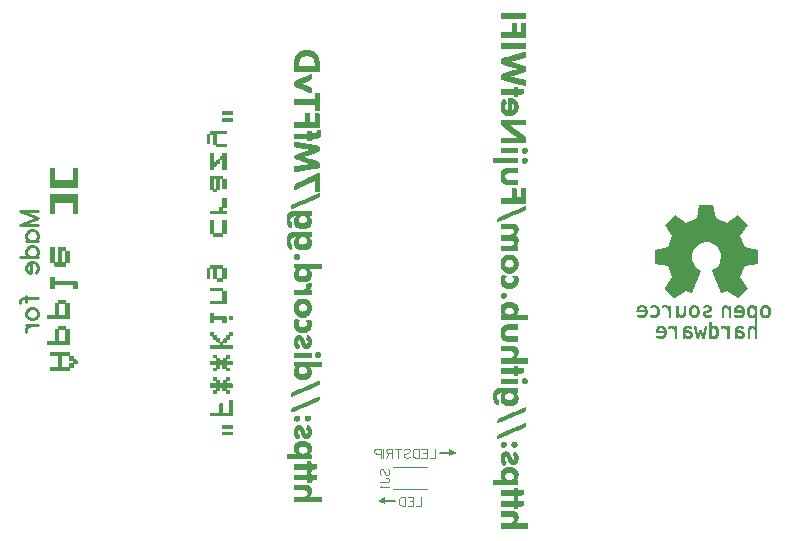
<source format=gbr>
G04 DipTrace 3.3.1.3*
G04 BottomSilk.gbr*
%MOIN*%
G04 #@! TF.FileFunction,Legend,Bot*
G04 #@! TF.Part,Single*
%ADD12C,0.003*%
%ADD16C,0.003937*%
%ADD18C,0.005906*%
%ADD87C,0.004632*%
%ADD89C,0.009264*%
%FSLAX26Y26*%
G04*
G70*
G90*
G75*
G01*
G04 BotSilk*
%LPD*%
X2410191Y654077D2*
D16*
X2522691D1*
X2410191Y729077D2*
X2522691D1*
G36*
X3521885Y1315329D2*
X3504720Y1308264D1*
X3502495Y1309319D1*
X3472933Y1381856D1*
X3473432Y1383737D1*
X3479608Y1386948D1*
X3485194Y1391078D1*
X3490370Y1395895D1*
X3495411Y1402456D1*
X3498408Y1408925D1*
X3501087Y1416587D1*
X3502359Y1423607D1*
X3502631Y1431911D1*
X3501496Y1439344D1*
X3500088Y1444436D1*
X3497182Y1451089D1*
X3493231Y1457375D1*
X3488372Y1463064D1*
X3482424Y1468111D1*
X3476202Y1471781D1*
X3468800Y1474947D1*
X3461262Y1476736D1*
X3454178Y1477333D1*
X3448729Y1476920D1*
X3440964Y1475497D1*
X3433653Y1472836D1*
X3427341Y1469212D1*
X3421664Y1465037D1*
X3415943Y1458980D1*
X3411947Y1453154D1*
X3408314Y1445721D1*
X3406361Y1438793D1*
X3405634Y1433471D1*
X3405362Y1426084D1*
X3406134Y1418881D1*
X3408223Y1411357D1*
X3411674Y1403741D1*
X3416033Y1397776D1*
X3420802Y1392637D1*
X3426932Y1387958D1*
X3433925Y1384012D1*
X3434833Y1382727D1*
X3434652Y1381122D1*
X3405135Y1308952D1*
X3402955Y1308218D1*
X3385608Y1315375D1*
X3348735Y1290737D1*
X3347782D1*
X3316267Y1321982D1*
X3316176Y1323312D1*
X3341015Y1359971D1*
X3325667Y1397088D1*
X3281346Y1405713D1*
X3281437Y1451318D1*
X3325894Y1459898D1*
X3341061Y1496556D1*
X3315631Y1534362D1*
X3348145Y1566616D1*
X3385427Y1541473D1*
X3422391Y1556522D1*
X3431019Y1600888D1*
X3476702Y1600980D1*
X3485512Y1556568D1*
X3522249Y1541381D1*
X3559667Y1566524D1*
X3592045Y1534362D1*
X3566887Y1496969D1*
X3582054Y1459990D1*
X3626466Y1451364D1*
Y1405622D1*
X3582054Y1396858D1*
X3566978Y1360613D1*
X3591954Y1322899D1*
X3559758Y1290279D1*
X3522839Y1315283D1*
X3521885Y1315329D1*
G37*
G36*
X2358580Y615735D2*
X2383580Y628235D1*
Y603233D1*
D1*
X2358580Y615735D1*
G37*
X2383580D2*
D18*
X2414829D1*
G36*
X2622774Y776002D2*
X2597774Y763502D1*
Y788504D1*
D1*
X2622774Y776002D1*
G37*
X2597774D2*
D18*
X2566525D1*
X2769701Y2240313D2*
D12*
X2850701D1*
X2769701Y2238813D2*
X2850701D1*
X2769701Y2237313D2*
X2850701D1*
X2769701Y2235813D2*
X2850701D1*
X2769701Y2234313D2*
X2850701D1*
X2769701Y2232813D2*
X2850701D1*
X2769701Y2231313D2*
X2850701D1*
X2769701Y2229813D2*
X2850701D1*
X2769701Y2228313D2*
X2850701D1*
X2769701Y2226813D2*
X2850701D1*
X2769701Y2225313D2*
X2850701D1*
X2769701Y2223813D2*
X2850701D1*
X2805701Y2208813D2*
X2817701D1*
X2837201D2*
X2849201D1*
X2805701Y2207313D2*
X2818393D1*
X2837201D2*
X2849893D1*
X2805701Y2205813D2*
X2818824D1*
X2837201D2*
X2850324D1*
X2805701Y2204313D2*
X2819042D1*
X2837201D2*
X2850542D1*
X2805701Y2202813D2*
X2819139D1*
X2837201D2*
X2850639D1*
X2805701Y2201313D2*
X2819178D1*
X2837201D2*
X2850678D1*
X2805701Y2199813D2*
X2819193D1*
X2837201D2*
X2850693D1*
X2805701Y2198313D2*
X2819198D1*
X2837201D2*
X2850698D1*
X2805701Y2196813D2*
X2819200D1*
X2837201D2*
X2850700D1*
X2805701Y2195313D2*
X2819200D1*
X2837201D2*
X2850700D1*
X2805701Y2193813D2*
X2819201D1*
X2837201D2*
X2850701D1*
X2805701Y2192313D2*
X2819201D1*
X2837201D2*
X2850701D1*
X2805701Y2190813D2*
X2819201D1*
X2837201D2*
X2850701D1*
X2805701Y2189313D2*
X2819201D1*
X2837201D2*
X2850701D1*
X2805701Y2187813D2*
X2819201D1*
X2837201D2*
X2850701D1*
X2805701Y2186313D2*
X2819201D1*
X2837201D2*
X2850701D1*
X2805701Y2184813D2*
X2819201D1*
X2837201D2*
X2850701D1*
X2805701Y2183313D2*
X2819201D1*
X2837201D2*
X2850701D1*
X2805701Y2181813D2*
X2819201D1*
X2837201D2*
X2850701D1*
X2805701Y2180313D2*
X2819201D1*
X2837201D2*
X2850701D1*
X2805701Y2178813D2*
X2819201D1*
X2837201D2*
X2850701D1*
X2769701Y2177313D2*
X2850701D1*
X2769701Y2175813D2*
X2850701D1*
X2769701Y2174313D2*
X2850701D1*
X2769701Y2172813D2*
X2850701D1*
X2769701Y2171313D2*
X2850701D1*
X2769701Y2169813D2*
X2850701D1*
X2769701Y2168313D2*
X2850701D1*
X2769701Y2166813D2*
X2850701D1*
X2769701Y2165313D2*
X2850701D1*
X2769701Y2163813D2*
X2850701D1*
X2769701Y2162313D2*
X2850701D1*
X2769701Y2160813D2*
X2850701D1*
X2769701Y2139813D2*
X2850701D1*
X2769701Y2138313D2*
X2850701D1*
X2769701Y2136813D2*
X2850701D1*
X2769701Y2135313D2*
X2850701D1*
X2769701Y2133813D2*
X2850701D1*
X2769701Y2132313D2*
X2850701D1*
X2769701Y2130813D2*
X2850701D1*
X2769701Y2129313D2*
X2850701D1*
X2769701Y2127813D2*
X2850701D1*
X2769701Y2126313D2*
X2850701D1*
X2769701Y2124813D2*
X2850701D1*
X2769701Y2123313D2*
X2850701D1*
X2849201Y2111313D2*
X2850701D1*
X2843207Y2109813D2*
X2850701D1*
X2837259Y2108313D2*
X2850701D1*
X2831451Y2106813D2*
X2850701D1*
X2825810Y2105313D2*
X2850701D1*
X2820194Y2103813D2*
X2850701D1*
X2814456Y2102313D2*
X2850701D1*
X2808601Y2100813D2*
X2850701D1*
X2802717Y2099313D2*
X2850683D1*
X2796935Y2097813D2*
X2850630D1*
X2791310Y2096313D2*
X2850062D1*
X2785774Y2094813D2*
X2847652D1*
X2780463Y2093313D2*
X2843801D1*
X2775961Y2091813D2*
X2838665D1*
X2772335Y2090313D2*
X2832838D1*
X2770750Y2088813D2*
X2826801D1*
X2770188Y2087313D2*
X2820686D1*
X2769900Y2085813D2*
X2814349D1*
X2769776Y2084313D2*
X2807498D1*
X2769728Y2082813D2*
X2800020D1*
X2769710Y2081313D2*
X2792201D1*
X2769704Y2079813D2*
X2796579D1*
X2769713Y2078313D2*
X2801541D1*
X2769836Y2076813D2*
X2806806D1*
X2770134Y2075313D2*
X2812225D1*
X2771494Y2073813D2*
X2817721D1*
X2774607Y2072313D2*
X2823200D1*
X2778608Y2070813D2*
X2828687D1*
X2783301Y2069313D2*
X2834136D1*
X2788434Y2067813D2*
X2839254D1*
X2793797Y2066313D2*
X2843635D1*
X2799177Y2064813D2*
X2846885D1*
X2804513Y2063313D2*
X2849253D1*
X2809851Y2061813D2*
X2850010D1*
X2815257Y2060313D2*
X2850411D1*
X2820694Y2058813D2*
X2850589D1*
X2826005Y2057313D2*
X2850660D1*
X2831201Y2055813D2*
X2850687D1*
X2824746Y2054313D2*
X2850696D1*
X2818740Y2052813D2*
X2850693D1*
X2813107Y2051313D2*
X2850618D1*
X2807685Y2049813D2*
X2850425D1*
X2802367Y2048313D2*
X2849303D1*
X2797090Y2046813D2*
X2846189D1*
X2791831Y2045313D2*
X2842057D1*
X2786594Y2043813D2*
X2837235D1*
X2781520Y2042313D2*
X2831979D1*
X2777024Y2040813D2*
X2826434D1*
X2773655Y2039313D2*
X2820817D1*
X2771197Y2037813D2*
X2815252D1*
X2770414Y2036313D2*
X2809613D1*
X2769999Y2034813D2*
X2803656D1*
X2769816Y2033313D2*
X2797294D1*
X2769743Y2031813D2*
X2790701D1*
X2769715Y2030313D2*
X2797091D1*
X2769706Y2028813D2*
X2803745D1*
X2769702Y2027313D2*
X2810456D1*
X2769725Y2025813D2*
X2817038D1*
X2769795Y2024313D2*
X2823398D1*
X2770521Y2022813D2*
X2829612D1*
X2773285Y2021313D2*
X2835701D1*
X2777335Y2019813D2*
X2841284D1*
X2782323Y2018313D2*
X2845604D1*
X2787715Y2016813D2*
X2848776D1*
X2793188Y2015313D2*
X2849964D1*
X2798741Y2013813D2*
X2850363D1*
X2804457Y2012313D2*
X2850565D1*
X2810304Y2010813D2*
X2850650D1*
X2816185Y2009313D2*
X2850683D1*
X2821967Y2007813D2*
X2850695D1*
X2827597Y2006313D2*
X2850699D1*
X2833205Y2004813D2*
X2850700D1*
X2838919Y2003313D2*
X2850701D1*
X2844701Y2001813D2*
X2850701D1*
X2813201Y1995813D2*
X2822201D1*
X2813195Y1994313D2*
X2822893D1*
X2813136Y1992813D2*
X2823324D1*
X2812887Y1991313D2*
X2823542D1*
X2812283Y1989813D2*
X2823639D1*
X2811324Y1988313D2*
X2823679D1*
X2769701Y1986813D2*
X2841701D1*
X2769701Y1985313D2*
X2841701D1*
X2769701Y1983813D2*
X2841701D1*
X2769701Y1982313D2*
X2841701D1*
X2769701Y1980813D2*
X2841701D1*
X2769701Y1979313D2*
X2841701D1*
X2769701Y1977813D2*
X2841695D1*
X2769701Y1976313D2*
X2841578D1*
X2769701Y1974813D2*
X2841261D1*
X2769701Y1973313D2*
X2838928D1*
X2769701Y1971813D2*
X2832021D1*
X2813201Y1970313D2*
X2823701D1*
X2813201Y1968813D2*
X2823701D1*
X2813201Y1967313D2*
X2823701D1*
X2813201Y1965813D2*
X2823701D1*
X2813201Y1964313D2*
X2823701D1*
X2795201Y1958313D2*
X2798201D1*
X2794508Y1956813D2*
X2803907D1*
X2794078Y1955313D2*
X2808380D1*
X2777201Y1953813D2*
X2780201D1*
X2793860D2*
X2811643D1*
X2775758Y1952313D2*
X2780771D1*
X2793763D2*
X2814036D1*
X2774456Y1950813D2*
X2781415D1*
X2793724D2*
X2815931D1*
X2773368Y1949313D2*
X2782118D1*
X2793709D2*
X2817543D1*
X2772450Y1947813D2*
X2782899D1*
X2793704D2*
X2818910D1*
X2771624Y1946313D2*
X2783832D1*
X2793702D2*
X2820021D1*
X2770844Y1944813D2*
X2784966D1*
X2793701D2*
X2820947D1*
X2770087Y1943313D2*
X2786201D1*
X2793701D2*
X2821771D1*
X2769387Y1941813D2*
X2784701D1*
X2793701D2*
X2822498D1*
X2768832Y1940313D2*
X2783207D1*
X2793701D2*
X2801201D1*
X2806900D2*
X2823070D1*
X2768494Y1938813D2*
X2781765D1*
X2793701D2*
X2801201D1*
X2809219D2*
X2823464D1*
X2768324Y1937313D2*
X2780515D1*
X2793701D2*
X2801201D1*
X2810977D2*
X2823826D1*
X2768249Y1935813D2*
X2779624D1*
X2793701D2*
X2801201D1*
X2812165D2*
X2824261D1*
X2768219Y1934313D2*
X2779118D1*
X2793701D2*
X2801201D1*
X2812968D2*
X2824676D1*
X2768207Y1932813D2*
X2778873D1*
X2793701D2*
X2801201D1*
X2813608D2*
X2824950D1*
X2768203Y1931313D2*
X2778767D1*
X2793701D2*
X2801201D1*
X2814061D2*
X2825093D1*
X2768202Y1929813D2*
X2778731D1*
X2793701D2*
X2801201D1*
X2814306D2*
X2825152D1*
X2768201Y1928313D2*
X2778768D1*
X2793701D2*
X2801201D1*
X2814002D2*
X2825126D1*
X2768201Y1926813D2*
X2778959D1*
X2793701D2*
X2801201D1*
X2813605D2*
X2824945D1*
X2768207Y1925313D2*
X2779375D1*
X2793701D2*
X2801201D1*
X2813117D2*
X2824590D1*
X2768259Y1923813D2*
X2780015D1*
X2793701D2*
X2801201D1*
X2812372D2*
X2824201D1*
X2768451Y1922313D2*
X2780967D1*
X2793677D2*
X2801213D1*
X2811248D2*
X2823887D1*
X2768816Y1920813D2*
X2782238D1*
X2793607D2*
X2801327D1*
X2809604D2*
X2823551D1*
X2769253Y1919313D2*
X2785342D1*
X2792904D2*
X2801599D1*
X2807133D2*
X2823075D1*
X2769712Y1917813D2*
X2789834D1*
X2790566D2*
X2802768D1*
X2803688D2*
X2822467D1*
X2770269Y1916313D2*
X2821778D1*
X2770961Y1914813D2*
X2821001D1*
X2771811Y1913313D2*
X2820065D1*
X2772815Y1911813D2*
X2818906D1*
X2773970Y1910313D2*
X2817577D1*
X2775372Y1908813D2*
X2816146D1*
X2777028Y1907313D2*
X2814612D1*
X2778945Y1905813D2*
X2812818D1*
X2781352Y1904313D2*
X2810486D1*
X2784362Y1902813D2*
X2807516D1*
X2787701Y1901313D2*
X2804201D1*
X2769701Y1886313D2*
X2850701D1*
X2769701Y1884813D2*
X2850701D1*
X2769701Y1883313D2*
X2850701D1*
X2769701Y1881813D2*
X2850701D1*
X2769701Y1880313D2*
X2850701D1*
X2769701Y1878813D2*
X2850701D1*
X2769701Y1877313D2*
X2850701D1*
X2769701Y1875813D2*
X2850701D1*
X2769707Y1874313D2*
X2850701D1*
X2769765Y1872813D2*
X2850701D1*
X2770021Y1871313D2*
X2850701D1*
X2770506Y1869813D2*
X2792195D1*
X2771823Y1868313D2*
X2795136D1*
X2773471Y1866813D2*
X2797892D1*
X2775264Y1865313D2*
X2800336D1*
X2777038Y1863813D2*
X2802534D1*
X2778853Y1862313D2*
X2804644D1*
X2780776Y1860813D2*
X2806687D1*
X2782738Y1859313D2*
X2808681D1*
X2784700Y1857813D2*
X2810701D1*
X2786708Y1856313D2*
X2812708D1*
X2788710Y1854813D2*
X2814689D1*
X2790690Y1853313D2*
X2816704D1*
X2792698Y1851813D2*
X2818709D1*
X2794656Y1850313D2*
X2820689D1*
X2796498Y1848813D2*
X2822704D1*
X2798339Y1847313D2*
X2824709D1*
X2800272Y1845813D2*
X2826689D1*
X2802237Y1844313D2*
X2828698D1*
X2804200Y1842813D2*
X2830656D1*
X2806208Y1841313D2*
X2832498D1*
X2808210Y1839813D2*
X2834339D1*
X2810190Y1838313D2*
X2836272D1*
X2812204Y1836813D2*
X2838237D1*
X2814209Y1835313D2*
X2840200D1*
X2816195Y1833813D2*
X2842208D1*
X2818269Y1832313D2*
X2844204D1*
X2820527Y1830813D2*
X2846125D1*
X2823153Y1829313D2*
X2847884D1*
X2826283Y1827813D2*
X2849423D1*
X2769701Y1826313D2*
X2817701D1*
X2829701D2*
X2850072D1*
X2769701Y1824813D2*
X2850429D1*
X2769701Y1823313D2*
X2850593D1*
X2769701Y1821813D2*
X2850661D1*
X2769701Y1820313D2*
X2850687D1*
X2769701Y1818813D2*
X2850696D1*
X2769701Y1817313D2*
X2850699D1*
X2769701Y1815813D2*
X2850700D1*
X2769701Y1814313D2*
X2850701D1*
X2769701Y1812813D2*
X2850701D1*
X2769701Y1811313D2*
X2850701D1*
X2769701Y1809813D2*
X2850701D1*
X2843201Y1791813D2*
X2850701D1*
X2769701Y1790313D2*
X2823701D1*
X2841764D2*
X2852656D1*
X2769701Y1788813D2*
X2823701D1*
X2840515D2*
X2854156D1*
X2769701Y1787313D2*
X2823701D1*
X2839624D2*
X2855236D1*
X2769701Y1785813D2*
X2823701D1*
X2839118D2*
X2855955D1*
X2769701Y1784313D2*
X2823701D1*
X2838879D2*
X2856308D1*
X2769701Y1782813D2*
X2823701D1*
X2838832D2*
X2856307D1*
X2769701Y1781313D2*
X2823701D1*
X2839039D2*
X2855968D1*
X2769701Y1779813D2*
X2823701D1*
X2839632D2*
X2855311D1*
X2769701Y1778313D2*
X2823701D1*
X2840619D2*
X2854225D1*
X2769701Y1776813D2*
X2823701D1*
X2841860D2*
X2852611D1*
X2843201Y1775313D2*
X2850701D1*
X2843201Y1758813D2*
X2850701D1*
X2744201Y1757313D2*
X2823701D1*
X2841764D2*
X2852656D1*
X2744201Y1755813D2*
X2823701D1*
X2840515D2*
X2854156D1*
X2744201Y1754313D2*
X2823701D1*
X2839624D2*
X2855236D1*
X2744201Y1752813D2*
X2823701D1*
X2839118D2*
X2855955D1*
X2744201Y1751313D2*
X2823701D1*
X2838879D2*
X2856308D1*
X2744201Y1749813D2*
X2823701D1*
X2838832D2*
X2856307D1*
X2744201Y1748313D2*
X2823701D1*
X2839039D2*
X2855968D1*
X2744201Y1746813D2*
X2823701D1*
X2839632D2*
X2855311D1*
X2744201Y1745313D2*
X2823701D1*
X2840619D2*
X2854225D1*
X2744201Y1743813D2*
X2823701D1*
X2841860D2*
X2852611D1*
X2843201Y1742313D2*
X2850701D1*
X2789201Y1725813D2*
X2823701D1*
X2784547Y1724313D2*
X2823701D1*
X2780722Y1722813D2*
X2823701D1*
X2777831Y1721313D2*
X2823701D1*
X2775727Y1719813D2*
X2823701D1*
X2774153Y1718313D2*
X2823701D1*
X2772874Y1716813D2*
X2823701D1*
X2771825Y1715313D2*
X2823701D1*
X2770930Y1713813D2*
X2823701D1*
X2770122Y1712313D2*
X2823701D1*
X2769400Y1710813D2*
X2823701D1*
X2768836Y1709313D2*
X2789790D1*
X2768496Y1707813D2*
X2786542D1*
X2768325Y1706313D2*
X2784096D1*
X2768249Y1704813D2*
X2782358D1*
X2768219Y1703313D2*
X2781063D1*
X2768207Y1701813D2*
X2780618D1*
X2768203Y1700313D2*
X2780378D1*
X2768202Y1698813D2*
X2780270D1*
X2768201Y1697313D2*
X2780232D1*
X2768201Y1695813D2*
X2780268D1*
X2768201Y1694313D2*
X2780459D1*
X2768201Y1692813D2*
X2780881D1*
X2768207Y1691313D2*
X2781573D1*
X2768259Y1689813D2*
X2782693D1*
X2768451Y1688313D2*
X2784428D1*
X2768816Y1686813D2*
X2786697D1*
X2769259Y1685313D2*
X2823701D1*
X2769764Y1683813D2*
X2823701D1*
X2770460Y1682313D2*
X2823701D1*
X2771326Y1680813D2*
X2823701D1*
X2772254Y1679313D2*
X2823701D1*
X2773332Y1677813D2*
X2823701D1*
X2774788Y1676313D2*
X2823701D1*
X2776800Y1674813D2*
X2823701D1*
X2779455Y1673313D2*
X2823701D1*
X2782683Y1671813D2*
X2823701D1*
X2786201Y1670313D2*
X2823701D1*
X2805701Y1656813D2*
X2817701D1*
X2837201D2*
X2849201D1*
X2805701Y1655313D2*
X2818393D1*
X2837201D2*
X2849893D1*
X2805701Y1653813D2*
X2818824D1*
X2837201D2*
X2850324D1*
X2805701Y1652313D2*
X2819042D1*
X2837201D2*
X2850542D1*
X2805701Y1650813D2*
X2819139D1*
X2837201D2*
X2850639D1*
X2805701Y1649313D2*
X2819178D1*
X2837201D2*
X2850678D1*
X2805701Y1647813D2*
X2819193D1*
X2837201D2*
X2850693D1*
X2805701Y1646313D2*
X2819198D1*
X2837201D2*
X2850698D1*
X2805701Y1644813D2*
X2819200D1*
X2837201D2*
X2850700D1*
X2805701Y1643313D2*
X2819200D1*
X2837201D2*
X2850700D1*
X2805701Y1641813D2*
X2819201D1*
X2837201D2*
X2850701D1*
X2805701Y1640313D2*
X2819201D1*
X2837201D2*
X2850701D1*
X2805701Y1638813D2*
X2819201D1*
X2837201D2*
X2850701D1*
X2805701Y1637313D2*
X2819201D1*
X2837201D2*
X2850701D1*
X2805701Y1635813D2*
X2819201D1*
X2837201D2*
X2850701D1*
X2805701Y1634313D2*
X2819201D1*
X2837201D2*
X2850701D1*
X2805701Y1632813D2*
X2819201D1*
X2837201D2*
X2850701D1*
X2805701Y1631313D2*
X2819201D1*
X2837201D2*
X2850701D1*
X2805701Y1629813D2*
X2819201D1*
X2837201D2*
X2850701D1*
X2805701Y1628313D2*
X2819201D1*
X2837201D2*
X2850701D1*
X2805701Y1626813D2*
X2819201D1*
X2837201D2*
X2850701D1*
X2769701Y1625313D2*
X2850701D1*
X2769701Y1623813D2*
X2850701D1*
X2769701Y1622313D2*
X2850701D1*
X2769701Y1620813D2*
X2850701D1*
X2769701Y1619313D2*
X2850701D1*
X2769701Y1617813D2*
X2850701D1*
X2769701Y1616313D2*
X2850701D1*
X2769701Y1614813D2*
X2850701D1*
X2769701Y1613313D2*
X2850701D1*
X2769701Y1611813D2*
X2850701D1*
X2769701Y1610313D2*
X2850701D1*
X2769701Y1608813D2*
X2850701D1*
X2849201Y1598313D2*
X2850701D1*
X2845969Y1596813D2*
X2850701D1*
X2842591Y1595313D2*
X2850701D1*
X2839150Y1593813D2*
X2850701D1*
X2835696Y1592313D2*
X2850695D1*
X2832192Y1590813D2*
X2850630D1*
X2828691Y1589313D2*
X2850472D1*
X2825212Y1587813D2*
X2849690D1*
X2821697Y1586313D2*
X2847682D1*
X2818193Y1584813D2*
X2845015D1*
X2814712Y1583313D2*
X2841915D1*
X2811197Y1581813D2*
X2838606D1*
X2807693Y1580313D2*
X2835159D1*
X2804212Y1578813D2*
X2831679D1*
X2800697Y1577313D2*
X2828202D1*
X2797193Y1575813D2*
X2824643D1*
X2793712Y1574313D2*
X2821001D1*
X2790197Y1572813D2*
X2817347D1*
X2786693Y1571313D2*
X2813760D1*
X2783212Y1569813D2*
X2810240D1*
X2779697Y1568313D2*
X2806708D1*
X2776193Y1566813D2*
X2803197D1*
X2772712Y1565313D2*
X2799714D1*
X2769209Y1563813D2*
X2796198D1*
X2765822Y1562313D2*
X2792693D1*
X2762841Y1560813D2*
X2789212D1*
X2760550Y1559313D2*
X2785697D1*
X2758825Y1557813D2*
X2782193D1*
X2758241Y1556313D2*
X2778712D1*
X2757929Y1554813D2*
X2775197D1*
X2757789Y1553313D2*
X2771688D1*
X2757733Y1551813D2*
X2768166D1*
X2757712Y1550313D2*
X2764495D1*
X2757701Y1548813D2*
X2760701D1*
X2769701Y1538313D2*
X2813201D1*
X2769701Y1536813D2*
X2815900D1*
X2769701Y1535313D2*
X2818225D1*
X2769701Y1533813D2*
X2820030D1*
X2769701Y1532313D2*
X2821356D1*
X2769701Y1530813D2*
X2822333D1*
X2769701Y1529313D2*
X2823057D1*
X2769701Y1527813D2*
X2823631D1*
X2769701Y1526313D2*
X2824177D1*
X2769701Y1524813D2*
X2824643D1*
X2769701Y1523313D2*
X2824937D1*
X2808343Y1521813D2*
X2825083D1*
X2810475Y1520313D2*
X2825098D1*
X2812128Y1518813D2*
X2824935D1*
X2812908Y1517313D2*
X2824586D1*
X2813526Y1515813D2*
X2824199D1*
X2813998Y1514313D2*
X2823880D1*
X2813844Y1512813D2*
X2823498D1*
X2813535Y1511313D2*
X2822878D1*
X2813082Y1509813D2*
X2822049D1*
X2812461Y1508313D2*
X2821143D1*
X2810857Y1506813D2*
X2820136D1*
X2808189Y1505313D2*
X2819003D1*
X2803974Y1503813D2*
X2817971D1*
X2798391Y1502313D2*
X2817183D1*
X2769701Y1500813D2*
X2817446D1*
X2769701Y1499313D2*
X2818576D1*
X2769701Y1497813D2*
X2819799D1*
X2769701Y1496313D2*
X2820984D1*
X2769701Y1494813D2*
X2822063D1*
X2769701Y1493313D2*
X2822911D1*
X2769701Y1491813D2*
X2823564D1*
X2769701Y1490313D2*
X2824149D1*
X2769701Y1488813D2*
X2824632D1*
X2769701Y1487313D2*
X2824933D1*
X2769701Y1485813D2*
X2825087D1*
X2808343Y1484313D2*
X2825150D1*
X2810469Y1482813D2*
X2825126D1*
X2812105Y1481313D2*
X2824945D1*
X2812673Y1479813D2*
X2824584D1*
X2812978Y1478313D2*
X2824148D1*
X2813108Y1476813D2*
X2823690D1*
X2813105Y1475313D2*
X2823133D1*
X2812875Y1473813D2*
X2822435D1*
X2812417Y1472313D2*
X2821538D1*
X2811193Y1470813D2*
X2820395D1*
X2809410Y1469313D2*
X2819073D1*
X2806802Y1467813D2*
X2817654D1*
X2803425Y1466313D2*
X2816201D1*
X2769701Y1464813D2*
X2823701D1*
X2769701Y1463313D2*
X2823701D1*
X2769701Y1461813D2*
X2823701D1*
X2769701Y1460313D2*
X2823701D1*
X2769701Y1458813D2*
X2823701D1*
X2769701Y1457313D2*
X2823701D1*
X2769701Y1455813D2*
X2823701D1*
X2769701Y1454313D2*
X2823701D1*
X2769701Y1452813D2*
X2823701D1*
X2769701Y1451313D2*
X2823701D1*
X2769701Y1449813D2*
X2823701D1*
X2789201Y1436313D2*
X2802701D1*
X2785746Y1434813D2*
X2806330D1*
X2782746Y1433313D2*
X2809510D1*
X2780172Y1431813D2*
X2812119D1*
X2777999Y1430313D2*
X2814216D1*
X2776284Y1428813D2*
X2815947D1*
X2774954Y1427313D2*
X2817377D1*
X2773806Y1425813D2*
X2818559D1*
X2772731Y1424313D2*
X2819633D1*
X2771775Y1422813D2*
X2820634D1*
X2770963Y1421313D2*
X2821441D1*
X2770306Y1419813D2*
X2789496D1*
X2802632D2*
X2822075D1*
X2769757Y1418313D2*
X2787124D1*
X2805328D2*
X2822653D1*
X2769220Y1416813D2*
X2785175D1*
X2807522D2*
X2823140D1*
X2768757Y1415313D2*
X2783628D1*
X2809111D2*
X2823492D1*
X2768464Y1413813D2*
X2782440D1*
X2810227D2*
X2823837D1*
X2768313Y1412313D2*
X2781533D1*
X2811015D2*
X2824265D1*
X2768245Y1410813D2*
X2780888D1*
X2811615D2*
X2824678D1*
X2768217Y1409313D2*
X2780515D1*
X2812165D2*
X2824950D1*
X2768207Y1407813D2*
X2780332D1*
X2812582D2*
X2825093D1*
X2768203Y1406313D2*
X2780252D1*
X2812810D2*
X2825152D1*
X2768201Y1404813D2*
X2780225D1*
X2812504D2*
X2825126D1*
X2768201Y1403313D2*
X2780272D1*
X2812112D2*
X2824945D1*
X2768207Y1401813D2*
X2780517D1*
X2811675D2*
X2824590D1*
X2768259Y1400313D2*
X2781125D1*
X2811122D2*
X2824201D1*
X2768451Y1398813D2*
X2782124D1*
X2810369D2*
X2823887D1*
X2768816Y1397313D2*
X2783484D1*
X2809421D2*
X2823557D1*
X2769253Y1395813D2*
X2785133D1*
X2807029D2*
X2823128D1*
X2769712Y1394313D2*
X2789388D1*
X2802815D2*
X2822658D1*
X2770269Y1392813D2*
X2796018D1*
X2796038D2*
X2822143D1*
X2770961Y1391313D2*
X2821444D1*
X2771805Y1389813D2*
X2820576D1*
X2772757Y1388313D2*
X2819654D1*
X2773726Y1386813D2*
X2818634D1*
X2774816Y1385313D2*
X2817428D1*
X2776220Y1383813D2*
X2816023D1*
X2777992Y1382313D2*
X2814342D1*
X2780116Y1380813D2*
X2812261D1*
X2782686Y1379313D2*
X2809780D1*
X2785794Y1377813D2*
X2807040D1*
X2789201Y1376313D2*
X2804201D1*
X2771201Y1367313D2*
X2772701D1*
X2770451Y1365813D2*
X2784701D1*
X2807201D2*
X2822201D1*
X2769828Y1364313D2*
X2783438D1*
X2808463D2*
X2822719D1*
X2769251Y1362813D2*
X2782369D1*
X2809533D2*
X2823219D1*
X2768769Y1361313D2*
X2781507D1*
X2810400D2*
X2823694D1*
X2768469Y1359813D2*
X2780879D1*
X2811081D2*
X2824200D1*
X2768315Y1358313D2*
X2780512D1*
X2811634D2*
X2824651D1*
X2768246Y1356813D2*
X2780331D1*
X2812121D2*
X2824940D1*
X2768217Y1355313D2*
X2780251D1*
X2812520D2*
X2825089D1*
X2768207Y1353813D2*
X2780225D1*
X2812360D2*
X2825157D1*
X2768203Y1352313D2*
X2780266D1*
X2812097D2*
X2825179D1*
X2768201Y1350813D2*
X2780459D1*
X2811845D2*
X2825136D1*
X2768201Y1349313D2*
X2780875D1*
X2811535D2*
X2824949D1*
X2768207Y1347813D2*
X2781509D1*
X2811058D2*
X2824591D1*
X2768259Y1346313D2*
X2782385D1*
X2810342D2*
X2824201D1*
X2768451Y1344813D2*
X2783623D1*
X2809415D2*
X2823887D1*
X2768816Y1343313D2*
X2785182D1*
X2807026D2*
X2823551D1*
X2769259Y1341813D2*
X2789411D1*
X2802814D2*
X2823075D1*
X2769764Y1340313D2*
X2796027D1*
X2796038D2*
X2822467D1*
X2770460Y1338813D2*
X2821778D1*
X2771326Y1337313D2*
X2821001D1*
X2772248Y1335813D2*
X2820065D1*
X2773268Y1334313D2*
X2818906D1*
X2774474Y1332813D2*
X2817577D1*
X2775879Y1331313D2*
X2816146D1*
X2777560Y1329813D2*
X2814612D1*
X2779641Y1328313D2*
X2812818D1*
X2782122Y1326813D2*
X2810486D1*
X2784862Y1325313D2*
X2807516D1*
X2787701Y1323813D2*
X2804201D1*
X2772701Y1308813D2*
X2780201D1*
X2771264Y1307313D2*
X2782156D1*
X2770015Y1305813D2*
X2783656D1*
X2769124Y1304313D2*
X2784736D1*
X2768618Y1302813D2*
X2785455D1*
X2768373Y1301313D2*
X2785808D1*
X2768273Y1299813D2*
X2785807D1*
X2768290Y1298313D2*
X2785474D1*
X2768529Y1296813D2*
X2784868D1*
X2769008Y1295313D2*
X2783953D1*
X2770366Y1293813D2*
X2782594D1*
X2772156Y1292313D2*
X2780773D1*
X2774201Y1290813D2*
X2778701D1*
X2793701Y1278813D2*
X2799701D1*
X2787937Y1277313D2*
X2805228D1*
X2783272Y1275813D2*
X2809716D1*
X2779650Y1274313D2*
X2813045D1*
X2776878Y1272813D2*
X2815488D1*
X2774768Y1271313D2*
X2817411D1*
X2773161Y1269813D2*
X2819035D1*
X2771946Y1268313D2*
X2820407D1*
X2770978Y1266813D2*
X2821514D1*
X2770139Y1265313D2*
X2822389D1*
X2769406Y1263813D2*
X2823027D1*
X2768838Y1262313D2*
X2794353D1*
X2799048D2*
X2823448D1*
X2768497Y1260813D2*
X2789856D1*
X2803552D2*
X2823820D1*
X2768325Y1259313D2*
X2786513D1*
X2806941D2*
X2824259D1*
X2768249Y1257813D2*
X2784216D1*
X2809376D2*
X2824676D1*
X2768219Y1256313D2*
X2782679D1*
X2811082D2*
X2824949D1*
X2768207Y1254813D2*
X2781623D1*
X2812352D2*
X2825087D1*
X2768203Y1253313D2*
X2780921D1*
X2812847D2*
X2825099D1*
X2768202Y1251813D2*
X2780526D1*
X2813270D2*
X2824935D1*
X2768207Y1250313D2*
X2780336D1*
X2813683D2*
X2824586D1*
X2768259Y1248813D2*
X2780253D1*
X2813920D2*
X2824199D1*
X2768456Y1247313D2*
X2780226D1*
X2813832D2*
X2823880D1*
X2768874Y1245813D2*
X2780272D1*
X2813540D2*
X2823498D1*
X2769509Y1244313D2*
X2780517D1*
X2813147D2*
X2822878D1*
X2770379Y1242813D2*
X2781125D1*
X2812611D2*
X2822049D1*
X2771512Y1241313D2*
X2782130D1*
X2811859D2*
X2821143D1*
X2772830Y1239813D2*
X2783543D1*
X2810897D2*
X2820130D1*
X2774248Y1238313D2*
X2785315D1*
X2808287D2*
X2818934D1*
X2775701Y1236813D2*
X2789994D1*
X2803694D2*
X2817596D1*
X2772931Y1235313D2*
X2797083D1*
X2796470D2*
X2816201D1*
X2822201D2*
X2855201D1*
X2770880Y1233813D2*
X2855893D1*
X2770254Y1232313D2*
X2856324D1*
X2769929Y1230813D2*
X2856542D1*
X2769787Y1229313D2*
X2856639D1*
X2769732Y1227813D2*
X2856678D1*
X2769712Y1226313D2*
X2856693D1*
X2769704Y1224813D2*
X2856698D1*
X2769702Y1223313D2*
X2856700D1*
X2769701Y1221813D2*
X2856701D1*
X2769701Y1220313D2*
X2856701D1*
X2789201Y1203813D2*
X2823701D1*
X2784547Y1202313D2*
X2823701D1*
X2780722Y1200813D2*
X2823701D1*
X2777831Y1199313D2*
X2823701D1*
X2775727Y1197813D2*
X2823701D1*
X2774153Y1196313D2*
X2823701D1*
X2772874Y1194813D2*
X2823701D1*
X2771825Y1193313D2*
X2823701D1*
X2770930Y1191813D2*
X2823701D1*
X2770122Y1190313D2*
X2823701D1*
X2769400Y1188813D2*
X2823701D1*
X2768836Y1187313D2*
X2789790D1*
X2768496Y1185813D2*
X2786542D1*
X2768325Y1184313D2*
X2784096D1*
X2768249Y1182813D2*
X2782358D1*
X2768219Y1181313D2*
X2781063D1*
X2768207Y1179813D2*
X2780618D1*
X2768203Y1178313D2*
X2780378D1*
X2768202Y1176813D2*
X2780270D1*
X2768201Y1175313D2*
X2780232D1*
X2768201Y1173813D2*
X2780268D1*
X2768201Y1172313D2*
X2780459D1*
X2768201Y1170813D2*
X2780881D1*
X2768207Y1169313D2*
X2781573D1*
X2768259Y1167813D2*
X2782693D1*
X2768451Y1166313D2*
X2784428D1*
X2768816Y1164813D2*
X2786697D1*
X2769259Y1163313D2*
X2823701D1*
X2769764Y1161813D2*
X2823701D1*
X2770460Y1160313D2*
X2823701D1*
X2771326Y1158813D2*
X2823701D1*
X2772254Y1157313D2*
X2823701D1*
X2773332Y1155813D2*
X2823701D1*
X2774788Y1154313D2*
X2823701D1*
X2776800Y1152813D2*
X2823701D1*
X2779455Y1151313D2*
X2823701D1*
X2782683Y1149813D2*
X2823701D1*
X2786201Y1148313D2*
X2823701D1*
X2769701Y1131813D2*
X2810201D1*
X2769701Y1130313D2*
X2813598D1*
X2769701Y1128813D2*
X2816401D1*
X2769701Y1127313D2*
X2818568D1*
X2769701Y1125813D2*
X2820212D1*
X2769701Y1124313D2*
X2821438D1*
X2769701Y1122813D2*
X2822366D1*
X2769701Y1121313D2*
X2823070D1*
X2769701Y1119813D2*
X2823636D1*
X2769701Y1118313D2*
X2824179D1*
X2769701Y1116813D2*
X2824643D1*
X2805105Y1115313D2*
X2824937D1*
X2808301Y1113813D2*
X2825088D1*
X2810562Y1112313D2*
X2825151D1*
X2812211Y1110813D2*
X2825126D1*
X2812950Y1109313D2*
X2824945D1*
X2813544Y1107813D2*
X2824584D1*
X2814003Y1106313D2*
X2824148D1*
X2813846Y1104813D2*
X2823690D1*
X2813541Y1103313D2*
X2823139D1*
X2813147Y1101813D2*
X2822494D1*
X2812611Y1100313D2*
X2821788D1*
X2811865Y1098813D2*
X2821004D1*
X2810722Y1097313D2*
X2820066D1*
X2808972Y1095813D2*
X2818906D1*
X2806658Y1094313D2*
X2817577D1*
X2803995Y1092813D2*
X2816155D1*
X2769701Y1091313D2*
X2856701D1*
X2769701Y1089813D2*
X2856701D1*
X2769701Y1088313D2*
X2856701D1*
X2769701Y1086813D2*
X2856701D1*
X2769701Y1085313D2*
X2856701D1*
X2769701Y1083813D2*
X2856701D1*
X2769701Y1082313D2*
X2856701D1*
X2769701Y1080813D2*
X2856701D1*
X2769701Y1079313D2*
X2856701D1*
X2769701Y1077813D2*
X2856701D1*
X2769701Y1076313D2*
X2856701D1*
X2813201Y1065813D2*
X2822201D1*
X2813195Y1064313D2*
X2822893D1*
X2813136Y1062813D2*
X2823324D1*
X2812887Y1061313D2*
X2823542D1*
X2812283Y1059813D2*
X2823639D1*
X2811324Y1058313D2*
X2823679D1*
X2769701Y1056813D2*
X2841701D1*
X2769701Y1055313D2*
X2841701D1*
X2769701Y1053813D2*
X2841701D1*
X2769701Y1052313D2*
X2841701D1*
X2769701Y1050813D2*
X2841701D1*
X2769701Y1049313D2*
X2841701D1*
X2769701Y1047813D2*
X2841695D1*
X2769701Y1046313D2*
X2841578D1*
X2769701Y1044813D2*
X2841261D1*
X2769701Y1043313D2*
X2838928D1*
X2769701Y1041813D2*
X2832021D1*
X2813201Y1040313D2*
X2823701D1*
X2813201Y1038813D2*
X2823701D1*
X2813201Y1037313D2*
X2823701D1*
X2813201Y1035813D2*
X2823701D1*
X2813201Y1034313D2*
X2823701D1*
X2843201Y1023813D2*
X2850701D1*
X2769701Y1022313D2*
X2823701D1*
X2841764D2*
X2852656D1*
X2769701Y1020813D2*
X2823701D1*
X2840515D2*
X2854156D1*
X2769701Y1019313D2*
X2823701D1*
X2839624D2*
X2855236D1*
X2769701Y1017813D2*
X2823701D1*
X2839118D2*
X2855955D1*
X2769701Y1016313D2*
X2823701D1*
X2838879D2*
X2856308D1*
X2769701Y1014813D2*
X2823701D1*
X2838832D2*
X2856307D1*
X2769701Y1013313D2*
X2823701D1*
X2839039D2*
X2855968D1*
X2769701Y1011813D2*
X2823701D1*
X2839632D2*
X2855311D1*
X2769701Y1010313D2*
X2823701D1*
X2840619D2*
X2854225D1*
X2769701Y1008813D2*
X2823701D1*
X2841860D2*
X2852611D1*
X2843201Y1007313D2*
X2850701D1*
X2757701Y990813D2*
X2823701D1*
X2755001Y989313D2*
X2823701D1*
X2752677Y987813D2*
X2823701D1*
X2750866Y986313D2*
X2823701D1*
X2749487Y984813D2*
X2823701D1*
X2748325Y983313D2*
X2823701D1*
X2747289Y981813D2*
X2823701D1*
X2746468Y980313D2*
X2823701D1*
X2745829Y978813D2*
X2823701D1*
X2745249Y977313D2*
X2823701D1*
X2744768Y975813D2*
X2762790D1*
X2775707D2*
X2788001D1*
X2803906D2*
X2814701D1*
X2744468Y974313D2*
X2759542D1*
X2774259D2*
X2785677D1*
X2806277D2*
X2816836D1*
X2744314Y972813D2*
X2757096D1*
X2772956D2*
X2783872D1*
X2808221D2*
X2818575D1*
X2744246Y971313D2*
X2755358D1*
X2771868D2*
X2782546D1*
X2809715D2*
X2819927D1*
X2744217Y969813D2*
X2754063D1*
X2770950D2*
X2781575D1*
X2810879D2*
X2821081D1*
X2744207Y968313D2*
X2753618D1*
X2770129D2*
X2780903D1*
X2811359D2*
X2822114D1*
X2744203Y966813D2*
X2753378D1*
X2769403D2*
X2780520D1*
X2811774D2*
X2822934D1*
X2744201Y965313D2*
X2753270D1*
X2768837D2*
X2780334D1*
X2812184D2*
X2823573D1*
X2744201Y963813D2*
X2753226D1*
X2768496D2*
X2780252D1*
X2812420D2*
X2824153D1*
X2744201Y962313D2*
X2753216D1*
X2768325D2*
X2780226D1*
X2812332D2*
X2824633D1*
X2744201Y960813D2*
X2753268D1*
X2768249D2*
X2780266D1*
X2812040D2*
X2824934D1*
X2744201Y959313D2*
X2753522D1*
X2768219D2*
X2780459D1*
X2811647D2*
X2825087D1*
X2744201Y957813D2*
X2754007D1*
X2768207D2*
X2780881D1*
X2811117D2*
X2825150D1*
X2744207Y956313D2*
X2755260D1*
X2768203D2*
X2781573D1*
X2810418D2*
X2825126D1*
X2744259Y954813D2*
X2756657D1*
X2768207D2*
X2782490D1*
X2809578D2*
X2824945D1*
X2744451Y953313D2*
X2757835D1*
X2768260D2*
X2784876D1*
X2807867D2*
X2824584D1*
X2744816Y951813D2*
X2758701D1*
X2768456D2*
X2789088D1*
X2803030D2*
X2824148D1*
X2745253Y950313D2*
X2758966D1*
X2768868D2*
X2795864D1*
X2795478D2*
X2823690D1*
X2745712Y948813D2*
X2759104D1*
X2769450D2*
X2823139D1*
X2746263Y947313D2*
X2759164D1*
X2770129D2*
X2822494D1*
X2746908Y945813D2*
X2759187D1*
X2770903D2*
X2821788D1*
X2747620Y944313D2*
X2759196D1*
X2771837D2*
X2821004D1*
X2748462Y942813D2*
X2759199D1*
X2773002D2*
X2820061D1*
X2749649Y941313D2*
X2759200D1*
X2774390D2*
X2818842D1*
X2751412Y939813D2*
X2759201D1*
X2776070D2*
X2817257D1*
X2753692Y938313D2*
X2759201D1*
X2778205D2*
X2815166D1*
X2756201Y936813D2*
X2759201D1*
X2780917D2*
X2812473D1*
X2784169Y935313D2*
X2809228D1*
X2787701Y933813D2*
X2805701D1*
X2849201Y927813D2*
X2850701D1*
X2845969Y926313D2*
X2850701D1*
X2842591Y924813D2*
X2850701D1*
X2839150Y923313D2*
X2850701D1*
X2835696Y921813D2*
X2850695D1*
X2832192Y920313D2*
X2850630D1*
X2828691Y918813D2*
X2850472D1*
X2825212Y917313D2*
X2849690D1*
X2821697Y915813D2*
X2847682D1*
X2818193Y914313D2*
X2845015D1*
X2814712Y912813D2*
X2841915D1*
X2811197Y911313D2*
X2838606D1*
X2807693Y909813D2*
X2835159D1*
X2804212Y908313D2*
X2831679D1*
X2800697Y906813D2*
X2828202D1*
X2797193Y905313D2*
X2824643D1*
X2793712Y903813D2*
X2821001D1*
X2790197Y902313D2*
X2817347D1*
X2786693Y900813D2*
X2813760D1*
X2783212Y899313D2*
X2810240D1*
X2779697Y897813D2*
X2806708D1*
X2776193Y896313D2*
X2803197D1*
X2772712Y894813D2*
X2799714D1*
X2769209Y893313D2*
X2796198D1*
X2765822Y891813D2*
X2792693D1*
X2762841Y890313D2*
X2789212D1*
X2760550Y888813D2*
X2785697D1*
X2758825Y887313D2*
X2782193D1*
X2758241Y885813D2*
X2778712D1*
X2757929Y884313D2*
X2775197D1*
X2757789Y882813D2*
X2771688D1*
X2757733Y881313D2*
X2768166D1*
X2757712Y879813D2*
X2764495D1*
X2757701Y878313D2*
X2760701D1*
X2849201Y875313D2*
X2850701D1*
X2845969Y873813D2*
X2850701D1*
X2842591Y872313D2*
X2850701D1*
X2839150Y870813D2*
X2850701D1*
X2835696Y869313D2*
X2850695D1*
X2832192Y867813D2*
X2850630D1*
X2828691Y866313D2*
X2850472D1*
X2825212Y864813D2*
X2849690D1*
X2821697Y863313D2*
X2847682D1*
X2818193Y861813D2*
X2845015D1*
X2814712Y860313D2*
X2841915D1*
X2811197Y858813D2*
X2838606D1*
X2807693Y857313D2*
X2835159D1*
X2804212Y855813D2*
X2831679D1*
X2800697Y854313D2*
X2828202D1*
X2797193Y852813D2*
X2824643D1*
X2793712Y851313D2*
X2821001D1*
X2790197Y849813D2*
X2817347D1*
X2786693Y848313D2*
X2813760D1*
X2783212Y846813D2*
X2810240D1*
X2779697Y845313D2*
X2806708D1*
X2776193Y843813D2*
X2803197D1*
X2772712Y842313D2*
X2799714D1*
X2769209Y840813D2*
X2796198D1*
X2765822Y839313D2*
X2792693D1*
X2762841Y837813D2*
X2789212D1*
X2760550Y836313D2*
X2785697D1*
X2758825Y834813D2*
X2782193D1*
X2758241Y833313D2*
X2778712D1*
X2757929Y831813D2*
X2775197D1*
X2757789Y830313D2*
X2771688D1*
X2757733Y828813D2*
X2768166D1*
X2757712Y827313D2*
X2764495D1*
X2757701Y825813D2*
X2760701D1*
X2772701Y812313D2*
X2781701D1*
X2808701D2*
X2817701D1*
X2771264Y810813D2*
X2782963D1*
X2807264D2*
X2818963D1*
X2770015Y809313D2*
X2784033D1*
X2806015D2*
X2820033D1*
X2769124Y807813D2*
X2784895D1*
X2805124D2*
X2820895D1*
X2768618Y806313D2*
X2785517D1*
X2804618D2*
X2821517D1*
X2768379Y804813D2*
X2785831D1*
X2804379D2*
X2821831D1*
X2768326Y803313D2*
X2785815D1*
X2804326D2*
X2821815D1*
X2768487Y801813D2*
X2785477D1*
X2804487D2*
X2821477D1*
X2768947Y800313D2*
X2784863D1*
X2804947D2*
X2820863D1*
X2769644Y798813D2*
X2783890D1*
X2805644D2*
X2819890D1*
X2771248Y797313D2*
X2782299D1*
X2807248D2*
X2818299D1*
X2773347Y795813D2*
X2779965D1*
X2809347D2*
X2815965D1*
X2775701Y794313D2*
X2777201D1*
X2811701D2*
X2813201D1*
X2783201Y780813D2*
X2786201D1*
X2779803Y779313D2*
X2789086D1*
X2813201D2*
X2814701D1*
X2777001Y777813D2*
X2791441D1*
X2812631D2*
X2816482D1*
X2774833Y776313D2*
X2793325D1*
X2811986D2*
X2818050D1*
X2773190Y774813D2*
X2794821D1*
X2811290D2*
X2819394D1*
X2771958Y773313D2*
X2795987D1*
X2810573D2*
X2820581D1*
X2770982Y771813D2*
X2796935D1*
X2809944D2*
X2821590D1*
X2770141Y770313D2*
X2797767D1*
X2809459D2*
X2822425D1*
X2769407Y768813D2*
X2798503D1*
X2809711D2*
X2823091D1*
X2768838Y767313D2*
X2799122D1*
X2810627D2*
X2823643D1*
X2768497Y765813D2*
X2799655D1*
X2811600D2*
X2824181D1*
X2768325Y764313D2*
X2781764D1*
X2787463D2*
X2800191D1*
X2812417D2*
X2824644D1*
X2768249Y762813D2*
X2780515D1*
X2788538D2*
X2800704D1*
X2813058D2*
X2824937D1*
X2768219Y761313D2*
X2779624D1*
X2789453D2*
X2801194D1*
X2813590D2*
X2825089D1*
X2768207Y759813D2*
X2779118D1*
X2790273D2*
X2801756D1*
X2814013D2*
X2825156D1*
X2768203Y758313D2*
X2778873D1*
X2791005D2*
X2802406D1*
X2813851D2*
X2825178D1*
X2768202Y756813D2*
X2778773D1*
X2791623D2*
X2803131D1*
X2813520D2*
X2825136D1*
X2768201Y755313D2*
X2778790D1*
X2792155D2*
X2804086D1*
X2813096D2*
X2824949D1*
X2768201Y753813D2*
X2779024D1*
X2792691D2*
X2805353D1*
X2811889D2*
X2824591D1*
X2768207Y752313D2*
X2779633D1*
X2793204D2*
X2808298D1*
X2809035D2*
X2824201D1*
X2768259Y750813D2*
X2780682D1*
X2793694D2*
X2823887D1*
X2768456Y749313D2*
X2782167D1*
X2794256D2*
X2823551D1*
X2768868Y747813D2*
X2784071D1*
X2794906D2*
X2823069D1*
X2769450Y746313D2*
X2786201D1*
X2795613D2*
X2822409D1*
X2770129Y744813D2*
X2785271D1*
X2796397D2*
X2821528D1*
X2770903Y743313D2*
X2784415D1*
X2797335D2*
X2820386D1*
X2771837Y741813D2*
X2783612D1*
X2798495D2*
X2819008D1*
X2772996Y740313D2*
X2782836D1*
X2799825D2*
X2817356D1*
X2774325Y738813D2*
X2782037D1*
X2801246D2*
X2815376D1*
X2775746Y737313D2*
X2781158D1*
X2802701D2*
X2813201D1*
X2777201Y735813D2*
X2780201D1*
X2793701Y728313D2*
X2799701D1*
X2787937Y726813D2*
X2805228D1*
X2783272Y725313D2*
X2809716D1*
X2779650Y723813D2*
X2813045D1*
X2776878Y722313D2*
X2815488D1*
X2774768Y720813D2*
X2817411D1*
X2773161Y719313D2*
X2819035D1*
X2771946Y717813D2*
X2820407D1*
X2770978Y716313D2*
X2821514D1*
X2770139Y714813D2*
X2822389D1*
X2769406Y713313D2*
X2823027D1*
X2768838Y711813D2*
X2794353D1*
X2799048D2*
X2823448D1*
X2768497Y710313D2*
X2789856D1*
X2803552D2*
X2823820D1*
X2768325Y708813D2*
X2786513D1*
X2806941D2*
X2824259D1*
X2768249Y707313D2*
X2784216D1*
X2809376D2*
X2824676D1*
X2768219Y705813D2*
X2782679D1*
X2811082D2*
X2824949D1*
X2768207Y704313D2*
X2781623D1*
X2812352D2*
X2825087D1*
X2768203Y702813D2*
X2780921D1*
X2812847D2*
X2825099D1*
X2768202Y701313D2*
X2780526D1*
X2813270D2*
X2824935D1*
X2768207Y699813D2*
X2780336D1*
X2813683D2*
X2824586D1*
X2768259Y698313D2*
X2780253D1*
X2813920D2*
X2824199D1*
X2768456Y696813D2*
X2780226D1*
X2813832D2*
X2823880D1*
X2768874Y695313D2*
X2780272D1*
X2813540D2*
X2823498D1*
X2769509Y693813D2*
X2780517D1*
X2813147D2*
X2822878D1*
X2770379Y692313D2*
X2781125D1*
X2812611D2*
X2822049D1*
X2771512Y690813D2*
X2782130D1*
X2811859D2*
X2821144D1*
X2772831Y689313D2*
X2783543D1*
X2810897D2*
X2820134D1*
X2774251Y687813D2*
X2785315D1*
X2808287D2*
X2818960D1*
X2775718Y686313D2*
X2789994D1*
X2803694D2*
X2817701D1*
X2744201Y684813D2*
X2797083D1*
X2796470D2*
X2820291D1*
X2744201Y683313D2*
X2822330D1*
X2744201Y681813D2*
X2823043D1*
X2744201Y680313D2*
X2823424D1*
X2744201Y678813D2*
X2823593D1*
X2744201Y677313D2*
X2823661D1*
X2744201Y675813D2*
X2823687D1*
X2744201Y674313D2*
X2823696D1*
X2744201Y672813D2*
X2823699D1*
X2744201Y671313D2*
X2823700D1*
X2744201Y669813D2*
X2823701D1*
X2813201Y659313D2*
X2822201D1*
X2813195Y657813D2*
X2822893D1*
X2813136Y656313D2*
X2823324D1*
X2812887Y654813D2*
X2823542D1*
X2812283Y653313D2*
X2823639D1*
X2811324Y651813D2*
X2823679D1*
X2769701Y650313D2*
X2841701D1*
X2769701Y648813D2*
X2841701D1*
X2769701Y647313D2*
X2841701D1*
X2769701Y645813D2*
X2841701D1*
X2769701Y644313D2*
X2841701D1*
X2769701Y642813D2*
X2841701D1*
X2769701Y641313D2*
X2841695D1*
X2769701Y639813D2*
X2841578D1*
X2769701Y638313D2*
X2841261D1*
X2769701Y636813D2*
X2838928D1*
X2769701Y635313D2*
X2832021D1*
X2813201Y633813D2*
X2823701D1*
X2813201Y632313D2*
X2823701D1*
X2813201Y630813D2*
X2823701D1*
X2813201Y629313D2*
X2823701D1*
X2813201Y627813D2*
X2823701D1*
X2813201Y623313D2*
X2822201D1*
X2813195Y621813D2*
X2822893D1*
X2813136Y620313D2*
X2823324D1*
X2812887Y618813D2*
X2823542D1*
X2812283Y617313D2*
X2823639D1*
X2811324Y615813D2*
X2823679D1*
X2769701Y614313D2*
X2841701D1*
X2769701Y612813D2*
X2841701D1*
X2769701Y611313D2*
X2841701D1*
X2769701Y609813D2*
X2841701D1*
X2769701Y608313D2*
X2841701D1*
X2769701Y606813D2*
X2841701D1*
X2769701Y605313D2*
X2841695D1*
X2769701Y603813D2*
X2841578D1*
X2769701Y602313D2*
X2841261D1*
X2769701Y600813D2*
X2838928D1*
X2769701Y599313D2*
X2832021D1*
X2813201Y597813D2*
X2823701D1*
X2813201Y596313D2*
X2823701D1*
X2813201Y594813D2*
X2823701D1*
X2813201Y593313D2*
X2823701D1*
X2813201Y591813D2*
X2823701D1*
X2769701Y581313D2*
X2810201D1*
X2769701Y579813D2*
X2813598D1*
X2769701Y578313D2*
X2816401D1*
X2769701Y576813D2*
X2818568D1*
X2769701Y575313D2*
X2820212D1*
X2769701Y573813D2*
X2821438D1*
X2769701Y572313D2*
X2822366D1*
X2769701Y570813D2*
X2823070D1*
X2769701Y569313D2*
X2823636D1*
X2769701Y567813D2*
X2824179D1*
X2769701Y566313D2*
X2824643D1*
X2805105Y564813D2*
X2824937D1*
X2808301Y563313D2*
X2825088D1*
X2810562Y561813D2*
X2825151D1*
X2812211Y560313D2*
X2825126D1*
X2812950Y558813D2*
X2824945D1*
X2813544Y557313D2*
X2824584D1*
X2814003Y555813D2*
X2824148D1*
X2813846Y554313D2*
X2823690D1*
X2813541Y552813D2*
X2823139D1*
X2813147Y551313D2*
X2822494D1*
X2812611Y549813D2*
X2821788D1*
X2811865Y548313D2*
X2821004D1*
X2810722Y546813D2*
X2820066D1*
X2808972Y545313D2*
X2818906D1*
X2806658Y543813D2*
X2817577D1*
X2803995Y542313D2*
X2816155D1*
X2769701Y540813D2*
X2856701D1*
X2769701Y539313D2*
X2856701D1*
X2769701Y537813D2*
X2856701D1*
X2769701Y536313D2*
X2856701D1*
X2769701Y534813D2*
X2856701D1*
X2769701Y533313D2*
X2856701D1*
X2769701Y531813D2*
X2856701D1*
X2769701Y530313D2*
X2856701D1*
X2769701Y528813D2*
X2856701D1*
X2769701Y527313D2*
X2856701D1*
X2769701Y525813D2*
X2856701D1*
X2109391Y2117565D2*
X2131891D1*
X2105705Y2116065D2*
X2135859D1*
X2102332Y2114565D2*
X2139305D1*
X2099364Y2113065D2*
X2142170D1*
X2096876Y2111565D2*
X2144542D1*
X2094831Y2110065D2*
X2146514D1*
X2093071Y2108565D2*
X2148237D1*
X2091466Y2107065D2*
X2149832D1*
X2089975Y2105565D2*
X2151364D1*
X2088656Y2104065D2*
X2152825D1*
X2087562Y2102565D2*
X2154133D1*
X2086641Y2101065D2*
X2155217D1*
X2085814Y2099565D2*
X2111249D1*
X2130090D2*
X2156089D1*
X2085035Y2098065D2*
X2107622D1*
X2133909D2*
X2156771D1*
X2084278Y2096565D2*
X2104729D1*
X2137156D2*
X2157330D1*
X2083572Y2095065D2*
X2102485D1*
X2139738D2*
X2157876D1*
X2082963Y2093565D2*
X2100688D1*
X2141652D2*
X2158393D1*
X2082435Y2092065D2*
X2099237D1*
X2143021D2*
X2158877D1*
X2081906Y2090565D2*
X2098097D1*
X2144014D2*
X2159388D1*
X2081446Y2089065D2*
X2097204D1*
X2144744D2*
X2159840D1*
X2081154Y2087565D2*
X2096515D1*
X2145320D2*
X2160130D1*
X2081003Y2086065D2*
X2095954D1*
X2145867D2*
X2160285D1*
X2080935Y2084565D2*
X2095412D1*
X2146333D2*
X2160406D1*
X2080908Y2083065D2*
X2094948D1*
X2146627D2*
X2160624D1*
X2080897Y2081565D2*
X2094655D1*
X2146785D2*
X2160994D1*
X2080893Y2080065D2*
X2094503D1*
X2146905D2*
X2161383D1*
X2080892Y2078565D2*
X2094435D1*
X2147124D2*
X2161646D1*
X2080891Y2077065D2*
X2094408D1*
X2147494D2*
X2161785D1*
X2080891Y2075565D2*
X2094397D1*
X2147883D2*
X2161849D1*
X2080891Y2074065D2*
X2094393D1*
X2148146D2*
X2161875D1*
X2080891Y2072565D2*
X2094392D1*
X2148285D2*
X2161885D1*
X2080891Y2071065D2*
X2094391D1*
X2148349D2*
X2161889D1*
X2080891Y2069565D2*
X2094391D1*
X2148375D2*
X2161890D1*
X2080891Y2068065D2*
X2094391D1*
X2148385D2*
X2161891D1*
X2080891Y2066565D2*
X2094391D1*
X2148389D2*
X2161891D1*
X2080891Y2065065D2*
X2094391D1*
X2148390D2*
X2161891D1*
X2080891Y2063565D2*
X2161891D1*
X2080891Y2062065D2*
X2161891D1*
X2080891Y2060565D2*
X2161891D1*
X2080891Y2059065D2*
X2161891D1*
X2080891Y2057565D2*
X2161891D1*
X2080891Y2056065D2*
X2161891D1*
X2080891Y2054565D2*
X2161891D1*
X2080891Y2053065D2*
X2161891D1*
X2080891Y2051565D2*
X2161891D1*
X2080891Y2050065D2*
X2161891D1*
X2080891Y2048565D2*
X2161891D1*
X2080891Y2047065D2*
X2161891D1*
X2133391Y2036565D2*
X2134891D1*
X2129467Y2035065D2*
X2134891D1*
X2125658Y2033565D2*
X2134891D1*
X2121999Y2032065D2*
X2134891D1*
X2118443Y2030565D2*
X2134891D1*
X2114852Y2029065D2*
X2134891D1*
X2111192Y2027565D2*
X2134891D1*
X2107487Y2026065D2*
X2134891D1*
X2103754Y2024565D2*
X2134879D1*
X2100013Y2023065D2*
X2134756D1*
X2096270Y2021565D2*
X2134457D1*
X2092581Y2020065D2*
X2133122D1*
X2089091Y2018565D2*
X2130232D1*
X2086063Y2017065D2*
X2126655D1*
X2083752Y2015565D2*
X2122592D1*
X2082018Y2014065D2*
X2118278D1*
X2081432Y2012565D2*
X2113856D1*
X2081119Y2011065D2*
X2109440D1*
X2080980Y2009565D2*
X2105181D1*
X2080924Y2008065D2*
X2101197D1*
X2080902Y2006565D2*
X2097391D1*
X2080895Y2005065D2*
X2102583D1*
X2080898Y2003565D2*
X2107514D1*
X2080968Y2002065D2*
X2112232D1*
X2081143Y2000565D2*
X2116829D1*
X2082060Y1999065D2*
X2121351D1*
X2084318Y1997565D2*
X2125690D1*
X2087209Y1996065D2*
X2129446D1*
X2090547Y1994565D2*
X2132544D1*
X2094124Y1993065D2*
X2133948D1*
X2097804Y1991565D2*
X2134452D1*
X2101530Y1990065D2*
X2134711D1*
X2105270Y1988565D2*
X2134823D1*
X2109018Y1987065D2*
X2134867D1*
X2112766Y1985565D2*
X2134883D1*
X2116517Y1984065D2*
X2134888D1*
X2120270Y1982565D2*
X2134890D1*
X2124060Y1981065D2*
X2134891D1*
X2127935Y1979565D2*
X2134891D1*
X2131891Y1978065D2*
X2134891D1*
X2148391Y1973565D2*
X2161891D1*
X2148391Y1972065D2*
X2161891D1*
X2148391Y1970565D2*
X2161891D1*
X2148391Y1969065D2*
X2161891D1*
X2148391Y1967565D2*
X2161891D1*
X2148391Y1966065D2*
X2161891D1*
X2148391Y1964565D2*
X2161891D1*
X2148391Y1963065D2*
X2161891D1*
X2148391Y1961565D2*
X2161891D1*
X2148391Y1960065D2*
X2161891D1*
X2148391Y1958565D2*
X2161891D1*
X2148391Y1957065D2*
X2161891D1*
X2148391Y1955565D2*
X2161891D1*
X2080891Y1954065D2*
X2161891D1*
X2080891Y1952565D2*
X2161891D1*
X2080891Y1951065D2*
X2161891D1*
X2080891Y1949565D2*
X2161891D1*
X2080891Y1948065D2*
X2161891D1*
X2080891Y1946565D2*
X2161891D1*
X2080891Y1945065D2*
X2161891D1*
X2080891Y1943565D2*
X2161891D1*
X2080891Y1942065D2*
X2161891D1*
X2080891Y1940565D2*
X2161891D1*
X2080891Y1939065D2*
X2161891D1*
X2080891Y1937565D2*
X2161891D1*
X2148391Y1936065D2*
X2161891D1*
X2148391Y1934565D2*
X2161891D1*
X2148391Y1933065D2*
X2161891D1*
X2148391Y1931565D2*
X2161891D1*
X2148391Y1930065D2*
X2161891D1*
X2148391Y1928565D2*
X2161891D1*
X2148391Y1927065D2*
X2161891D1*
X2148391Y1925565D2*
X2161891D1*
X2148391Y1924065D2*
X2161891D1*
X2148391Y1922565D2*
X2161885D1*
X2148391Y1921065D2*
X2161828D1*
X2148391Y1919565D2*
X2161596D1*
X2148391Y1918065D2*
X2161083D1*
X2148391Y1916565D2*
X2160391D1*
X2116891Y1909065D2*
X2128891D1*
X2148391D2*
X2160391D1*
X2116891Y1907565D2*
X2129583D1*
X2148391D2*
X2161083D1*
X2116891Y1906065D2*
X2130014D1*
X2148391D2*
X2161514D1*
X2116891Y1904565D2*
X2130232D1*
X2148391D2*
X2161732D1*
X2116891Y1903065D2*
X2130329D1*
X2148391D2*
X2161829D1*
X2116891Y1901565D2*
X2130368D1*
X2148391D2*
X2161868D1*
X2116891Y1900065D2*
X2130383D1*
X2148391D2*
X2161883D1*
X2116891Y1898565D2*
X2130388D1*
X2148391D2*
X2161888D1*
X2116891Y1897065D2*
X2130390D1*
X2148391D2*
X2161890D1*
X2116891Y1895565D2*
X2130391D1*
X2148391D2*
X2161891D1*
X2116891Y1894065D2*
X2130391D1*
X2148391D2*
X2161891D1*
X2116891Y1892565D2*
X2130391D1*
X2148391D2*
X2161891D1*
X2116891Y1891065D2*
X2130391D1*
X2148391D2*
X2161891D1*
X2116891Y1889565D2*
X2130391D1*
X2148391D2*
X2161891D1*
X2116891Y1888065D2*
X2130391D1*
X2148391D2*
X2161891D1*
X2116891Y1886565D2*
X2130391D1*
X2148391D2*
X2161891D1*
X2116891Y1885065D2*
X2130391D1*
X2148391D2*
X2161891D1*
X2116891Y1883565D2*
X2130391D1*
X2148391D2*
X2161891D1*
X2116891Y1882065D2*
X2130391D1*
X2148391D2*
X2161891D1*
X2116891Y1880565D2*
X2130391D1*
X2148391D2*
X2161891D1*
X2116891Y1879065D2*
X2130391D1*
X2148391D2*
X2161891D1*
X2080891Y1877565D2*
X2161891D1*
X2080891Y1876065D2*
X2161891D1*
X2080891Y1874565D2*
X2161891D1*
X2080891Y1873065D2*
X2161891D1*
X2080891Y1871565D2*
X2161891D1*
X2080891Y1870065D2*
X2161891D1*
X2080891Y1868565D2*
X2161891D1*
X2080891Y1867065D2*
X2161891D1*
X2080891Y1865565D2*
X2161891D1*
X2080891Y1864065D2*
X2161891D1*
X2080891Y1862565D2*
X2161891D1*
X2080891Y1861065D2*
X2161891D1*
X2155891Y1852065D2*
X2166391D1*
X2156117Y1850565D2*
X2166904D1*
X2124391Y1849065D2*
X2134891D1*
X2156436D2*
X2167350D1*
X2124391Y1847565D2*
X2134891D1*
X2156628D2*
X2167635D1*
X2124385Y1846065D2*
X2134891D1*
X2156592D2*
X2167782D1*
X2124327Y1844565D2*
X2134891D1*
X2156032D2*
X2167842D1*
X2124077Y1843065D2*
X2134891D1*
X2154660D2*
X2167816D1*
X2123474Y1841565D2*
X2134891D1*
X2149748D2*
X2167636D1*
X2122514Y1840065D2*
X2134891D1*
X2141787D2*
X2167280D1*
X2080891Y1838565D2*
X2166891D1*
X2080891Y1837065D2*
X2166577D1*
X2080891Y1835565D2*
X2166241D1*
X2080891Y1834065D2*
X2165760D1*
X2080891Y1832565D2*
X2165099D1*
X2080891Y1831065D2*
X2164212D1*
X2080891Y1829565D2*
X2163000D1*
X2080891Y1828065D2*
X2161225D1*
X2080891Y1826565D2*
X2158161D1*
X2080891Y1825065D2*
X2152731D1*
X2080891Y1823565D2*
X2144558D1*
X2124391Y1822065D2*
X2134891D1*
X2124391Y1820565D2*
X2134891D1*
X2124391Y1819065D2*
X2134891D1*
X2124391Y1817565D2*
X2134891D1*
X2080891Y1811565D2*
X2083891D1*
X2080891Y1810065D2*
X2093821D1*
X2080891Y1808565D2*
X2103677D1*
X2080891Y1807065D2*
X2113480D1*
X2080891Y1805565D2*
X2123245D1*
X2080891Y1804065D2*
X2132918D1*
X2080891Y1802565D2*
X2142127D1*
X2080897Y1801065D2*
X2150016D1*
X2080997Y1799565D2*
X2155674D1*
X2081260Y1798065D2*
X2159651D1*
X2083109Y1796565D2*
X2161044D1*
X2089101Y1795065D2*
X2161505D1*
X2097662Y1793565D2*
X2161736D1*
X2108131Y1792065D2*
X2161834D1*
X2119283Y1790565D2*
X2161871D1*
X2130226Y1789065D2*
X2161884D1*
X2140891Y1787565D2*
X2161889D1*
X2135699Y1786065D2*
X2161873D1*
X2130768Y1784565D2*
X2161697D1*
X2126050Y1783065D2*
X2161276D1*
X2121453Y1781565D2*
X2159203D1*
X2116914Y1780065D2*
X2156161D1*
X2112399Y1778565D2*
X2152380D1*
X2107894Y1777065D2*
X2148193D1*
X2103392Y1775565D2*
X2143819D1*
X2098891Y1774065D2*
X2139366D1*
X2094409Y1772565D2*
X2134882D1*
X2090084Y1771065D2*
X2130388D1*
X2086334Y1769565D2*
X2125884D1*
X2083238Y1768065D2*
X2121328D1*
X2081834Y1766565D2*
X2116596D1*
X2081330Y1765065D2*
X2111583D1*
X2081071Y1763565D2*
X2106391D1*
X2080977Y1762065D2*
X2110199D1*
X2080974Y1760565D2*
X2114268D1*
X2081510Y1759065D2*
X2118556D1*
X2083581Y1757565D2*
X2123012D1*
X2086628Y1756065D2*
X2127664D1*
X2090461Y1754565D2*
X2132508D1*
X2094839Y1753065D2*
X2137387D1*
X2099573Y1751565D2*
X2142147D1*
X2104410Y1750065D2*
X2146774D1*
X2109155Y1748565D2*
X2151214D1*
X2113788Y1747065D2*
X2155182D1*
X2118356Y1745565D2*
X2158225D1*
X2122934Y1744065D2*
X2160480D1*
X2127636Y1742565D2*
X2161216D1*
X2132512Y1741065D2*
X2161608D1*
X2137460Y1739565D2*
X2161782D1*
X2142391Y1738065D2*
X2161851D1*
X2129192Y1736565D2*
X2161877D1*
X2116372Y1735065D2*
X2161886D1*
X2104099Y1733565D2*
X2161890D1*
X2092357Y1732065D2*
X2161885D1*
X2080891Y1730565D2*
X2161791D1*
X2080891Y1729065D2*
X2161545D1*
X2080891Y1727565D2*
X2159878D1*
X2080891Y1726065D2*
X2154691D1*
X2080891Y1724565D2*
X2147523D1*
X2080891Y1723065D2*
X2138973D1*
X2080891Y1721565D2*
X2129721D1*
X2080891Y1720065D2*
X2120165D1*
X2080891Y1718565D2*
X2110524D1*
X2080891Y1717065D2*
X2100924D1*
X2080891Y1715565D2*
X2091391D1*
X2155891Y1706565D2*
X2161891D1*
X2152885Y1705065D2*
X2161891D1*
X2149832Y1703565D2*
X2161891D1*
X2146641Y1702065D2*
X2161891D1*
X2143282Y1700565D2*
X2161891D1*
X2139897Y1699065D2*
X2161891D1*
X2136636Y1697565D2*
X2161891D1*
X2133497Y1696065D2*
X2161891D1*
X2130433Y1694565D2*
X2161891D1*
X2127407Y1693065D2*
X2161891D1*
X2124397Y1691565D2*
X2161891D1*
X2121393Y1690065D2*
X2161891D1*
X2118386Y1688565D2*
X2161891D1*
X2115333Y1687065D2*
X2161891D1*
X2112141Y1685565D2*
X2161891D1*
X2108782Y1684065D2*
X2145334D1*
X2149891D2*
X2161891D1*
X2105397Y1682565D2*
X2142142D1*
X2149891D2*
X2161891D1*
X2102136Y1681065D2*
X2138782D1*
X2149891D2*
X2161891D1*
X2098997Y1679565D2*
X2135398D1*
X2149891D2*
X2161891D1*
X2095933Y1678065D2*
X2132136D1*
X2149891D2*
X2161891D1*
X2092907Y1676565D2*
X2128997D1*
X2149891D2*
X2161891D1*
X2089908Y1675065D2*
X2125933D1*
X2149891D2*
X2161891D1*
X2087022Y1673565D2*
X2122907D1*
X2149891D2*
X2161891D1*
X2084520Y1672065D2*
X2119897D1*
X2149891D2*
X2161891D1*
X2082456Y1670565D2*
X2116893D1*
X2149891D2*
X2161891D1*
X2081654Y1669065D2*
X2113886D1*
X2149891D2*
X2161891D1*
X2081218Y1667565D2*
X2110833D1*
X2149891D2*
X2161891D1*
X2081019Y1666065D2*
X2107641D1*
X2149891D2*
X2161891D1*
X2080939Y1664565D2*
X2104282D1*
X2149891D2*
X2161891D1*
X2080908Y1663065D2*
X2100897D1*
X2149891D2*
X2161891D1*
X2080897Y1661565D2*
X2097636D1*
X2149891D2*
X2161891D1*
X2080893Y1660065D2*
X2094497D1*
X2149891D2*
X2161891D1*
X2080892Y1658565D2*
X2091433D1*
X2149891D2*
X2161891D1*
X2080891Y1657065D2*
X2088407D1*
X2149891D2*
X2161891D1*
X2080891Y1655565D2*
X2085396D1*
X2149891D2*
X2161891D1*
X2080891Y1654065D2*
X2082391D1*
X2149891D2*
X2161891D1*
X2149891Y1652565D2*
X2161891D1*
X2149891Y1651065D2*
X2161891D1*
X2149891Y1649565D2*
X2161891D1*
X2160391Y1640565D2*
X2161891D1*
X2157159Y1639065D2*
X2161891D1*
X2153782Y1637565D2*
X2161891D1*
X2150340Y1636065D2*
X2161891D1*
X2146887Y1634565D2*
X2161885D1*
X2143382Y1633065D2*
X2161821D1*
X2139881Y1631565D2*
X2161663D1*
X2136402Y1630065D2*
X2160880D1*
X2132888Y1628565D2*
X2158873D1*
X2129383Y1627065D2*
X2156205D1*
X2125903Y1625565D2*
X2153105D1*
X2122388Y1624065D2*
X2149797D1*
X2118883Y1622565D2*
X2146349D1*
X2115403Y1621065D2*
X2142870D1*
X2111888Y1619565D2*
X2139392D1*
X2108383Y1618065D2*
X2135834D1*
X2104903Y1616565D2*
X2132191D1*
X2101388Y1615065D2*
X2128537D1*
X2097883Y1613565D2*
X2124950D1*
X2094403Y1612065D2*
X2121430D1*
X2090888Y1610565D2*
X2117898D1*
X2087383Y1609065D2*
X2114387D1*
X2083903Y1607565D2*
X2110904D1*
X2080399Y1606065D2*
X2107388D1*
X2077012Y1604565D2*
X2103883D1*
X2074031Y1603065D2*
X2100403D1*
X2071740Y1601565D2*
X2096888D1*
X2070015Y1600065D2*
X2093383D1*
X2069431Y1598565D2*
X2089903D1*
X2069119Y1597065D2*
X2086388D1*
X2068980Y1595565D2*
X2082878D1*
X2068923Y1594065D2*
X2079356D1*
X2068902Y1592565D2*
X2075686D1*
X2068891Y1591065D2*
X2071891D1*
X2068891Y1580565D2*
X2134891D1*
X2066192Y1579065D2*
X2134891D1*
X2063867Y1577565D2*
X2134891D1*
X2062056Y1576065D2*
X2134891D1*
X2060678Y1574565D2*
X2134891D1*
X2059515Y1573065D2*
X2134891D1*
X2058479Y1571565D2*
X2134891D1*
X2057659Y1570065D2*
X2134891D1*
X2057019Y1568565D2*
X2134891D1*
X2056439Y1567065D2*
X2134891D1*
X2055958Y1565565D2*
X2073981D1*
X2086897D2*
X2099192D1*
X2115096D2*
X2125891D1*
X2055658Y1564065D2*
X2070732D1*
X2085450D2*
X2096867D1*
X2117468D2*
X2128026D1*
X2055505Y1562565D2*
X2068286D1*
X2084147D2*
X2095062D1*
X2119411D2*
X2129765D1*
X2055436Y1561065D2*
X2066548D1*
X2083059D2*
X2093736D1*
X2120905D2*
X2131118D1*
X2055408Y1559565D2*
X2065253D1*
X2082140D2*
X2092765D1*
X2122069D2*
X2132271D1*
X2055397Y1558065D2*
X2064808D1*
X2081320D2*
X2092094D1*
X2122549D2*
X2133305D1*
X2055393Y1556565D2*
X2064568D1*
X2080593D2*
X2091711D1*
X2122965D2*
X2134124D1*
X2055392Y1555065D2*
X2064460D1*
X2080027D2*
X2091524D1*
X2123375D2*
X2134763D1*
X2055391Y1553565D2*
X2064416D1*
X2079686D2*
X2091443D1*
X2123610D2*
X2135343D1*
X2055391Y1552065D2*
X2064406D1*
X2079515D2*
X2091416D1*
X2123523D2*
X2135824D1*
X2055391Y1550565D2*
X2064459D1*
X2079440D2*
X2091456D1*
X2123230D2*
X2136124D1*
X2055391Y1549065D2*
X2064712D1*
X2079409D2*
X2091649D1*
X2122837D2*
X2136277D1*
X2055391Y1547565D2*
X2065197D1*
X2079397D2*
X2092071D1*
X2122307D2*
X2136340D1*
X2055397Y1546065D2*
X2066451D1*
X2079393D2*
X2092764D1*
X2121608D2*
X2136316D1*
X2055450Y1544565D2*
X2067847D1*
X2079398D2*
X2093680D1*
X2120769D2*
X2136135D1*
X2055641Y1543065D2*
X2069025D1*
X2079450D2*
X2096067D1*
X2119057D2*
X2135774D1*
X2056006Y1541565D2*
X2069892D1*
X2079647D2*
X2100279D1*
X2114221D2*
X2135338D1*
X2056443Y1540065D2*
X2070156D1*
X2080059D2*
X2107054D1*
X2106668D2*
X2134880D1*
X2056902Y1538565D2*
X2070294D1*
X2080640D2*
X2134329D1*
X2057453Y1537065D2*
X2070354D1*
X2081320D2*
X2133684D1*
X2058098Y1535565D2*
X2070378D1*
X2082093D2*
X2132978D1*
X2058810Y1534065D2*
X2070386D1*
X2083027D2*
X2132195D1*
X2059652Y1532565D2*
X2070390D1*
X2084192D2*
X2131251D1*
X2060839Y1531065D2*
X2070391D1*
X2085580D2*
X2130032D1*
X2062602Y1529565D2*
X2070391D1*
X2087260D2*
X2128447D1*
X2064882Y1528065D2*
X2070391D1*
X2089395D2*
X2126356D1*
X2067391Y1526565D2*
X2070391D1*
X2092107D2*
X2123663D1*
X2095360Y1525065D2*
X2120419D1*
X2098891Y1523565D2*
X2116891D1*
X2068891Y1510065D2*
X2134891D1*
X2066192Y1508565D2*
X2134891D1*
X2063867Y1507065D2*
X2134891D1*
X2062056Y1505565D2*
X2134891D1*
X2060678Y1504065D2*
X2134891D1*
X2059515Y1502565D2*
X2134891D1*
X2058479Y1501065D2*
X2134891D1*
X2057659Y1499565D2*
X2134891D1*
X2057019Y1498065D2*
X2134891D1*
X2056439Y1496565D2*
X2134891D1*
X2055958Y1495065D2*
X2073981D1*
X2086897D2*
X2099192D1*
X2115096D2*
X2125891D1*
X2055658Y1493565D2*
X2070732D1*
X2085450D2*
X2096867D1*
X2117468D2*
X2128026D1*
X2055505Y1492065D2*
X2068286D1*
X2084147D2*
X2095062D1*
X2119411D2*
X2129765D1*
X2055436Y1490565D2*
X2066548D1*
X2083059D2*
X2093736D1*
X2120905D2*
X2131118D1*
X2055408Y1489065D2*
X2065253D1*
X2082140D2*
X2092765D1*
X2122069D2*
X2132271D1*
X2055397Y1487565D2*
X2064808D1*
X2081320D2*
X2092094D1*
X2122549D2*
X2133305D1*
X2055393Y1486065D2*
X2064568D1*
X2080593D2*
X2091711D1*
X2122965D2*
X2134124D1*
X2055392Y1484565D2*
X2064460D1*
X2080027D2*
X2091524D1*
X2123375D2*
X2134763D1*
X2055391Y1483065D2*
X2064416D1*
X2079686D2*
X2091443D1*
X2123610D2*
X2135343D1*
X2055391Y1481565D2*
X2064406D1*
X2079515D2*
X2091416D1*
X2123523D2*
X2135824D1*
X2055391Y1480065D2*
X2064459D1*
X2079440D2*
X2091456D1*
X2123230D2*
X2136124D1*
X2055391Y1478565D2*
X2064712D1*
X2079409D2*
X2091649D1*
X2122837D2*
X2136277D1*
X2055391Y1477065D2*
X2065197D1*
X2079397D2*
X2092071D1*
X2122307D2*
X2136340D1*
X2055397Y1475565D2*
X2066451D1*
X2079393D2*
X2092764D1*
X2121608D2*
X2136316D1*
X2055450Y1474065D2*
X2067847D1*
X2079398D2*
X2093680D1*
X2120769D2*
X2136135D1*
X2055641Y1472565D2*
X2069025D1*
X2079450D2*
X2096067D1*
X2119057D2*
X2135774D1*
X2056006Y1471065D2*
X2069892D1*
X2079647D2*
X2100279D1*
X2114221D2*
X2135338D1*
X2056443Y1469565D2*
X2070156D1*
X2080059D2*
X2107054D1*
X2106668D2*
X2134880D1*
X2056902Y1468065D2*
X2070294D1*
X2080640D2*
X2134329D1*
X2057453Y1466565D2*
X2070354D1*
X2081320D2*
X2133684D1*
X2058098Y1465065D2*
X2070378D1*
X2082093D2*
X2132978D1*
X2058810Y1463565D2*
X2070386D1*
X2083027D2*
X2132195D1*
X2059652Y1462065D2*
X2070390D1*
X2084192D2*
X2131251D1*
X2060839Y1460565D2*
X2070391D1*
X2085580D2*
X2130032D1*
X2062602Y1459065D2*
X2070391D1*
X2087260D2*
X2128447D1*
X2064882Y1457565D2*
X2070391D1*
X2089395D2*
X2126356D1*
X2067391Y1456065D2*
X2070391D1*
X2092107D2*
X2123663D1*
X2095360Y1454565D2*
X2120419D1*
X2098891Y1453065D2*
X2116891D1*
X2083891Y1438065D2*
X2091391D1*
X2082454Y1436565D2*
X2093346D1*
X2081205Y1435065D2*
X2094846D1*
X2080314Y1433565D2*
X2095926D1*
X2079808Y1432065D2*
X2096645D1*
X2079563Y1430565D2*
X2096999D1*
X2079463Y1429065D2*
X2096997D1*
X2079480Y1427565D2*
X2096664D1*
X2079720Y1426065D2*
X2096058D1*
X2080198Y1424565D2*
X2095143D1*
X2081557Y1423065D2*
X2093784D1*
X2083346Y1421565D2*
X2091963D1*
X2085391Y1420065D2*
X2089891D1*
X2080891Y1403565D2*
X2167891D1*
X2080891Y1402065D2*
X2167891D1*
X2080891Y1400565D2*
X2167891D1*
X2080891Y1399065D2*
X2167891D1*
X2080891Y1397565D2*
X2167891D1*
X2080891Y1396065D2*
X2167891D1*
X2080915Y1394565D2*
X2167891D1*
X2080985Y1393065D2*
X2167891D1*
X2081688Y1391565D2*
X2167891D1*
X2084026Y1390065D2*
X2167891D1*
X2086891Y1388565D2*
X2099192D1*
X2115096D2*
X2125590D1*
X2085448Y1387065D2*
X2096867D1*
X2117468D2*
X2127915D1*
X2084146Y1385565D2*
X2095062D1*
X2119411D2*
X2129726D1*
X2083059Y1384065D2*
X2093736D1*
X2120905D2*
X2131105D1*
X2082140Y1382565D2*
X2092765D1*
X2122069D2*
X2132267D1*
X2081320Y1381065D2*
X2092094D1*
X2122549D2*
X2133303D1*
X2080593Y1379565D2*
X2091711D1*
X2122965D2*
X2134124D1*
X2080027Y1378065D2*
X2091524D1*
X2123375D2*
X2134763D1*
X2079686Y1376565D2*
X2091443D1*
X2123610D2*
X2135343D1*
X2079515Y1375065D2*
X2091416D1*
X2123523D2*
X2135824D1*
X2079440Y1373565D2*
X2091456D1*
X2123230D2*
X2136124D1*
X2079409Y1372065D2*
X2091649D1*
X2122837D2*
X2136277D1*
X2079397Y1370565D2*
X2092071D1*
X2122307D2*
X2136340D1*
X2079393Y1369065D2*
X2092764D1*
X2121608D2*
X2136316D1*
X2079398Y1367565D2*
X2093680D1*
X2120769D2*
X2136135D1*
X2079450Y1366065D2*
X2096067D1*
X2119057D2*
X2135774D1*
X2079641Y1364565D2*
X2100279D1*
X2114221D2*
X2135338D1*
X2080006Y1363065D2*
X2107054D1*
X2106668D2*
X2134880D1*
X2080449Y1361565D2*
X2134329D1*
X2080960Y1360065D2*
X2133684D1*
X2081709Y1358565D2*
X2132978D1*
X2082766Y1357065D2*
X2132195D1*
X2084053Y1355565D2*
X2131251D1*
X2085516Y1354065D2*
X2130032D1*
X2087233Y1352565D2*
X2128447D1*
X2089385Y1351065D2*
X2126356D1*
X2092104Y1349565D2*
X2123663D1*
X2095358Y1348065D2*
X2120419D1*
X2098891Y1346565D2*
X2116891D1*
X2133391Y1342065D2*
X2134891D1*
X2127519Y1340565D2*
X2135583D1*
X2122927Y1339065D2*
X2136014D1*
X2121092Y1337565D2*
X2136226D1*
X2120496Y1336065D2*
X2136270D1*
X2120615Y1334565D2*
X2136118D1*
X2120706Y1333065D2*
X2135768D1*
X2120564Y1331565D2*
X2135330D1*
X2120295Y1330065D2*
X2134821D1*
X2120032Y1328565D2*
X2134073D1*
X2119668Y1327065D2*
X2133016D1*
X2118993Y1325565D2*
X2131729D1*
X2117859Y1324065D2*
X2130267D1*
X2116096Y1322565D2*
X2128574D1*
X2113492Y1321065D2*
X2126576D1*
X2110115Y1319565D2*
X2124391D1*
X2080891Y1318065D2*
X2134891D1*
X2080891Y1316565D2*
X2134891D1*
X2080891Y1315065D2*
X2134891D1*
X2080891Y1313565D2*
X2134891D1*
X2080891Y1312065D2*
X2134891D1*
X2080891Y1310565D2*
X2134891D1*
X2080891Y1309065D2*
X2134891D1*
X2080891Y1307565D2*
X2134891D1*
X2080891Y1306065D2*
X2134891D1*
X2080891Y1304565D2*
X2134891D1*
X2080891Y1303065D2*
X2134891D1*
X2100391Y1289565D2*
X2113891D1*
X2096936Y1288065D2*
X2117521D1*
X2093936Y1286565D2*
X2120700D1*
X2091362Y1285065D2*
X2123309D1*
X2089190Y1283565D2*
X2125406D1*
X2087475Y1282065D2*
X2127138D1*
X2086144Y1280565D2*
X2128567D1*
X2084997Y1279065D2*
X2129749D1*
X2083921Y1277565D2*
X2130824D1*
X2082966Y1276065D2*
X2131824D1*
X2082153Y1274565D2*
X2132631D1*
X2081496Y1273065D2*
X2100686D1*
X2113822D2*
X2133266D1*
X2080947Y1271565D2*
X2098314D1*
X2116519D2*
X2133844D1*
X2080410Y1270065D2*
X2096365D1*
X2118712D2*
X2134330D1*
X2079947Y1268565D2*
X2094818D1*
X2120301D2*
X2134683D1*
X2079654Y1267065D2*
X2093631D1*
X2121417D2*
X2135027D1*
X2079503Y1265565D2*
X2092723D1*
X2122205D2*
X2135455D1*
X2079435Y1264065D2*
X2092078D1*
X2122805D2*
X2135868D1*
X2079408Y1262565D2*
X2091705D1*
X2123356D2*
X2136140D1*
X2079397Y1261065D2*
X2091522D1*
X2123773D2*
X2136283D1*
X2079393Y1259565D2*
X2091442D1*
X2124000D2*
X2136342D1*
X2079392Y1258065D2*
X2091416D1*
X2123694D2*
X2136317D1*
X2079391Y1256565D2*
X2091462D1*
X2123302D2*
X2136136D1*
X2079397Y1255065D2*
X2091708D1*
X2122866D2*
X2135780D1*
X2079450Y1253565D2*
X2092315D1*
X2122312D2*
X2135391D1*
X2079641Y1252065D2*
X2093314D1*
X2121559D2*
X2135077D1*
X2080006Y1250565D2*
X2094675D1*
X2120611D2*
X2134747D1*
X2080443Y1249065D2*
X2096324D1*
X2118219D2*
X2134318D1*
X2080902Y1247565D2*
X2100578D1*
X2114005D2*
X2133849D1*
X2081459Y1246065D2*
X2107208D1*
X2107229D2*
X2133333D1*
X2082151Y1244565D2*
X2132634D1*
X2082995Y1243065D2*
X2131767D1*
X2083947Y1241565D2*
X2130844D1*
X2084916Y1240065D2*
X2129824D1*
X2086006Y1238565D2*
X2128618D1*
X2087410Y1237065D2*
X2127213D1*
X2089183Y1235565D2*
X2125532D1*
X2091306Y1234065D2*
X2123451D1*
X2093876Y1232565D2*
X2120970D1*
X2096984Y1231065D2*
X2118230D1*
X2100391Y1229565D2*
X2115391D1*
X2082391Y1220565D2*
X2083891D1*
X2081642Y1219065D2*
X2095891D1*
X2118391D2*
X2133391D1*
X2081018Y1217565D2*
X2094629D1*
X2119653D2*
X2133910D1*
X2080441Y1216065D2*
X2093559D1*
X2120723D2*
X2134409D1*
X2079960Y1214565D2*
X2092697D1*
X2121591D2*
X2134884D1*
X2079659Y1213065D2*
X2092069D1*
X2122272D2*
X2135391D1*
X2079505Y1211565D2*
X2091702D1*
X2122824D2*
X2135841D1*
X2079436Y1210065D2*
X2091521D1*
X2123312D2*
X2136130D1*
X2079408Y1208565D2*
X2091442D1*
X2123710D2*
X2136280D1*
X2079397Y1207065D2*
X2091416D1*
X2123550D2*
X2136347D1*
X2079393Y1205565D2*
X2091456D1*
X2123287D2*
X2136369D1*
X2079392Y1204065D2*
X2091649D1*
X2123035D2*
X2136327D1*
X2079391Y1202565D2*
X2092065D1*
X2122725D2*
X2136139D1*
X2079397Y1201065D2*
X2092699D1*
X2122248D2*
X2135781D1*
X2079450Y1199565D2*
X2093575D1*
X2121533D2*
X2135391D1*
X2079641Y1198065D2*
X2094814D1*
X2120605D2*
X2135077D1*
X2080006Y1196565D2*
X2096373D1*
X2118217D2*
X2134741D1*
X2080449Y1195065D2*
X2100601D1*
X2114004D2*
X2134266D1*
X2080955Y1193565D2*
X2107217D1*
X2107228D2*
X2133658D1*
X2081650Y1192065D2*
X2132968D1*
X2082516Y1190565D2*
X2132191D1*
X2083438Y1189065D2*
X2131255D1*
X2084458Y1187565D2*
X2130096D1*
X2085664Y1186065D2*
X2128767D1*
X2087069Y1184565D2*
X2127337D1*
X2088750Y1183065D2*
X2125803D1*
X2090831Y1181565D2*
X2124008D1*
X2093312Y1180065D2*
X2121677D1*
X2096052Y1178565D2*
X2118706D1*
X2098891Y1177065D2*
X2115391D1*
X2094391Y1168065D2*
X2097391D1*
X2090993Y1166565D2*
X2100276D1*
X2124391D2*
X2125891D1*
X2088191Y1165065D2*
X2102632D1*
X2123821D2*
X2127672D1*
X2086024Y1163565D2*
X2104515D1*
X2123177D2*
X2129241D1*
X2084380Y1162065D2*
X2106011D1*
X2122480D2*
X2130584D1*
X2083148Y1160565D2*
X2107178D1*
X2121763D2*
X2131771D1*
X2082173Y1159065D2*
X2108126D1*
X2121135D2*
X2132780D1*
X2081331Y1157565D2*
X2108957D1*
X2120649D2*
X2133615D1*
X2080597Y1156065D2*
X2109693D1*
X2120902D2*
X2134281D1*
X2080029Y1154565D2*
X2110313D1*
X2121817D2*
X2134833D1*
X2079687Y1153065D2*
X2110845D1*
X2122791D2*
X2135371D1*
X2079516Y1151565D2*
X2092954D1*
X2098653D2*
X2111382D1*
X2123608D2*
X2135835D1*
X2079440Y1150065D2*
X2091705D1*
X2099729D2*
X2111895D1*
X2124248D2*
X2136128D1*
X2079409Y1148565D2*
X2090814D1*
X2100643D2*
X2112384D1*
X2124780D2*
X2136279D1*
X2079397Y1147065D2*
X2090308D1*
X2101463D2*
X2112947D1*
X2125203D2*
X2136347D1*
X2079393Y1145565D2*
X2090063D1*
X2102195D2*
X2113596D1*
X2125041D2*
X2136369D1*
X2079392Y1144065D2*
X2089963D1*
X2102813D2*
X2114321D1*
X2124710D2*
X2136327D1*
X2079391Y1142565D2*
X2089980D1*
X2103345D2*
X2115276D1*
X2124286D2*
X2136139D1*
X2079391Y1141065D2*
X2090214D1*
X2103882D2*
X2116543D1*
X2123079D2*
X2135781D1*
X2079397Y1139565D2*
X2090823D1*
X2104395D2*
X2119488D1*
X2120225D2*
X2135391D1*
X2079450Y1138065D2*
X2091872D1*
X2104884D2*
X2135077D1*
X2079647Y1136565D2*
X2093358D1*
X2105447D2*
X2134741D1*
X2080059Y1135065D2*
X2095261D1*
X2106096D2*
X2134260D1*
X2080640Y1133565D2*
X2097391D1*
X2106803D2*
X2133599D1*
X2081320Y1132065D2*
X2096461D1*
X2107587D2*
X2132718D1*
X2082093Y1130565D2*
X2095606D1*
X2108525D2*
X2131576D1*
X2083027Y1129065D2*
X2094802D1*
X2109686D2*
X2130199D1*
X2084186Y1127565D2*
X2094026D1*
X2111015D2*
X2128546D1*
X2085515Y1126065D2*
X2093227D1*
X2112436D2*
X2126566D1*
X2086936Y1124565D2*
X2092348D1*
X2113891D2*
X2124391D1*
X2088391Y1123065D2*
X2091391D1*
X2154391Y1111065D2*
X2161891D1*
X2080891Y1109565D2*
X2134891D1*
X2152954D2*
X2163846D1*
X2080891Y1108065D2*
X2134891D1*
X2151705D2*
X2165346D1*
X2080891Y1106565D2*
X2134891D1*
X2150814D2*
X2166426D1*
X2080891Y1105065D2*
X2134891D1*
X2150308D2*
X2167145D1*
X2080891Y1103565D2*
X2134891D1*
X2150069D2*
X2167499D1*
X2080891Y1102065D2*
X2134891D1*
X2150022D2*
X2167497D1*
X2080891Y1100565D2*
X2134891D1*
X2150230D2*
X2167158D1*
X2080891Y1099065D2*
X2134891D1*
X2150823D2*
X2166501D1*
X2080891Y1097565D2*
X2134891D1*
X2151809D2*
X2165415D1*
X2080891Y1096065D2*
X2134891D1*
X2153051D2*
X2163801D1*
X2154391Y1094565D2*
X2161891D1*
X2080891Y1078065D2*
X2167891D1*
X2080891Y1076565D2*
X2167891D1*
X2080891Y1075065D2*
X2167891D1*
X2080891Y1073565D2*
X2167891D1*
X2080891Y1072065D2*
X2167891D1*
X2080891Y1070565D2*
X2167891D1*
X2080915Y1069065D2*
X2167891D1*
X2080985Y1067565D2*
X2167891D1*
X2081688Y1066065D2*
X2167891D1*
X2084026Y1064565D2*
X2167891D1*
X2086891Y1063065D2*
X2099192D1*
X2115096D2*
X2125590D1*
X2085448Y1061565D2*
X2096867D1*
X2117468D2*
X2127915D1*
X2084146Y1060065D2*
X2095062D1*
X2119411D2*
X2129726D1*
X2083059Y1058565D2*
X2093736D1*
X2120905D2*
X2131105D1*
X2082140Y1057065D2*
X2092765D1*
X2122069D2*
X2132267D1*
X2081320Y1055565D2*
X2092094D1*
X2122549D2*
X2133303D1*
X2080593Y1054065D2*
X2091711D1*
X2122965D2*
X2134124D1*
X2080027Y1052565D2*
X2091524D1*
X2123375D2*
X2134763D1*
X2079686Y1051065D2*
X2091443D1*
X2123610D2*
X2135343D1*
X2079515Y1049565D2*
X2091416D1*
X2123523D2*
X2135824D1*
X2079440Y1048065D2*
X2091456D1*
X2123230D2*
X2136124D1*
X2079409Y1046565D2*
X2091649D1*
X2122837D2*
X2136277D1*
X2079397Y1045065D2*
X2092071D1*
X2122307D2*
X2136340D1*
X2079393Y1043565D2*
X2092764D1*
X2121608D2*
X2136316D1*
X2079398Y1042065D2*
X2093680D1*
X2120769D2*
X2136135D1*
X2079450Y1040565D2*
X2096067D1*
X2119057D2*
X2135774D1*
X2079641Y1039065D2*
X2100279D1*
X2114221D2*
X2135338D1*
X2080006Y1037565D2*
X2107054D1*
X2106668D2*
X2134880D1*
X2080449Y1036065D2*
X2134329D1*
X2080960Y1034565D2*
X2133684D1*
X2081709Y1033065D2*
X2132978D1*
X2082766Y1031565D2*
X2132195D1*
X2084053Y1030065D2*
X2131251D1*
X2085516Y1028565D2*
X2130032D1*
X2087233Y1027065D2*
X2128447D1*
X2089385Y1025565D2*
X2126356D1*
X2092104Y1024065D2*
X2123663D1*
X2095358Y1022565D2*
X2120419D1*
X2098891Y1021065D2*
X2116891D1*
X2160391Y1015065D2*
X2161891D1*
X2157159Y1013565D2*
X2161891D1*
X2153782Y1012065D2*
X2161891D1*
X2150340Y1010565D2*
X2161891D1*
X2146887Y1009065D2*
X2161885D1*
X2143382Y1007565D2*
X2161821D1*
X2139881Y1006065D2*
X2161663D1*
X2136402Y1004565D2*
X2160880D1*
X2132888Y1003065D2*
X2158873D1*
X2129383Y1001565D2*
X2156205D1*
X2125903Y1000065D2*
X2153105D1*
X2122388Y998565D2*
X2149797D1*
X2118883Y997065D2*
X2146349D1*
X2115403Y995565D2*
X2142870D1*
X2111888Y994065D2*
X2139392D1*
X2108383Y992565D2*
X2135834D1*
X2104903Y991065D2*
X2132191D1*
X2101388Y989565D2*
X2128537D1*
X2097883Y988065D2*
X2124950D1*
X2094403Y986565D2*
X2121430D1*
X2090888Y985065D2*
X2117898D1*
X2087383Y983565D2*
X2114387D1*
X2083903Y982065D2*
X2110904D1*
X2080399Y980565D2*
X2107388D1*
X2077012Y979065D2*
X2103883D1*
X2074031Y977565D2*
X2100403D1*
X2071740Y976065D2*
X2096888D1*
X2070015Y974565D2*
X2093383D1*
X2069431Y973065D2*
X2089903D1*
X2069119Y971565D2*
X2086388D1*
X2068980Y970065D2*
X2082878D1*
X2068923Y968565D2*
X2079356D1*
X2068902Y967065D2*
X2075686D1*
X2068891Y965565D2*
X2071891D1*
X2160391Y962565D2*
X2161891D1*
X2157159Y961065D2*
X2161891D1*
X2153782Y959565D2*
X2161891D1*
X2150340Y958065D2*
X2161891D1*
X2146887Y956565D2*
X2161885D1*
X2143382Y955065D2*
X2161821D1*
X2139881Y953565D2*
X2161663D1*
X2136402Y952065D2*
X2160880D1*
X2132888Y950565D2*
X2158873D1*
X2129383Y949065D2*
X2156205D1*
X2125903Y947565D2*
X2153105D1*
X2122388Y946065D2*
X2149797D1*
X2118883Y944565D2*
X2146349D1*
X2115403Y943065D2*
X2142870D1*
X2111888Y941565D2*
X2139392D1*
X2108383Y940065D2*
X2135834D1*
X2104903Y938565D2*
X2132191D1*
X2101388Y937065D2*
X2128537D1*
X2097883Y935565D2*
X2124950D1*
X2094403Y934065D2*
X2121430D1*
X2090888Y932565D2*
X2117898D1*
X2087383Y931065D2*
X2114387D1*
X2083903Y929565D2*
X2110904D1*
X2080399Y928065D2*
X2107388D1*
X2077012Y926565D2*
X2103883D1*
X2074031Y925065D2*
X2100403D1*
X2071740Y923565D2*
X2096888D1*
X2070015Y922065D2*
X2093383D1*
X2069431Y920565D2*
X2089903D1*
X2069119Y919065D2*
X2086388D1*
X2068980Y917565D2*
X2082878D1*
X2068923Y916065D2*
X2079356D1*
X2068902Y914565D2*
X2075686D1*
X2068891Y913065D2*
X2071891D1*
X2083891Y899565D2*
X2092891D1*
X2119891D2*
X2128891D1*
X2082454Y898065D2*
X2094153D1*
X2118454D2*
X2130153D1*
X2081205Y896565D2*
X2095223D1*
X2117205D2*
X2131223D1*
X2080314Y895065D2*
X2096085D1*
X2116314D2*
X2132085D1*
X2079808Y893565D2*
X2096707D1*
X2115808D2*
X2132707D1*
X2079569Y892065D2*
X2097021D1*
X2115569D2*
X2133021D1*
X2079516Y890565D2*
X2097006D1*
X2115516D2*
X2133006D1*
X2079677Y889065D2*
X2096667D1*
X2115677D2*
X2132667D1*
X2080138Y887565D2*
X2096053D1*
X2116138D2*
X2132053D1*
X2080835Y886065D2*
X2095080D1*
X2116835D2*
X2131080D1*
X2082438Y884565D2*
X2093489D1*
X2118438D2*
X2129489D1*
X2084537Y883065D2*
X2091156D1*
X2120537D2*
X2127156D1*
X2086891Y881565D2*
X2088391D1*
X2122891D2*
X2124391D1*
X2094391Y868065D2*
X2097391D1*
X2090993Y866565D2*
X2100276D1*
X2124391D2*
X2125891D1*
X2088191Y865065D2*
X2102632D1*
X2123821D2*
X2127672D1*
X2086024Y863565D2*
X2104515D1*
X2123177D2*
X2129241D1*
X2084380Y862065D2*
X2106011D1*
X2122480D2*
X2130584D1*
X2083148Y860565D2*
X2107178D1*
X2121763D2*
X2131771D1*
X2082173Y859065D2*
X2108126D1*
X2121135D2*
X2132780D1*
X2081331Y857565D2*
X2108957D1*
X2120649D2*
X2133615D1*
X2080597Y856065D2*
X2109693D1*
X2120902D2*
X2134281D1*
X2080029Y854565D2*
X2110313D1*
X2121817D2*
X2134833D1*
X2079687Y853065D2*
X2110845D1*
X2122791D2*
X2135371D1*
X2079516Y851565D2*
X2092954D1*
X2098653D2*
X2111382D1*
X2123608D2*
X2135835D1*
X2079440Y850065D2*
X2091705D1*
X2099729D2*
X2111895D1*
X2124248D2*
X2136128D1*
X2079409Y848565D2*
X2090814D1*
X2100643D2*
X2112384D1*
X2124780D2*
X2136279D1*
X2079397Y847065D2*
X2090308D1*
X2101463D2*
X2112947D1*
X2125203D2*
X2136347D1*
X2079393Y845565D2*
X2090063D1*
X2102195D2*
X2113596D1*
X2125041D2*
X2136369D1*
X2079392Y844065D2*
X2089963D1*
X2102813D2*
X2114321D1*
X2124710D2*
X2136327D1*
X2079391Y842565D2*
X2089980D1*
X2103345D2*
X2115276D1*
X2124286D2*
X2136139D1*
X2079391Y841065D2*
X2090214D1*
X2103882D2*
X2116543D1*
X2123079D2*
X2135781D1*
X2079397Y839565D2*
X2090823D1*
X2104395D2*
X2119488D1*
X2120225D2*
X2135391D1*
X2079450Y838065D2*
X2091872D1*
X2104884D2*
X2135077D1*
X2079647Y836565D2*
X2093358D1*
X2105447D2*
X2134741D1*
X2080059Y835065D2*
X2095261D1*
X2106096D2*
X2134260D1*
X2080640Y833565D2*
X2097391D1*
X2106803D2*
X2133599D1*
X2081320Y832065D2*
X2096461D1*
X2107587D2*
X2132718D1*
X2082093Y830565D2*
X2095606D1*
X2108525D2*
X2131576D1*
X2083027Y829065D2*
X2094802D1*
X2109686D2*
X2130199D1*
X2084186Y827565D2*
X2094026D1*
X2111015D2*
X2128546D1*
X2085515Y826065D2*
X2093227D1*
X2112436D2*
X2126566D1*
X2086936Y824565D2*
X2092348D1*
X2113891D2*
X2124391D1*
X2088391Y823065D2*
X2091391D1*
X2104891Y815565D2*
X2110891D1*
X2099127Y814065D2*
X2116418D1*
X2094463Y812565D2*
X2120906D1*
X2090840Y811065D2*
X2124235D1*
X2088069Y809565D2*
X2126679D1*
X2085958Y808065D2*
X2128601D1*
X2084351Y806565D2*
X2130226D1*
X2083136Y805065D2*
X2131597D1*
X2082168Y803565D2*
X2132704D1*
X2081329Y802065D2*
X2133579D1*
X2080596Y800565D2*
X2134217D1*
X2080029Y799065D2*
X2105544D1*
X2110238D2*
X2134638D1*
X2079687Y797565D2*
X2101046D1*
X2114742D2*
X2135011D1*
X2079516Y796065D2*
X2097703D1*
X2118132D2*
X2135449D1*
X2079440Y794565D2*
X2095407D1*
X2120567D2*
X2135866D1*
X2079409Y793065D2*
X2093869D1*
X2122272D2*
X2136140D1*
X2079397Y791565D2*
X2092814D1*
X2123542D2*
X2136277D1*
X2079393Y790065D2*
X2092111D1*
X2124037D2*
X2136290D1*
X2079392Y788565D2*
X2091716D1*
X2124460D2*
X2136125D1*
X2079397Y787065D2*
X2091526D1*
X2124873D2*
X2135776D1*
X2079450Y785565D2*
X2091443D1*
X2125110D2*
X2135390D1*
X2079647Y784065D2*
X2091416D1*
X2125023D2*
X2135071D1*
X2080065Y782565D2*
X2091462D1*
X2124730D2*
X2134688D1*
X2080699Y781065D2*
X2091708D1*
X2124337D2*
X2134068D1*
X2081570Y779565D2*
X2092315D1*
X2123801D2*
X2133240D1*
X2082702Y778065D2*
X2093320D1*
X2123049D2*
X2132334D1*
X2084021Y776565D2*
X2094733D1*
X2122087D2*
X2131324D1*
X2085442Y775065D2*
X2096505D1*
X2119477D2*
X2130151D1*
X2086909Y773565D2*
X2101184D1*
X2114884D2*
X2128891D1*
X2055391Y772065D2*
X2108273D1*
X2107660D2*
X2131481D1*
X2055391Y770565D2*
X2133521D1*
X2055391Y769065D2*
X2134234D1*
X2055391Y767565D2*
X2134614D1*
X2055391Y766065D2*
X2134784D1*
X2055391Y764565D2*
X2134852D1*
X2055391Y763065D2*
X2134877D1*
X2055391Y761565D2*
X2134886D1*
X2055391Y760065D2*
X2134890D1*
X2055391Y758565D2*
X2134891D1*
X2055391Y757065D2*
X2134891D1*
X2124391Y746565D2*
X2133391D1*
X2124385Y745065D2*
X2134083D1*
X2124327Y743565D2*
X2134514D1*
X2124077Y742065D2*
X2134732D1*
X2123474Y740565D2*
X2134829D1*
X2122514Y739065D2*
X2134869D1*
X2080891Y737565D2*
X2152891D1*
X2080891Y736065D2*
X2152891D1*
X2080891Y734565D2*
X2152891D1*
X2080891Y733065D2*
X2152891D1*
X2080891Y731565D2*
X2152891D1*
X2080891Y730065D2*
X2152891D1*
X2080891Y728565D2*
X2152885D1*
X2080891Y727065D2*
X2152768D1*
X2080891Y725565D2*
X2152452D1*
X2080891Y724065D2*
X2150118D1*
X2080891Y722565D2*
X2143212D1*
X2124391Y721065D2*
X2134891D1*
X2124391Y719565D2*
X2134891D1*
X2124391Y718065D2*
X2134891D1*
X2124391Y716565D2*
X2134891D1*
X2124391Y715065D2*
X2134891D1*
X2124391Y710565D2*
X2133391D1*
X2124385Y709065D2*
X2134083D1*
X2124327Y707565D2*
X2134514D1*
X2124077Y706065D2*
X2134732D1*
X2123474Y704565D2*
X2134829D1*
X2122514Y703065D2*
X2134869D1*
X2080891Y701565D2*
X2152891D1*
X2080891Y700065D2*
X2152891D1*
X2080891Y698565D2*
X2152891D1*
X2080891Y697065D2*
X2152891D1*
X2080891Y695565D2*
X2152891D1*
X2080891Y694065D2*
X2152891D1*
X2080891Y692565D2*
X2152885D1*
X2080891Y691065D2*
X2152768D1*
X2080891Y689565D2*
X2152452D1*
X2080891Y688065D2*
X2150118D1*
X2080891Y686565D2*
X2143212D1*
X2124391Y685065D2*
X2134891D1*
X2124391Y683565D2*
X2134891D1*
X2124391Y682065D2*
X2134891D1*
X2124391Y680565D2*
X2134891D1*
X2124391Y679065D2*
X2134891D1*
X2080891Y668565D2*
X2121391D1*
X2080891Y667065D2*
X2124789D1*
X2080891Y665565D2*
X2127591D1*
X2080891Y664065D2*
X2129759D1*
X2080891Y662565D2*
X2131402D1*
X2080891Y661065D2*
X2132628D1*
X2080891Y659565D2*
X2133557D1*
X2080891Y658065D2*
X2134260D1*
X2080891Y656565D2*
X2134826D1*
X2080891Y655065D2*
X2135369D1*
X2080891Y653565D2*
X2135834D1*
X2116296Y652065D2*
X2136128D1*
X2119492Y650565D2*
X2136279D1*
X2121752Y649065D2*
X2136341D1*
X2123401Y647565D2*
X2136316D1*
X2124140Y646065D2*
X2136135D1*
X2124735Y644565D2*
X2135774D1*
X2125193Y643065D2*
X2135338D1*
X2125037Y641565D2*
X2134880D1*
X2124732Y640065D2*
X2134329D1*
X2124337Y638565D2*
X2133684D1*
X2123801Y637065D2*
X2132978D1*
X2123055Y635565D2*
X2132195D1*
X2121912Y634065D2*
X2131257D1*
X2120162Y632565D2*
X2130096D1*
X2117848Y631065D2*
X2128767D1*
X2115186Y629565D2*
X2127346D1*
X2080891Y628065D2*
X2167891D1*
X2080891Y626565D2*
X2167891D1*
X2080891Y625065D2*
X2167891D1*
X2080891Y623565D2*
X2167891D1*
X2080891Y622065D2*
X2167891D1*
X2080891Y620565D2*
X2167891D1*
X2080891Y619065D2*
X2167891D1*
X2080891Y617565D2*
X2167891D1*
X2080891Y616065D2*
X2167891D1*
X2080891Y614565D2*
X2167891D1*
X2080891Y613065D2*
X2167891D1*
X1841156Y1914056D2*
X1872656D1*
X1841156Y1912556D2*
X1872656D1*
X1841156Y1911056D2*
X1872656D1*
X1841156Y1909556D2*
X1872650D1*
X1841156Y1908056D2*
X1872593D1*
X1841156Y1906556D2*
X1872361D1*
X1841156Y1905056D2*
X1871849D1*
X1841156Y1903556D2*
X1871156D1*
X1841156Y1891556D2*
X1872656D1*
X1841156Y1890056D2*
X1872656D1*
X1841156Y1888556D2*
X1872656D1*
X1841156Y1887056D2*
X1872656D1*
X1841156Y1885556D2*
X1872656D1*
X1841156Y1884056D2*
X1872656D1*
X1841156Y1882556D2*
X1872656D1*
X1799156Y1849556D2*
X1851656D1*
X1799156Y1848056D2*
X1851656D1*
X1799156Y1846556D2*
X1851656D1*
X1799156Y1845056D2*
X1851656D1*
X1799156Y1843556D2*
X1851656D1*
X1799156Y1842056D2*
X1851656D1*
X1799156Y1840556D2*
X1851656D1*
X1788656Y1839056D2*
X1797656D1*
X1809656D2*
X1820156D1*
X1788656Y1837556D2*
X1797656D1*
X1809656D2*
X1820156D1*
X1788656Y1836056D2*
X1797656D1*
X1809656D2*
X1820156D1*
X1788656Y1834556D2*
X1797656D1*
X1809656D2*
X1820156D1*
X1788656Y1833056D2*
X1797656D1*
X1809656D2*
X1820156D1*
X1788656Y1831556D2*
X1797656D1*
X1809656D2*
X1820156D1*
X1788656Y1830056D2*
X1797656D1*
X1809656D2*
X1820156D1*
X1788656Y1828556D2*
X1797656D1*
X1809656D2*
X1820156D1*
X1788656Y1827056D2*
X1797656D1*
X1809656D2*
X1820156D1*
X1788656Y1825556D2*
X1797656D1*
X1809656D2*
X1820156D1*
X1788656Y1824056D2*
X1797656D1*
X1809656D2*
X1820156D1*
X1788656Y1822556D2*
X1797656D1*
X1809656D2*
X1820156D1*
X1788656Y1821056D2*
X1797656D1*
X1809656D2*
X1820156D1*
X1788656Y1819556D2*
X1797656D1*
X1809656D2*
X1820156D1*
X1788656Y1818056D2*
X1797656D1*
X1809656D2*
X1820156D1*
X1788656Y1816556D2*
X1797656D1*
X1809656D2*
X1820156D1*
X1788656Y1815056D2*
X1797656D1*
X1809656D2*
X1820156D1*
X1788656Y1813556D2*
X1797656D1*
X1809656D2*
X1820156D1*
X1788656Y1812056D2*
X1797656D1*
X1809656D2*
X1820156D1*
X1788656Y1810556D2*
X1797656D1*
X1809656D2*
X1820156D1*
X1788656Y1809056D2*
X1797656D1*
X1809656D2*
X1820156D1*
X1788656Y1807556D2*
X1797656D1*
X1809656D2*
X1820156D1*
Y1806056D2*
X1851656D1*
X1820156Y1804556D2*
X1851656D1*
X1820156Y1803056D2*
X1851656D1*
X1820156Y1801556D2*
X1851656D1*
X1820156Y1800056D2*
X1851656D1*
X1820156Y1798556D2*
X1851656D1*
X1820156Y1797056D2*
X1851656D1*
X1799156Y1774556D2*
X1808156D1*
X1841156D2*
X1851656D1*
X1799156Y1773056D2*
X1808156D1*
X1841156D2*
X1851656D1*
X1799156Y1771556D2*
X1808156D1*
X1841156D2*
X1851656D1*
X1799156Y1770056D2*
X1808156D1*
X1841156D2*
X1851656D1*
X1799156Y1768556D2*
X1808156D1*
X1841156D2*
X1851656D1*
X1799156Y1767056D2*
X1808156D1*
X1841156D2*
X1851656D1*
X1799156Y1765556D2*
X1808156D1*
X1841156D2*
X1851656D1*
X1799156Y1764056D2*
X1808156D1*
X1832156D2*
X1851656D1*
X1799156Y1762556D2*
X1808156D1*
X1832156D2*
X1851656D1*
X1799156Y1761056D2*
X1808156D1*
X1832156D2*
X1851656D1*
X1799156Y1759556D2*
X1808156D1*
X1832156D2*
X1851656D1*
X1799156Y1758056D2*
X1808156D1*
X1832156D2*
X1851656D1*
X1799156Y1756556D2*
X1808156D1*
X1832156D2*
X1851656D1*
X1799156Y1755056D2*
X1808156D1*
X1832156D2*
X1851656D1*
X1799156Y1753556D2*
X1808156D1*
X1826796D2*
X1851656D1*
X1799156Y1752056D2*
X1808156D1*
X1822706D2*
X1830656D1*
X1841156D2*
X1851656D1*
X1799156Y1750556D2*
X1808156D1*
X1821130D2*
X1830656D1*
X1841156D2*
X1851656D1*
X1799156Y1749056D2*
X1808156D1*
X1820602D2*
X1830656D1*
X1841156D2*
X1851656D1*
X1799156Y1747556D2*
X1808156D1*
X1820335D2*
X1830656D1*
X1841156D2*
X1851656D1*
X1799156Y1746056D2*
X1808156D1*
X1820223D2*
X1830656D1*
X1841156D2*
X1851656D1*
X1799156Y1744556D2*
X1808156D1*
X1820179D2*
X1830656D1*
X1841156D2*
X1851656D1*
X1799156Y1743056D2*
X1808156D1*
X1820156D2*
X1830656D1*
X1841156D2*
X1851656D1*
X1799156Y1741556D2*
X1820156D1*
X1841156D2*
X1851656D1*
X1799156Y1740056D2*
X1820156D1*
X1841156D2*
X1851656D1*
X1799156Y1738556D2*
X1820150D1*
X1841156D2*
X1851656D1*
X1799156Y1737056D2*
X1820057D1*
X1841156D2*
X1851656D1*
X1799156Y1735556D2*
X1819810D1*
X1841156D2*
X1851656D1*
X1799156Y1734056D2*
X1818180D1*
X1841156D2*
X1851656D1*
X1799156Y1732556D2*
X1813611D1*
X1841156D2*
X1851656D1*
X1799156Y1731056D2*
X1808156D1*
X1841156D2*
X1851656D1*
X1799156Y1729556D2*
X1808156D1*
X1841156D2*
X1851656D1*
X1799156Y1728056D2*
X1808156D1*
X1841156D2*
X1851656D1*
X1799156Y1726556D2*
X1808156D1*
X1841156D2*
X1851656D1*
X1799156Y1725056D2*
X1808156D1*
X1841156D2*
X1851656D1*
X1799156Y1723556D2*
X1808156D1*
X1841156D2*
X1851656D1*
X1799156Y1722056D2*
X1808156D1*
X1841156D2*
X1851656D1*
X1799156Y1699556D2*
X1839656D1*
X1799156Y1698056D2*
X1840349D1*
X1799156Y1696556D2*
X1840779D1*
X1799156Y1695056D2*
X1840997D1*
X1799156Y1693556D2*
X1841094D1*
X1799156Y1692056D2*
X1841133D1*
X1799156Y1690556D2*
X1841148D1*
X1799156Y1689056D2*
X1808156D1*
X1820156D2*
X1830656D1*
X1841156D2*
X1851656D1*
X1799156Y1687556D2*
X1808156D1*
X1820156D2*
X1830656D1*
X1841156D2*
X1851656D1*
X1799156Y1686056D2*
X1808156D1*
X1820156D2*
X1830656D1*
X1841156D2*
X1851656D1*
X1799156Y1684556D2*
X1808156D1*
X1820156D2*
X1830656D1*
X1841156D2*
X1851656D1*
X1799156Y1683056D2*
X1808156D1*
X1820156D2*
X1830656D1*
X1841156D2*
X1851656D1*
X1799156Y1681556D2*
X1808156D1*
X1820156D2*
X1830656D1*
X1841156D2*
X1851656D1*
X1799156Y1680056D2*
X1808156D1*
X1820156D2*
X1830656D1*
X1841156D2*
X1851656D1*
X1799156Y1678556D2*
X1808156D1*
X1820156D2*
X1830656D1*
X1841156D2*
X1851656D1*
X1799156Y1677056D2*
X1808156D1*
X1820156D2*
X1830656D1*
X1841156D2*
X1851656D1*
X1799156Y1675556D2*
X1808156D1*
X1820156D2*
X1830656D1*
X1841156D2*
X1851656D1*
X1799156Y1674056D2*
X1808156D1*
X1820156D2*
X1830656D1*
X1841156D2*
X1851656D1*
X1799156Y1672556D2*
X1808156D1*
X1820156D2*
X1830656D1*
X1841156D2*
X1851656D1*
X1799156Y1671056D2*
X1808156D1*
X1820156D2*
X1830656D1*
X1841156D2*
X1851656D1*
X1799156Y1669556D2*
X1808156D1*
X1820156D2*
X1830656D1*
X1841156D2*
X1851656D1*
X1799156Y1668056D2*
X1808156D1*
X1820156D2*
X1830656D1*
X1841156D2*
X1851656D1*
X1799156Y1666556D2*
X1808156D1*
X1820156D2*
X1830656D1*
X1841156D2*
X1851656D1*
X1799156Y1665056D2*
X1808156D1*
X1820156D2*
X1830656D1*
X1841156D2*
X1851656D1*
X1799156Y1663556D2*
X1808156D1*
X1820156D2*
X1830656D1*
X1841156D2*
X1851656D1*
X1799156Y1662056D2*
X1808156D1*
X1820156D2*
X1830656D1*
X1841156D2*
X1851656D1*
X1799156Y1660556D2*
X1808156D1*
X1820156D2*
X1830656D1*
X1841156D2*
X1851656D1*
X1799156Y1659056D2*
X1808156D1*
X1820156D2*
X1830656D1*
X1841156D2*
X1851656D1*
X1799156Y1657556D2*
X1808156D1*
X1820156D2*
X1830656D1*
X1841156D2*
X1851656D1*
X1809656Y1656056D2*
X1818656D1*
X1809656Y1654556D2*
X1818656D1*
X1809656Y1653056D2*
X1818656D1*
X1809656Y1651556D2*
X1818656D1*
X1809656Y1650056D2*
X1818656D1*
X1809656Y1648556D2*
X1818656D1*
X1809656Y1647056D2*
X1818656D1*
X1841156Y1626056D2*
X1851656D1*
X1841156Y1624556D2*
X1851656D1*
X1841156Y1623056D2*
X1851656D1*
X1841156Y1621556D2*
X1851656D1*
X1841156Y1620056D2*
X1851656D1*
X1841156Y1618556D2*
X1851656D1*
X1841156Y1617056D2*
X1851656D1*
X1841156Y1615556D2*
X1851656D1*
X1841156Y1614056D2*
X1851656D1*
X1841156Y1612556D2*
X1851656D1*
X1841156Y1611056D2*
X1851656D1*
X1841156Y1609556D2*
X1851656D1*
X1841156Y1608056D2*
X1851656D1*
X1841156Y1606556D2*
X1851656D1*
X1841156Y1605056D2*
X1851656D1*
X1841156Y1603556D2*
X1851656D1*
X1841156Y1602056D2*
X1851656D1*
X1841156Y1600556D2*
X1851656D1*
X1841156Y1599056D2*
X1851656D1*
X1841156Y1597556D2*
X1851656D1*
X1841156Y1596056D2*
X1851656D1*
X1841156Y1594556D2*
X1851656D1*
X1830656Y1593056D2*
X1841156D1*
X1830656Y1591556D2*
X1841156D1*
X1830656Y1590056D2*
X1841156D1*
X1830656Y1588556D2*
X1841156D1*
X1830656Y1587056D2*
X1841156D1*
X1830656Y1585556D2*
X1841156D1*
X1830656Y1584056D2*
X1841156D1*
X1799156Y1582556D2*
X1851656D1*
X1799156Y1581056D2*
X1851656D1*
X1799156Y1579556D2*
X1851656D1*
X1799156Y1578056D2*
X1851656D1*
X1799156Y1576556D2*
X1851656D1*
X1799156Y1575056D2*
X1851656D1*
X1799156Y1573556D2*
X1851656D1*
X1799156Y1551056D2*
X1808156D1*
X1841156D2*
X1851656D1*
X1799156Y1549556D2*
X1808156D1*
X1841156D2*
X1851656D1*
X1799156Y1548056D2*
X1808156D1*
X1841156D2*
X1851656D1*
X1799156Y1546556D2*
X1808156D1*
X1841156D2*
X1851656D1*
X1799156Y1545056D2*
X1808156D1*
X1841156D2*
X1851656D1*
X1799156Y1543556D2*
X1808156D1*
X1841156D2*
X1851656D1*
X1799156Y1542056D2*
X1808156D1*
X1841156D2*
X1851656D1*
X1799156Y1540556D2*
X1808156D1*
X1841156D2*
X1851656D1*
X1799156Y1539056D2*
X1808156D1*
X1841156D2*
X1851656D1*
X1799156Y1537556D2*
X1808156D1*
X1841156D2*
X1851656D1*
X1799156Y1536056D2*
X1808156D1*
X1841156D2*
X1851656D1*
X1799156Y1534556D2*
X1808156D1*
X1841156D2*
X1851656D1*
X1799156Y1533056D2*
X1808156D1*
X1841156D2*
X1851656D1*
X1799156Y1531556D2*
X1808156D1*
X1841156D2*
X1851656D1*
X1799156Y1530056D2*
X1808156D1*
X1841156D2*
X1851656D1*
X1799156Y1528556D2*
X1808156D1*
X1841156D2*
X1851656D1*
X1799156Y1527056D2*
X1808156D1*
X1841156D2*
X1851656D1*
X1799156Y1525556D2*
X1808156D1*
X1841156D2*
X1851656D1*
X1799156Y1524056D2*
X1808156D1*
X1841156D2*
X1851656D1*
X1799156Y1522556D2*
X1808156D1*
X1841156D2*
X1851656D1*
X1799156Y1521056D2*
X1808156D1*
X1841156D2*
X1851656D1*
X1799156Y1519556D2*
X1808156D1*
X1841156D2*
X1851656D1*
X1799156Y1518056D2*
X1808156D1*
X1841156D2*
X1851656D1*
X1799156Y1516556D2*
X1808156D1*
X1841156D2*
X1851656D1*
X1799156Y1515056D2*
X1808156D1*
X1841156D2*
X1851656D1*
X1799156Y1513556D2*
X1808156D1*
X1841156D2*
X1851656D1*
X1799156Y1512056D2*
X1808156D1*
X1841156D2*
X1851656D1*
X1799156Y1510556D2*
X1808156D1*
X1841156D2*
X1851656D1*
X1799156Y1509056D2*
X1808156D1*
X1841156D2*
X1851656D1*
X1809656Y1507556D2*
X1841156D1*
X1809656Y1506056D2*
X1841156D1*
X1809656Y1504556D2*
X1841156D1*
X1809656Y1503056D2*
X1841156D1*
X1809656Y1501556D2*
X1841156D1*
X1809656Y1500056D2*
X1841156D1*
X1809656Y1498556D2*
X1841156D1*
X1799156Y1401056D2*
X1839656D1*
X1799156Y1399556D2*
X1840349D1*
X1799156Y1398056D2*
X1840779D1*
X1799156Y1396556D2*
X1840997D1*
X1799156Y1395056D2*
X1841094D1*
X1799156Y1393556D2*
X1841133D1*
X1799156Y1392056D2*
X1841148D1*
X1788656Y1390556D2*
X1797656D1*
X1809656D2*
X1820156D1*
X1841156D2*
X1851656D1*
X1788656Y1389056D2*
X1797656D1*
X1809656D2*
X1820156D1*
X1841156D2*
X1851656D1*
X1788656Y1387556D2*
X1797656D1*
X1809656D2*
X1820156D1*
X1841156D2*
X1851656D1*
X1788656Y1386056D2*
X1797656D1*
X1809656D2*
X1820156D1*
X1841156D2*
X1851656D1*
X1788656Y1384556D2*
X1797656D1*
X1809656D2*
X1820156D1*
X1841156D2*
X1851656D1*
X1788656Y1383056D2*
X1797656D1*
X1809656D2*
X1820156D1*
X1841156D2*
X1851656D1*
X1788656Y1381556D2*
X1797656D1*
X1809656D2*
X1820156D1*
X1841156D2*
X1851656D1*
X1788656Y1380056D2*
X1797656D1*
X1809656D2*
X1820156D1*
X1841156D2*
X1851656D1*
X1788656Y1378556D2*
X1797656D1*
X1809656D2*
X1820156D1*
X1841156D2*
X1851656D1*
X1788656Y1377056D2*
X1797656D1*
X1809656D2*
X1820156D1*
X1841156D2*
X1851656D1*
X1788656Y1375556D2*
X1797656D1*
X1809656D2*
X1820156D1*
X1841156D2*
X1851656D1*
X1788656Y1374056D2*
X1797656D1*
X1809656D2*
X1820156D1*
X1841156D2*
X1851656D1*
X1788656Y1372556D2*
X1797656D1*
X1809656D2*
X1820156D1*
X1841156D2*
X1851656D1*
X1788656Y1371056D2*
X1797656D1*
X1809656D2*
X1820156D1*
X1841156D2*
X1851656D1*
X1788656Y1369556D2*
X1797656D1*
X1809656D2*
X1820156D1*
X1841156D2*
X1851656D1*
X1788656Y1368056D2*
X1797656D1*
X1809656D2*
X1820156D1*
X1841156D2*
X1851656D1*
X1788656Y1366556D2*
X1797656D1*
X1809656D2*
X1820156D1*
X1841156D2*
X1851656D1*
X1788656Y1365056D2*
X1797656D1*
X1809656D2*
X1820156D1*
X1841156D2*
X1851656D1*
X1788656Y1363556D2*
X1797656D1*
X1809656D2*
X1820156D1*
X1841156D2*
X1851656D1*
X1788656Y1362056D2*
X1797656D1*
X1809656D2*
X1820156D1*
X1841156D2*
X1851656D1*
X1788656Y1360556D2*
X1797656D1*
X1809656D2*
X1820156D1*
X1841156D2*
X1851656D1*
X1788656Y1359056D2*
X1797656D1*
X1809656D2*
X1820156D1*
X1841156D2*
X1851656D1*
X1821656Y1357556D2*
X1841156D1*
X1821656Y1356056D2*
X1841156D1*
X1821656Y1354556D2*
X1841156D1*
X1821656Y1353056D2*
X1841156D1*
X1821656Y1351556D2*
X1841156D1*
X1821656Y1350056D2*
X1841156D1*
X1821656Y1348556D2*
X1841156D1*
X1799156Y1326056D2*
X1839656D1*
X1799156Y1324556D2*
X1840349D1*
X1799156Y1323056D2*
X1840779D1*
X1799156Y1321556D2*
X1840997D1*
X1799156Y1320056D2*
X1841094D1*
X1799156Y1318556D2*
X1841133D1*
X1799156Y1317056D2*
X1841148D1*
X1841156Y1315556D2*
X1851656D1*
X1841156Y1314056D2*
X1851656D1*
X1841156Y1312556D2*
X1851656D1*
X1841156Y1311056D2*
X1851656D1*
X1841156Y1309556D2*
X1851656D1*
X1841156Y1308056D2*
X1851656D1*
X1841156Y1306556D2*
X1851656D1*
X1841156Y1305056D2*
X1851656D1*
X1841156Y1303556D2*
X1851656D1*
X1841156Y1302056D2*
X1851656D1*
X1841156Y1300556D2*
X1851656D1*
X1841156Y1299056D2*
X1851656D1*
X1841156Y1297556D2*
X1851656D1*
X1841156Y1296056D2*
X1851656D1*
X1841156Y1294556D2*
X1851656D1*
X1841156Y1293056D2*
X1851656D1*
X1841156Y1291556D2*
X1851656D1*
X1841156Y1290056D2*
X1851656D1*
X1841156Y1288556D2*
X1851656D1*
X1841156Y1287056D2*
X1851656D1*
X1841156Y1285556D2*
X1851656D1*
X1841156Y1284056D2*
X1851656D1*
X1799156Y1282556D2*
X1851656D1*
X1799156Y1281056D2*
X1851656D1*
X1799156Y1279556D2*
X1851656D1*
X1799156Y1278056D2*
X1851656D1*
X1799156Y1276556D2*
X1851656D1*
X1799156Y1275056D2*
X1851656D1*
X1799156Y1273556D2*
X1851656D1*
X1799156Y1242056D2*
X1808156D1*
X1799156Y1240556D2*
X1808156D1*
X1799156Y1239056D2*
X1808156D1*
X1799156Y1237556D2*
X1808156D1*
X1799156Y1236056D2*
X1808156D1*
X1799156Y1234556D2*
X1808156D1*
X1799156Y1233056D2*
X1808156D1*
X1799156Y1231556D2*
X1850156D1*
X1863656D2*
X1871156D1*
X1799156Y1230056D2*
X1850849D1*
X1862964D2*
X1871849D1*
X1799156Y1228556D2*
X1851279D1*
X1862533D2*
X1872279D1*
X1799156Y1227056D2*
X1851497D1*
X1862321D2*
X1872497D1*
X1799156Y1225556D2*
X1851594D1*
X1862281D2*
X1872594D1*
X1799156Y1224056D2*
X1851633D1*
X1862474D2*
X1872633D1*
X1799156Y1222556D2*
X1851648D1*
X1862971D2*
X1872648D1*
X1799156Y1221056D2*
X1851653D1*
X1863656D2*
X1872656D1*
X1799156Y1219556D2*
X1808156D1*
X1841156D2*
X1851655D1*
X1799156Y1218056D2*
X1808156D1*
X1841156D2*
X1851656D1*
X1799156Y1216556D2*
X1808156D1*
X1841156D2*
X1851656D1*
X1799156Y1215056D2*
X1808156D1*
X1841156D2*
X1851656D1*
X1799156Y1213556D2*
X1808156D1*
X1841156D2*
X1851656D1*
X1799156Y1212056D2*
X1808156D1*
X1841156D2*
X1851656D1*
X1799156Y1210556D2*
X1808156D1*
X1841156D2*
X1851656D1*
X1799156Y1177556D2*
X1808156D1*
X1862156D2*
X1872656D1*
X1799156Y1176056D2*
X1808156D1*
X1862156D2*
X1872656D1*
X1799156Y1174556D2*
X1808156D1*
X1862156D2*
X1872656D1*
X1799156Y1173056D2*
X1808156D1*
X1862156D2*
X1872656D1*
X1799156Y1171556D2*
X1808156D1*
X1862156D2*
X1872656D1*
X1799156Y1170056D2*
X1808156D1*
X1862156D2*
X1872656D1*
X1799156Y1168556D2*
X1808156D1*
X1862156D2*
X1872656D1*
X1803823Y1167056D2*
X1818656D1*
X1853156D2*
X1862156D1*
X1807401Y1165556D2*
X1818656D1*
X1853156D2*
X1862156D1*
X1808793Y1164056D2*
X1818656D1*
X1853156D2*
X1862156D1*
X1809260Y1162556D2*
X1818656D1*
X1853156D2*
X1862156D1*
X1809497Y1161056D2*
X1818656D1*
X1853156D2*
X1862156D1*
X1809597Y1159556D2*
X1818656D1*
X1853156D2*
X1862156D1*
X1809635Y1158056D2*
X1818656D1*
X1853156D2*
X1862156D1*
X1809649Y1156556D2*
X1818656D1*
X1821656D2*
X1829156D1*
X1847796D2*
X1862156D1*
X1820964Y1155056D2*
X1829849D1*
X1843706D2*
X1851656D1*
X1820533Y1153556D2*
X1830279D1*
X1842130D2*
X1851656D1*
X1820321Y1152056D2*
X1830497D1*
X1841602D2*
X1851656D1*
X1820318Y1150556D2*
X1830594D1*
X1841335D2*
X1851656D1*
X1820515Y1149056D2*
X1830633D1*
X1841223D2*
X1851656D1*
X1822136Y1147556D2*
X1830648D1*
X1841180D2*
X1851656D1*
X1826703Y1146056D2*
X1830656D1*
X1841164D2*
X1851656D1*
X1832156Y1144556D2*
X1841156D1*
X1832156Y1143056D2*
X1841156D1*
X1832150Y1141556D2*
X1841156D1*
X1832092Y1140056D2*
X1841156D1*
X1831842Y1138556D2*
X1841156D1*
X1831239Y1137056D2*
X1841156D1*
X1830279Y1135556D2*
X1841156D1*
X1799156Y1134056D2*
X1872656D1*
X1799156Y1132556D2*
X1872656D1*
X1799156Y1131056D2*
X1872656D1*
X1799156Y1129556D2*
X1872656D1*
X1799156Y1128056D2*
X1872656D1*
X1799156Y1126556D2*
X1872656D1*
X1799156Y1125056D2*
X1872656D1*
X1809656Y1102556D2*
X1818656D1*
X1853156D2*
X1862156D1*
X1809656Y1101056D2*
X1818656D1*
X1853156D2*
X1862156D1*
X1809656Y1099556D2*
X1818656D1*
X1853156D2*
X1862156D1*
X1809656Y1098056D2*
X1818656D1*
X1853156D2*
X1862156D1*
X1809656Y1096556D2*
X1818656D1*
X1853156D2*
X1862156D1*
X1809656Y1095056D2*
X1818656D1*
X1853156D2*
X1862156D1*
X1809656Y1093556D2*
X1818656D1*
X1853156D2*
X1862156D1*
X1821656Y1092056D2*
X1830656D1*
X1842656D2*
X1851656D1*
X1820964Y1090556D2*
X1830656D1*
X1841964D2*
X1851656D1*
X1820533Y1089056D2*
X1830656D1*
X1841533D2*
X1851656D1*
X1820315Y1087556D2*
X1830656D1*
X1841315D2*
X1851656D1*
X1820218Y1086056D2*
X1830656D1*
X1841218D2*
X1851656D1*
X1820179Y1084556D2*
X1830656D1*
X1841178D2*
X1851656D1*
X1820164Y1083056D2*
X1830656D1*
X1841156D2*
X1851656D1*
X1799156Y1081556D2*
X1871156D1*
X1799156Y1080056D2*
X1871849D1*
X1799156Y1078556D2*
X1872279D1*
X1799156Y1077056D2*
X1872497D1*
X1799156Y1075556D2*
X1872594D1*
X1799156Y1074056D2*
X1872633D1*
X1799156Y1072556D2*
X1872648D1*
X1799156Y1071056D2*
X1872656D1*
X1820156Y1069556D2*
X1830656D1*
X1841156D2*
X1851656D1*
X1820156Y1068056D2*
X1830656D1*
X1841156D2*
X1851656D1*
X1820156Y1066556D2*
X1830656D1*
X1841156D2*
X1851656D1*
X1820156Y1065056D2*
X1830656D1*
X1841156D2*
X1851656D1*
X1820156Y1063556D2*
X1830656D1*
X1841156D2*
X1851656D1*
X1820156Y1062056D2*
X1830656D1*
X1841156D2*
X1851656D1*
X1820156Y1060556D2*
X1830656D1*
X1841156D2*
X1851656D1*
X1809656Y1059056D2*
X1818656D1*
X1853156D2*
X1862156D1*
X1809656Y1057556D2*
X1818656D1*
X1853156D2*
X1862156D1*
X1809656Y1056056D2*
X1818656D1*
X1853156D2*
X1862156D1*
X1809656Y1054556D2*
X1818656D1*
X1853156D2*
X1862156D1*
X1809656Y1053056D2*
X1818656D1*
X1853156D2*
X1862156D1*
X1809656Y1051556D2*
X1818656D1*
X1853156D2*
X1862156D1*
X1809656Y1050056D2*
X1818656D1*
X1853156D2*
X1862156D1*
X1809656Y1027556D2*
X1818656D1*
X1853156D2*
X1862156D1*
X1809656Y1026056D2*
X1818656D1*
X1853156D2*
X1862156D1*
X1809656Y1024556D2*
X1818656D1*
X1853156D2*
X1862156D1*
X1809656Y1023056D2*
X1818656D1*
X1853156D2*
X1862156D1*
X1809656Y1021556D2*
X1818656D1*
X1853156D2*
X1862156D1*
X1809656Y1020056D2*
X1818656D1*
X1853156D2*
X1862156D1*
X1809656Y1018556D2*
X1818656D1*
X1853156D2*
X1862156D1*
X1821656Y1017056D2*
X1830656D1*
X1842656D2*
X1851656D1*
X1820964Y1015556D2*
X1830656D1*
X1841964D2*
X1851656D1*
X1820533Y1014056D2*
X1830656D1*
X1841533D2*
X1851656D1*
X1820315Y1012556D2*
X1830656D1*
X1841315D2*
X1851656D1*
X1820218Y1011056D2*
X1830656D1*
X1841218D2*
X1851656D1*
X1820179Y1009556D2*
X1830656D1*
X1841178D2*
X1851656D1*
X1820164Y1008056D2*
X1830656D1*
X1841156D2*
X1851656D1*
X1799156Y1006556D2*
X1871156D1*
X1799156Y1005056D2*
X1871849D1*
X1799156Y1003556D2*
X1872279D1*
X1799156Y1002056D2*
X1872497D1*
X1799156Y1000556D2*
X1872594D1*
X1799156Y999056D2*
X1872633D1*
X1799156Y997556D2*
X1872648D1*
X1799156Y996056D2*
X1872656D1*
X1820156Y994556D2*
X1830656D1*
X1841156D2*
X1851656D1*
X1820156Y993056D2*
X1830656D1*
X1841156D2*
X1851656D1*
X1820156Y991556D2*
X1830656D1*
X1841156D2*
X1851656D1*
X1820156Y990056D2*
X1830656D1*
X1841156D2*
X1851656D1*
X1820156Y988556D2*
X1830656D1*
X1841156D2*
X1851656D1*
X1820156Y987056D2*
X1830656D1*
X1841156D2*
X1851656D1*
X1820156Y985556D2*
X1830656D1*
X1841156D2*
X1851656D1*
X1809656Y984056D2*
X1818656D1*
X1853156D2*
X1862156D1*
X1809656Y982556D2*
X1818656D1*
X1853156D2*
X1862156D1*
X1809656Y981056D2*
X1818656D1*
X1853156D2*
X1862156D1*
X1809656Y979556D2*
X1818656D1*
X1853156D2*
X1862156D1*
X1809656Y978056D2*
X1818656D1*
X1853156D2*
X1862156D1*
X1809656Y976556D2*
X1818656D1*
X1853156D2*
X1862156D1*
X1809656Y975056D2*
X1818656D1*
X1853156D2*
X1862156D1*
Y952556D2*
X1872656D1*
X1862156Y951056D2*
X1872656D1*
X1862156Y949556D2*
X1872656D1*
X1862156Y948056D2*
X1872656D1*
X1862156Y946556D2*
X1872656D1*
X1862156Y945056D2*
X1872656D1*
X1862156Y943556D2*
X1872656D1*
X1832156Y942056D2*
X1841156D1*
X1862156D2*
X1872656D1*
X1831464Y940556D2*
X1841156D1*
X1862156D2*
X1872656D1*
X1831033Y939056D2*
X1841156D1*
X1862156D2*
X1872656D1*
X1830815Y937556D2*
X1841156D1*
X1862156D2*
X1872656D1*
X1830718Y936056D2*
X1841156D1*
X1862156D2*
X1872656D1*
X1830679Y934556D2*
X1841156D1*
X1862156D2*
X1872656D1*
X1830664Y933056D2*
X1841156D1*
X1862156D2*
X1872656D1*
X1830659Y931556D2*
X1841156D1*
X1862156D2*
X1872656D1*
X1830657Y930056D2*
X1841156D1*
X1862156D2*
X1872656D1*
X1830656Y928556D2*
X1841156D1*
X1862156D2*
X1872656D1*
X1830656Y927056D2*
X1841156D1*
X1862156D2*
X1872656D1*
X1830656Y925556D2*
X1841156D1*
X1862156D2*
X1872656D1*
X1830656Y924056D2*
X1841156D1*
X1862156D2*
X1872656D1*
X1830656Y922556D2*
X1841156D1*
X1862156D2*
X1872656D1*
X1830656Y921056D2*
X1841156D1*
X1862156D2*
X1872656D1*
X1830656Y919556D2*
X1841156D1*
X1862156D2*
X1872656D1*
X1830656Y918056D2*
X1841156D1*
X1862156D2*
X1872656D1*
X1830656Y916556D2*
X1841156D1*
X1862156D2*
X1872656D1*
X1830656Y915056D2*
X1841156D1*
X1862156D2*
X1872656D1*
X1830656Y913556D2*
X1841156D1*
X1862156D2*
X1872656D1*
X1830656Y912056D2*
X1841156D1*
X1862156D2*
X1872656D1*
X1830656Y910556D2*
X1841156D1*
X1862156D2*
X1872656D1*
X1799156Y909056D2*
X1872656D1*
X1799156Y907556D2*
X1872656D1*
X1799156Y906056D2*
X1872656D1*
X1799156Y904556D2*
X1872656D1*
X1799156Y903056D2*
X1872656D1*
X1799156Y901556D2*
X1872656D1*
X1799156Y900056D2*
X1872656D1*
X1841156Y868556D2*
X1872656D1*
X1841156Y867056D2*
X1872656D1*
X1841156Y865556D2*
X1872656D1*
X1841156Y864056D2*
X1872650D1*
X1841156Y862556D2*
X1872593D1*
X1841156Y861056D2*
X1872361D1*
X1841156Y859556D2*
X1871849D1*
X1841156Y858056D2*
X1871156D1*
X1841156Y846056D2*
X1872656D1*
X1841156Y844556D2*
X1872656D1*
X1841156Y843056D2*
X1872656D1*
X1841156Y841556D2*
X1872656D1*
X1841156Y840056D2*
X1872656D1*
X1841156Y838556D2*
X1872656D1*
X1841156Y837056D2*
X1872656D1*
X1267794Y1723471D2*
X1278294D1*
X1342794D2*
X1354794D1*
X1267794Y1721971D2*
X1278294D1*
X1342794D2*
X1354794D1*
X1267794Y1720471D2*
X1278294D1*
X1342794D2*
X1354794D1*
X1267794Y1718971D2*
X1278294D1*
X1342794D2*
X1354794D1*
X1267794Y1717471D2*
X1278294D1*
X1342794D2*
X1354794D1*
X1267794Y1715971D2*
X1278294D1*
X1342794D2*
X1354794D1*
X1267794Y1714471D2*
X1278294D1*
X1342794D2*
X1354794D1*
X1267794Y1712971D2*
X1278294D1*
X1342794D2*
X1354794D1*
X1267794Y1711471D2*
X1278294D1*
X1342794D2*
X1354794D1*
X1267794Y1709971D2*
X1278294D1*
X1342794D2*
X1354794D1*
X1267794Y1708471D2*
X1278294D1*
X1342794D2*
X1354794D1*
X1267794Y1706971D2*
X1278294D1*
X1342794D2*
X1354794D1*
X1267794Y1705471D2*
X1278294D1*
X1342794D2*
X1354794D1*
X1267794Y1703971D2*
X1278294D1*
X1342794D2*
X1354794D1*
X1267794Y1702471D2*
X1278294D1*
X1342794D2*
X1354794D1*
X1267794Y1700971D2*
X1278294D1*
X1342794D2*
X1354794D1*
X1267794Y1699471D2*
X1278294D1*
X1342794D2*
X1354794D1*
X1267794Y1697971D2*
X1278294D1*
X1342794D2*
X1354794D1*
X1267794Y1696471D2*
X1278294D1*
X1342794D2*
X1354794D1*
X1267794Y1694971D2*
X1278294D1*
X1342794D2*
X1354794D1*
X1267794Y1693471D2*
X1278294D1*
X1342794D2*
X1354794D1*
X1267794Y1691971D2*
X1278294D1*
X1342794D2*
X1354794D1*
X1267794Y1690471D2*
X1278294D1*
X1342794D2*
X1354794D1*
X1267794Y1688971D2*
X1278294D1*
X1342794D2*
X1354794D1*
X1267794Y1687471D2*
X1278294D1*
X1342794D2*
X1354794D1*
X1267794Y1685971D2*
X1354794D1*
X1267794Y1684471D2*
X1354794D1*
X1267794Y1682971D2*
X1354794D1*
X1267794Y1681471D2*
X1354794D1*
X1267794Y1679971D2*
X1354794D1*
X1267794Y1678471D2*
X1354794D1*
X1267794Y1676971D2*
X1354794D1*
X1267794Y1675471D2*
X1354794D1*
X1267794Y1673971D2*
X1354794D1*
X1267794Y1672471D2*
X1354794D1*
X1267794Y1670971D2*
X1354794D1*
X1267794Y1669471D2*
X1354794D1*
X1267794Y1667971D2*
X1354794D1*
X1267794Y1666471D2*
X1354794D1*
X1267794Y1664971D2*
X1354794D1*
X1267794Y1663471D2*
X1354794D1*
X1267794Y1661971D2*
X1354794D1*
X1267794Y1636471D2*
X1354794D1*
X1267794Y1634971D2*
X1354794D1*
X1267794Y1633471D2*
X1354794D1*
X1267794Y1631971D2*
X1354794D1*
X1267794Y1630471D2*
X1354794D1*
X1267794Y1628971D2*
X1354794D1*
X1267794Y1627471D2*
X1354794D1*
X1267794Y1625971D2*
X1354794D1*
X1267794Y1624471D2*
X1354794D1*
X1267794Y1622971D2*
X1354794D1*
X1267794Y1621471D2*
X1354794D1*
X1267794Y1619971D2*
X1354794D1*
X1267794Y1618471D2*
X1354794D1*
X1267794Y1616971D2*
X1354794D1*
X1267794Y1615471D2*
X1354794D1*
X1267794Y1613971D2*
X1354794D1*
X1267794Y1612471D2*
X1354794D1*
X1267794Y1610971D2*
X1278294D1*
X1342794D2*
X1354794D1*
X1267794Y1609471D2*
X1278294D1*
X1342794D2*
X1354794D1*
X1267794Y1607971D2*
X1278294D1*
X1342794D2*
X1354794D1*
X1267794Y1606471D2*
X1278294D1*
X1342794D2*
X1354794D1*
X1267794Y1604971D2*
X1278294D1*
X1342794D2*
X1354794D1*
X1267794Y1603471D2*
X1278294D1*
X1342794D2*
X1354794D1*
X1267794Y1601971D2*
X1278294D1*
X1342794D2*
X1354794D1*
X1267794Y1600471D2*
X1278294D1*
X1342794D2*
X1354794D1*
X1267794Y1598971D2*
X1278294D1*
X1342794D2*
X1354794D1*
X1267794Y1597471D2*
X1278294D1*
X1342794D2*
X1354794D1*
X1267794Y1595971D2*
X1278294D1*
X1342794D2*
X1354794D1*
X1267794Y1594471D2*
X1278294D1*
X1342794D2*
X1354794D1*
X1267794Y1592971D2*
X1278294D1*
X1342794D2*
X1354794D1*
X1267794Y1591471D2*
X1278294D1*
X1342794D2*
X1354794D1*
X1267794Y1589971D2*
X1278294D1*
X1342794D2*
X1354794D1*
X1267794Y1588471D2*
X1278294D1*
X1342794D2*
X1354794D1*
X1267794Y1586971D2*
X1278294D1*
X1342794D2*
X1354794D1*
X1267794Y1585471D2*
X1278294D1*
X1342794D2*
X1354794D1*
X1267794Y1583971D2*
X1278294D1*
X1342794D2*
X1354794D1*
X1267794Y1582471D2*
X1278294D1*
X1342794D2*
X1354794D1*
X1267794Y1580971D2*
X1278294D1*
X1342794D2*
X1354794D1*
X1267794Y1579471D2*
X1278294D1*
X1342794D2*
X1354794D1*
X1267794Y1577971D2*
X1278294D1*
X1342794D2*
X1354794D1*
X1267794Y1576471D2*
X1278294D1*
X1342794D2*
X1354794D1*
X1267794Y1574971D2*
X1278294D1*
X1342794D2*
X1354794D1*
X1267794Y1460971D2*
X1278294D1*
X1291794D2*
X1317294D1*
X1267794Y1459471D2*
X1278294D1*
X1291794D2*
X1317294D1*
X1267794Y1457971D2*
X1278294D1*
X1291794D2*
X1317294D1*
X1267794Y1456471D2*
X1278294D1*
X1291794D2*
X1317294D1*
X1267794Y1454971D2*
X1278294D1*
X1291794D2*
X1317294D1*
X1267794Y1453471D2*
X1278294D1*
X1291794D2*
X1317294D1*
X1267794Y1451971D2*
X1278294D1*
X1291794D2*
X1317294D1*
X1267794Y1450471D2*
X1278294D1*
X1291794D2*
X1317294D1*
X1267794Y1448971D2*
X1278294D1*
X1291794D2*
X1303794D1*
X1317294D2*
X1329294D1*
X1267794Y1447471D2*
X1278294D1*
X1291794D2*
X1303794D1*
X1317294D2*
X1329294D1*
X1267794Y1445971D2*
X1278294D1*
X1291794D2*
X1303794D1*
X1317294D2*
X1329294D1*
X1267794Y1444471D2*
X1278294D1*
X1291794D2*
X1303794D1*
X1317294D2*
X1329294D1*
X1267794Y1442971D2*
X1278294D1*
X1291794D2*
X1303794D1*
X1317294D2*
X1329294D1*
X1267794Y1441471D2*
X1278294D1*
X1291794D2*
X1303794D1*
X1317294D2*
X1329294D1*
X1267794Y1439971D2*
X1278294D1*
X1291794D2*
X1303794D1*
X1317294D2*
X1329294D1*
X1267794Y1438471D2*
X1278294D1*
X1291794D2*
X1303794D1*
X1317294D2*
X1329294D1*
X1267794Y1436971D2*
X1278294D1*
X1291794D2*
X1303794D1*
X1317294D2*
X1329294D1*
X1267794Y1435471D2*
X1278294D1*
X1291794D2*
X1303794D1*
X1317294D2*
X1329294D1*
X1267794Y1433971D2*
X1278294D1*
X1291794D2*
X1303794D1*
X1317294D2*
X1329294D1*
X1267794Y1432471D2*
X1278294D1*
X1291794D2*
X1303794D1*
X1317294D2*
X1329294D1*
X1267794Y1430971D2*
X1278294D1*
X1291794D2*
X1303794D1*
X1317294D2*
X1329294D1*
X1267794Y1429471D2*
X1278294D1*
X1291794D2*
X1303794D1*
X1317294D2*
X1329294D1*
X1267794Y1427971D2*
X1278294D1*
X1291794D2*
X1303794D1*
X1317294D2*
X1329294D1*
X1267794Y1426471D2*
X1278294D1*
X1291794D2*
X1303794D1*
X1317294D2*
X1329294D1*
X1267794Y1424971D2*
X1278294D1*
X1291794D2*
X1303794D1*
X1317294D2*
X1329294D1*
X1267794Y1423471D2*
X1278294D1*
X1291794D2*
X1303794D1*
X1317294D2*
X1329294D1*
X1267794Y1421971D2*
X1278294D1*
X1291794D2*
X1303794D1*
X1317294D2*
X1329294D1*
X1267794Y1420471D2*
X1278294D1*
X1291794D2*
X1303794D1*
X1317294D2*
X1329294D1*
X1267794Y1418971D2*
X1278294D1*
X1291794D2*
X1303794D1*
X1317294D2*
X1329294D1*
X1267794Y1417471D2*
X1278294D1*
X1291794D2*
X1303794D1*
X1317294D2*
X1329294D1*
X1267794Y1415971D2*
X1278294D1*
X1291794D2*
X1303794D1*
X1317294D2*
X1329294D1*
X1267794Y1414471D2*
X1278294D1*
X1291794D2*
X1303794D1*
X1317294D2*
X1329294D1*
X1267794Y1412971D2*
X1278294D1*
X1291794D2*
X1303794D1*
X1317294D2*
X1329294D1*
X1279794Y1411471D2*
X1317294D1*
X1279794Y1409971D2*
X1317294D1*
X1279794Y1408471D2*
X1317294D1*
X1279794Y1406971D2*
X1317294D1*
X1279800Y1405471D2*
X1317294D1*
X1279857Y1403971D2*
X1317294D1*
X1280089Y1402471D2*
X1317294D1*
X1280602Y1400971D2*
X1317294D1*
X1281294Y1399471D2*
X1317294D1*
X1267794Y1360471D2*
X1278294D1*
X1267794Y1358971D2*
X1278294D1*
X1267794Y1357471D2*
X1278294D1*
X1267794Y1355971D2*
X1278294D1*
X1267794Y1354471D2*
X1278294D1*
X1267794Y1352971D2*
X1278294D1*
X1267794Y1351471D2*
X1278294D1*
X1267794Y1349971D2*
X1278294D1*
X1267794Y1348471D2*
X1353294D1*
X1267794Y1346971D2*
X1353986D1*
X1267794Y1345471D2*
X1354417D1*
X1267794Y1343971D2*
X1354635D1*
X1267794Y1342471D2*
X1354732D1*
X1267794Y1340971D2*
X1354771D1*
X1267794Y1339471D2*
X1354786D1*
X1267794Y1337971D2*
X1354791D1*
X1267794Y1336471D2*
X1354793D1*
X1267794Y1334971D2*
X1278294D1*
X1342794D2*
X1354794D1*
X1267794Y1333471D2*
X1278294D1*
X1342794D2*
X1354794D1*
X1267794Y1331971D2*
X1278294D1*
X1342794D2*
X1354794D1*
X1267794Y1330471D2*
X1278294D1*
X1342794D2*
X1354794D1*
X1267794Y1328971D2*
X1278294D1*
X1342794D2*
X1354794D1*
X1267794Y1327471D2*
X1278294D1*
X1342794D2*
X1354794D1*
X1267794Y1325971D2*
X1278294D1*
X1342794D2*
X1354794D1*
X1267794Y1324471D2*
X1278294D1*
X1342794D2*
X1354794D1*
X1293294Y1285471D2*
X1317294D1*
X1293294Y1283971D2*
X1317294D1*
X1293294Y1282471D2*
X1317294D1*
X1293294Y1280971D2*
X1317294D1*
X1293294Y1279471D2*
X1317294D1*
X1293294Y1277971D2*
X1317294D1*
X1293294Y1276471D2*
X1317294D1*
X1293294Y1274971D2*
X1317294D1*
X1281294Y1273471D2*
X1291794D1*
X1317294D2*
X1329294D1*
X1281294Y1271971D2*
X1291794D1*
X1317294D2*
X1329294D1*
X1281294Y1270471D2*
X1291794D1*
X1317294D2*
X1329294D1*
X1281294Y1268971D2*
X1291794D1*
X1317294D2*
X1329294D1*
X1281294Y1267471D2*
X1291794D1*
X1317294D2*
X1329294D1*
X1281294Y1265971D2*
X1291794D1*
X1317294D2*
X1329294D1*
X1281294Y1264471D2*
X1291794D1*
X1317294D2*
X1329294D1*
X1281294Y1262971D2*
X1291794D1*
X1317294D2*
X1329294D1*
X1281294Y1261471D2*
X1291794D1*
X1317294D2*
X1329294D1*
X1281294Y1259971D2*
X1291794D1*
X1317294D2*
X1329294D1*
X1281294Y1258471D2*
X1291794D1*
X1317294D2*
X1329294D1*
X1281294Y1256971D2*
X1291794D1*
X1317294D2*
X1329294D1*
X1281294Y1255471D2*
X1291794D1*
X1317294D2*
X1329294D1*
X1281294Y1253971D2*
X1291794D1*
X1317294D2*
X1329294D1*
X1281294Y1252471D2*
X1291794D1*
X1317294D2*
X1329294D1*
X1281294Y1250971D2*
X1291794D1*
X1317294D2*
X1329294D1*
X1281294Y1249471D2*
X1291794D1*
X1317294D2*
X1329294D1*
X1281294Y1247971D2*
X1291794D1*
X1317294D2*
X1329294D1*
X1281294Y1246471D2*
X1291794D1*
X1317294D2*
X1329294D1*
X1281294Y1244971D2*
X1291794D1*
X1317294D2*
X1329294D1*
X1281294Y1243471D2*
X1291794D1*
X1317294D2*
X1329294D1*
X1281294Y1241971D2*
X1291794D1*
X1317294D2*
X1329294D1*
X1281294Y1240471D2*
X1291794D1*
X1317294D2*
X1329294D1*
X1281294Y1238971D2*
X1291794D1*
X1317294D2*
X1329294D1*
X1281294Y1237471D2*
X1291794D1*
X1317294D2*
X1329294D1*
X1255794Y1235971D2*
X1329294D1*
X1255794Y1234471D2*
X1329294D1*
X1255794Y1232971D2*
X1329294D1*
X1255794Y1231471D2*
X1329294D1*
X1255794Y1229971D2*
X1329294D1*
X1255794Y1228471D2*
X1329294D1*
X1255794Y1226971D2*
X1329294D1*
X1255794Y1225471D2*
X1329294D1*
X1255794Y1223971D2*
X1329294D1*
X1293294Y1198471D2*
X1317294D1*
X1293294Y1196971D2*
X1317294D1*
X1293294Y1195471D2*
X1317294D1*
X1293294Y1193971D2*
X1317294D1*
X1293294Y1192471D2*
X1317294D1*
X1293294Y1190971D2*
X1317294D1*
X1293294Y1189471D2*
X1317294D1*
X1293294Y1187971D2*
X1317294D1*
X1281294Y1186471D2*
X1291794D1*
X1317294D2*
X1329294D1*
X1281294Y1184971D2*
X1291794D1*
X1317294D2*
X1329294D1*
X1281294Y1183471D2*
X1291794D1*
X1317294D2*
X1329294D1*
X1281294Y1181971D2*
X1291794D1*
X1317294D2*
X1329294D1*
X1281294Y1180471D2*
X1291794D1*
X1317294D2*
X1329294D1*
X1281294Y1178971D2*
X1291794D1*
X1317294D2*
X1329294D1*
X1281294Y1177471D2*
X1291794D1*
X1317294D2*
X1329294D1*
X1281294Y1175971D2*
X1291794D1*
X1317294D2*
X1329294D1*
X1281294Y1174471D2*
X1291794D1*
X1317294D2*
X1329294D1*
X1281294Y1172971D2*
X1291794D1*
X1317294D2*
X1329294D1*
X1281294Y1171471D2*
X1291794D1*
X1317294D2*
X1329294D1*
X1281294Y1169971D2*
X1291794D1*
X1317294D2*
X1329294D1*
X1281294Y1168471D2*
X1291794D1*
X1317294D2*
X1329294D1*
X1281294Y1166971D2*
X1291794D1*
X1317294D2*
X1329294D1*
X1281294Y1165471D2*
X1291794D1*
X1317294D2*
X1329294D1*
X1281294Y1163971D2*
X1291794D1*
X1317294D2*
X1329294D1*
X1281294Y1162471D2*
X1291794D1*
X1317294D2*
X1329294D1*
X1281294Y1160971D2*
X1291794D1*
X1317294D2*
X1329294D1*
X1281294Y1159471D2*
X1291794D1*
X1317294D2*
X1329294D1*
X1281294Y1157971D2*
X1291794D1*
X1317294D2*
X1329294D1*
X1281294Y1156471D2*
X1291794D1*
X1317294D2*
X1329294D1*
X1281294Y1154971D2*
X1291794D1*
X1317294D2*
X1329294D1*
X1281294Y1153471D2*
X1291794D1*
X1317294D2*
X1329294D1*
X1281294Y1151971D2*
X1291794D1*
X1317294D2*
X1329294D1*
X1281294Y1150471D2*
X1291794D1*
X1317294D2*
X1329294D1*
X1255794Y1148971D2*
X1329294D1*
X1255794Y1147471D2*
X1329294D1*
X1255794Y1145971D2*
X1329294D1*
X1255794Y1144471D2*
X1329294D1*
X1255794Y1142971D2*
X1329294D1*
X1255794Y1141471D2*
X1329294D1*
X1255794Y1139971D2*
X1329294D1*
X1255794Y1138471D2*
X1329294D1*
X1255794Y1136971D2*
X1329294D1*
X1267794Y1111471D2*
X1329294D1*
X1267794Y1109971D2*
X1329294D1*
X1267794Y1108471D2*
X1329294D1*
X1267794Y1106971D2*
X1329294D1*
X1267794Y1105471D2*
X1329294D1*
X1267794Y1103971D2*
X1329294D1*
X1267794Y1102471D2*
X1329294D1*
X1267794Y1100971D2*
X1329294D1*
X1291794Y1099471D2*
X1303794D1*
X1330794D2*
X1341294D1*
X1291794Y1097971D2*
X1303794D1*
X1330794D2*
X1341294D1*
X1291794Y1096471D2*
X1303794D1*
X1330794D2*
X1341294D1*
X1291794Y1094971D2*
X1303794D1*
X1330794D2*
X1341294D1*
X1291794Y1093471D2*
X1303794D1*
X1330794D2*
X1341294D1*
X1291794Y1091971D2*
X1303794D1*
X1330794D2*
X1341294D1*
X1291794Y1090471D2*
X1303794D1*
X1330794D2*
X1341294D1*
X1291794Y1088971D2*
X1303794D1*
X1330794D2*
X1341294D1*
X1291794Y1087471D2*
X1303794D1*
X1330794D2*
X1347346D1*
X1291794Y1085971D2*
X1303794D1*
X1342794D2*
X1351950D1*
X1291794Y1084471D2*
X1303794D1*
X1342794D2*
X1353710D1*
X1291794Y1082971D2*
X1303794D1*
X1342794D2*
X1354298D1*
X1291794Y1081471D2*
X1303794D1*
X1342794D2*
X1354595D1*
X1291794Y1079971D2*
X1303794D1*
X1342794D2*
X1354720D1*
X1291794Y1078471D2*
X1303794D1*
X1342794D2*
X1354768D1*
X1291794Y1076971D2*
X1303794D1*
X1342794D2*
X1354785D1*
X1291794Y1075471D2*
X1303794D1*
X1342794D2*
X1354791D1*
X1291794Y1073971D2*
X1303794D1*
X1330794D2*
X1341294D1*
X1291794Y1072471D2*
X1303794D1*
X1330794D2*
X1341294D1*
X1291794Y1070971D2*
X1303794D1*
X1330794D2*
X1341294D1*
X1291794Y1069471D2*
X1303794D1*
X1330794D2*
X1341294D1*
X1291794Y1067971D2*
X1303794D1*
X1330794D2*
X1341294D1*
X1291794Y1066471D2*
X1303794D1*
X1330794D2*
X1341294D1*
X1291794Y1064971D2*
X1303794D1*
X1330794D2*
X1341294D1*
X1291794Y1063471D2*
X1303794D1*
X1330794D2*
X1341294D1*
X1267794Y1061971D2*
X1329294D1*
X1267794Y1060471D2*
X1329294D1*
X1267794Y1058971D2*
X1329294D1*
X1267794Y1057471D2*
X1329294D1*
X1267794Y1055971D2*
X1329294D1*
X1267794Y1054471D2*
X1329294D1*
X1267794Y1052971D2*
X1329294D1*
X1267794Y1051471D2*
X1329294D1*
X1267794Y1049971D2*
X1329294D1*
X3512227Y1266995D2*
X3519727D1*
X3557227D2*
X3566227D1*
X3599227D2*
X3608227D1*
X3644227D2*
X3654727D1*
X3510098Y1265495D2*
X3521981D1*
X3528727D2*
X3533227D1*
X3554579D2*
X3569112D1*
X3597272D2*
X3610701D1*
X3615727D2*
X3620227D1*
X3642041D2*
X3657376D1*
X3508412Y1263995D2*
X3524147D1*
X3528452D2*
X3533227D1*
X3552400D2*
X3571468D1*
X3595523D2*
X3613191D1*
X3615024D2*
X3620227D1*
X3640163D2*
X3659555D1*
X3507251Y1262495D2*
X3526389D1*
X3527925D2*
X3533227D1*
X3550810D2*
X3573351D1*
X3594151D2*
X3620227D1*
X3638642D2*
X3661145D1*
X3506457Y1260995D2*
X3513790D1*
X3522722D2*
X3533227D1*
X3549648D2*
X3557579D1*
X3565927D2*
X3574848D1*
X3593086D2*
X3600733D1*
X3609722D2*
X3620227D1*
X3637457D2*
X3646079D1*
X3654722D2*
X3662307D1*
X3505813Y1259495D2*
X3512541D1*
X3524163D2*
X3533227D1*
X3548722D2*
X3555400D1*
X3568251D2*
X3576008D1*
X3592199D2*
X3599292D1*
X3611163D2*
X3620227D1*
X3636500D2*
X3643900D1*
X3656163D2*
X3663233D1*
X3505308Y1257995D2*
X3511645D1*
X3525419D2*
X3533227D1*
X3547954D2*
X3553816D1*
X3570057D2*
X3576909D1*
X3591446D2*
X3598042D1*
X3612419D2*
X3620227D1*
X3635664D2*
X3642316D1*
X3657419D2*
X3664001D1*
X3504999Y1256495D2*
X3511086D1*
X3526363D2*
X3533227D1*
X3547372D2*
X3552707D1*
X3571382D2*
X3577602D1*
X3590870D2*
X3597145D1*
X3613363D2*
X3620227D1*
X3634932D2*
X3641207D1*
X3658363D2*
X3664583D1*
X3504843Y1254995D2*
X3510650D1*
X3527060D2*
X3533227D1*
X3547026D2*
X3551972D1*
X3572354D2*
X3578164D1*
X3590525D2*
X3596586D1*
X3614060D2*
X3620227D1*
X3634365D2*
X3640472D1*
X3659060D2*
X3664935D1*
X3504773Y1253495D2*
X3510185D1*
X3527664D2*
X3533227D1*
X3546847D2*
X3551561D1*
X3573029D2*
X3578706D1*
X3590352D2*
X3596150D1*
X3614664D2*
X3620227D1*
X3634023D2*
X3640063D1*
X3659664D2*
X3665161D1*
X3504744Y1251995D2*
X3509758D1*
X3528155D2*
X3533227D1*
X3546718D2*
X3551355D1*
X3573439D2*
X3579170D1*
X3590276D2*
X3595685D1*
X3615155D2*
X3620227D1*
X3633852D2*
X3639866D1*
X3660155D2*
X3665428D1*
X3504733Y1250495D2*
X3509481D1*
X3528458D2*
X3533227D1*
X3546495D2*
X3579464D1*
X3590246D2*
X3595258D1*
X3615458D2*
X3620227D1*
X3633776D2*
X3639781D1*
X3660458D2*
X3665818D1*
X3504729Y1248995D2*
X3509336D1*
X3528613D2*
X3533227D1*
X3546111D2*
X3579615D1*
X3590234D2*
X3594981D1*
X3615613D2*
X3620227D1*
X3633745D2*
X3639747D1*
X3660613D2*
X3666209D1*
X3504728Y1247495D2*
X3509270D1*
X3528682D2*
X3533227D1*
X3545660D2*
X3579683D1*
X3590230D2*
X3594842D1*
X3615682D2*
X3620227D1*
X3633734D2*
X3639734D1*
X3660682D2*
X3666422D1*
X3504728Y1245995D2*
X3509244D1*
X3528711D2*
X3533227D1*
X3545227D2*
X3579705D1*
X3590228D2*
X3594829D1*
X3615705D2*
X3620227D1*
X3633730D2*
X3639730D1*
X3660705D2*
X3666371D1*
X3504728Y1244495D2*
X3509233D1*
X3528722D2*
X3533227D1*
X3573722D2*
X3579663D1*
X3590228D2*
X3594993D1*
X3615663D2*
X3620227D1*
X3633728D2*
X3639728D1*
X3660663D2*
X3666076D1*
X3504727Y1242995D2*
X3509229D1*
X3528725D2*
X3533227D1*
X3573669D2*
X3579476D1*
X3590228D2*
X3595342D1*
X3615476D2*
X3620227D1*
X3633734D2*
X3639734D1*
X3660476D2*
X3665718D1*
X3504727Y1241495D2*
X3509228D1*
X3528727D2*
X3533227D1*
X3573472D2*
X3579112D1*
X3590233D2*
X3595729D1*
X3615112D2*
X3620227D1*
X3633786D2*
X3639786D1*
X3660112D2*
X3665461D1*
X3504727Y1239995D2*
X3509228D1*
X3528727D2*
X3533227D1*
X3573054D2*
X3578675D1*
X3590286D2*
X3596048D1*
X3614669D2*
X3620227D1*
X3633983D2*
X3639983D1*
X3659669D2*
X3665273D1*
X3504727Y1238495D2*
X3509228D1*
X3528727D2*
X3533227D1*
X3572414D2*
X3578217D1*
X3590483D2*
X3596436D1*
X3614158D2*
X3620227D1*
X3634395D2*
X3640407D1*
X3659158D2*
X3665013D1*
X3504727Y1236995D2*
X3509227D1*
X3528727D2*
X3533227D1*
X3571449D2*
X3577660D1*
X3590895D2*
X3597138D1*
X3613381D2*
X3620227D1*
X3634977D2*
X3641129D1*
X3658381D2*
X3664575D1*
X3504727Y1235495D2*
X3509227D1*
X3528727D2*
X3533227D1*
X3570143D2*
X3576962D1*
X3591477D2*
X3598150D1*
X3612323D2*
X3620227D1*
X3635656D2*
X3642133D1*
X3657323D2*
X3663984D1*
X3504727Y1233995D2*
X3509227D1*
X3528727D2*
X3533227D1*
X3546727D2*
X3551227D1*
X3566516D2*
X3576065D1*
X3592162D2*
X3600794D1*
X3609669D2*
X3620227D1*
X3636430D2*
X3645329D1*
X3654669D2*
X3663295D1*
X3504727Y1232495D2*
X3509227D1*
X3528727D2*
X3533227D1*
X3546950D2*
X3559946D1*
X3560984D2*
X3574910D1*
X3592988D2*
X3604807D1*
X3605651D2*
X3620227D1*
X3637370D2*
X3650237D1*
X3650651D2*
X3662462D1*
X3504727Y1230995D2*
X3509227D1*
X3528727D2*
X3533227D1*
X3547737D2*
X3573473D1*
X3594115D2*
X3620227D1*
X3638586D2*
X3661278D1*
X3504727Y1229495D2*
X3509227D1*
X3528727D2*
X3533227D1*
X3549782D2*
X3571588D1*
X3595644D2*
X3612452D1*
X3615727D2*
X3620227D1*
X3640146D2*
X3659516D1*
X3504727Y1227995D2*
X3509227D1*
X3528727D2*
X3533227D1*
X3552552D2*
X3569095D1*
X3597411D2*
X3610425D1*
X3615727D2*
X3620227D1*
X3642080D2*
X3657236D1*
X3555727Y1226495D2*
X3566227D1*
X3599227D2*
X3608227D1*
X3615727D2*
X3620227D1*
X3644227D2*
X3654727D1*
X3615727Y1224995D2*
X3620227D1*
X3615727Y1223495D2*
X3620227D1*
X3615727Y1221995D2*
X3620227D1*
X3615727Y1220495D2*
X3620227D1*
X3615727Y1218995D2*
X3620227D1*
X3615727Y1217495D2*
X3620227D1*
X3615727Y1215995D2*
X3620227D1*
X3615727Y1214495D2*
X3620227D1*
X3615727Y1212995D2*
X3620227D1*
X3232864Y1267683D2*
X3241864D1*
X3271864D2*
X3283864D1*
X3310864D2*
X3319864D1*
X3406864D2*
X3417364D1*
X3448864D2*
X3460864D1*
X3230215Y1266183D2*
X3244748D1*
X3269966D2*
X3286231D1*
X3308965D2*
X3322118D1*
X3328864D2*
X3333364D1*
X3354364D2*
X3358864D1*
X3378364D2*
X3382864D1*
X3404677D2*
X3420012D1*
X3446966D2*
X3463331D1*
X3228036Y1264683D2*
X3247104D1*
X3268439D2*
X3288341D1*
X3307437D2*
X3324283D1*
X3328588D2*
X3333364D1*
X3354364D2*
X3358864D1*
X3378364D2*
X3382864D1*
X3402799D2*
X3422191D1*
X3445439D2*
X3465284D1*
X3226446Y1263183D2*
X3248987D1*
X3267881D2*
X3290082D1*
X3306831D2*
X3326525D1*
X3328061D2*
X3333364D1*
X3354364D2*
X3358864D1*
X3378364D2*
X3382864D1*
X3401278D2*
X3423781D1*
X3444881D2*
X3466701D1*
X3225284Y1261683D2*
X3233215D1*
X3241563D2*
X3250484D1*
X3267566D2*
X3271864D1*
X3282063D2*
X3291498D1*
X3306364D2*
X3310864D1*
X3319743D2*
X3333364D1*
X3354364D2*
X3358864D1*
X3378364D2*
X3382864D1*
X3400093D2*
X3408715D1*
X3417358D2*
X3424943D1*
X3444566D2*
X3448864D1*
X3459006D2*
X3467764D1*
X3224358Y1260183D2*
X3231036D1*
X3243887D2*
X3251644D1*
X3267364D2*
X3268864D1*
X3284387D2*
X3292671D1*
X3322294D2*
X3333364D1*
X3354364D2*
X3358864D1*
X3378364D2*
X3382864D1*
X3399136D2*
X3406536D1*
X3418799D2*
X3425869D1*
X3444364D2*
D3*
X3461132D2*
X3468595D1*
X3223590Y1258683D2*
X3229452D1*
X3245693D2*
X3252545D1*
X3286193D2*
X3293554D1*
X3324267D2*
X3333364D1*
X3354364D2*
X3358864D1*
X3378364D2*
X3382864D1*
X3398300D2*
X3404952D1*
X3420055D2*
X3426637D1*
X3462767D2*
X3469197D1*
X3223008Y1257183D2*
X3228343D1*
X3247018D2*
X3253238D1*
X3287518D2*
X3294220D1*
X3325645D2*
X3333364D1*
X3354364D2*
X3358864D1*
X3378364D2*
X3382864D1*
X3397568D2*
X3403843D1*
X3420999D2*
X3427219D1*
X3463410D2*
X3469501D1*
X3222662Y1255683D2*
X3227608D1*
X3247990D2*
X3253800D1*
X3288490D2*
X3294810D1*
X3326572D2*
X3333364D1*
X3354364D2*
X3358864D1*
X3378364D2*
X3382864D1*
X3397001D2*
X3403108D1*
X3421696D2*
X3427571D1*
X3463456D2*
X3469481D1*
X3222483Y1254183D2*
X3227198D1*
X3248665D2*
X3254342D1*
X3289161D2*
X3295294D1*
X3327236D2*
X3333364D1*
X3354364D2*
X3358864D1*
X3378364D2*
X3382864D1*
X3396659D2*
X3402699D1*
X3422300D2*
X3427797D1*
X3462571D2*
X3469140D1*
X3222354Y1252683D2*
X3226991D1*
X3249075D2*
X3254806D1*
X3289544D2*
X3295596D1*
X3327818D2*
X3333364D1*
X3354364D2*
X3358864D1*
X3378364D2*
X3382864D1*
X3396488D2*
X3402502D1*
X3422791D2*
X3428064D1*
X3459748D2*
X3468537D1*
X3222131Y1251183D2*
X3255100D1*
X3289731D2*
X3295750D1*
X3328298D2*
X3333364D1*
X3354364D2*
X3358864D1*
X3378364D2*
X3382864D1*
X3396412D2*
X3402417D1*
X3423094D2*
X3428454D1*
X3455983D2*
X3467667D1*
X3221747Y1249683D2*
X3255251D1*
X3289812D2*
X3295819D1*
X3328597D2*
X3333364D1*
X3354364D2*
X3358864D1*
X3378364D2*
X3382864D1*
X3396382D2*
X3402383D1*
X3423249D2*
X3428845D1*
X3452016D2*
X3466410D1*
X3221296Y1248183D2*
X3255319D1*
X3289845D2*
X3295847D1*
X3328750D2*
X3333364D1*
X3354364D2*
X3358869D1*
X3378364D2*
X3382864D1*
X3396370D2*
X3402370D1*
X3423319D2*
X3429058D1*
X3448683D2*
X3464493D1*
X3220864Y1246683D2*
X3255341D1*
X3289857D2*
X3295858D1*
X3328819D2*
X3333364D1*
X3354364D2*
X3358922D1*
X3378364D2*
X3382864D1*
X3396366D2*
X3402366D1*
X3423341D2*
X3429007D1*
X3446287D2*
X3461537D1*
X3249358Y1245183D2*
X3255299D1*
X3289855D2*
X3295856D1*
X3328847D2*
X3333364D1*
X3354364D2*
X3359113D1*
X3378358D2*
X3382864D1*
X3396364D2*
X3402364D1*
X3423299D2*
X3428712D1*
X3444713D2*
X3457678D1*
X3249305Y1243683D2*
X3255112D1*
X3289804D2*
X3295804D1*
X3328858D2*
X3333364D1*
X3354364D2*
X3359473D1*
X3378305D2*
X3382864D1*
X3396370D2*
X3402370D1*
X3423112D2*
X3428354D1*
X3443704D2*
X3453828D1*
X3249108Y1242183D2*
X3254748D1*
X3289608D2*
X3295614D1*
X3328861D2*
X3333364D1*
X3354364D2*
X3359863D1*
X3378114D2*
X3382864D1*
X3396422D2*
X3402422D1*
X3422748D2*
X3428097D1*
X3443015D2*
X3450872D1*
X3248690Y1240683D2*
X3254311D1*
X3289190D2*
X3295249D1*
X3328863D2*
X3333364D1*
X3354364D2*
X3360183D1*
X3377749D2*
X3382864D1*
X3396619D2*
X3402619D1*
X3422305D2*
X3427909D1*
X3442473D2*
X3448700D1*
X3248050Y1239183D2*
X3253853D1*
X3288550D2*
X3294805D1*
X3328863D2*
X3333364D1*
X3354364D2*
X3360572D1*
X3377305D2*
X3382858D1*
X3397031D2*
X3403043D1*
X3421794D2*
X3427649D1*
X3442049D2*
X3447902D1*
X3247085Y1237683D2*
X3253296D1*
X3287585D2*
X3294300D1*
X3328863D2*
X3333364D1*
X3354364D2*
X3361274D1*
X3376765D2*
X3382805D1*
X3397613D2*
X3403765D1*
X3421017D2*
X3427211D1*
X3442212D2*
X3447776D1*
X3245779Y1236183D2*
X3252598D1*
X3267364D2*
D3*
X3286279D2*
X3293599D1*
X3328863D2*
X3333364D1*
X3354364D2*
X3362286D1*
X3376040D2*
X3382608D1*
X3398292D2*
X3404769D1*
X3419959D2*
X3426620D1*
X3442527D2*
X3448554D1*
X3222364Y1234683D2*
X3226864D1*
X3242152D2*
X3251701D1*
X3267375D2*
X3268864D1*
X3282652D2*
X3292680D1*
X3328864D2*
X3333364D1*
X3354364D2*
X3364930D1*
X3373593D2*
X3382190D1*
X3399066D2*
X3407965D1*
X3417305D2*
X3425931D1*
X3442976D2*
X3451871D1*
X3468364D2*
X3469864D1*
X3222586Y1233183D2*
X3235582D1*
X3236620D2*
X3250546D1*
X3267492D2*
X3276082D1*
X3277120D2*
X3291561D1*
X3328864D2*
X3333364D1*
X3354364D2*
X3368943D1*
X3369701D2*
X3381550D1*
X3400006D2*
X3412873D1*
X3413287D2*
X3425098D1*
X3443703D2*
X3457224D1*
X3458145D2*
X3469783D1*
X3223373Y1231683D2*
X3249110D1*
X3267774D2*
X3290124D1*
X3328864D2*
X3333364D1*
X3354364D2*
X3380622D1*
X3401222D2*
X3423914D1*
X3444807D2*
X3469588D1*
X3225418Y1230183D2*
X3247224D1*
X3269144D2*
X3288305D1*
X3328864D2*
X3333364D1*
X3354364D2*
X3358864D1*
X3363639D2*
X3379259D1*
X3402782D2*
X3422152D1*
X3446316D2*
X3468485D1*
X3228188Y1228683D2*
X3244731D1*
X3271103D2*
X3286170D1*
X3328864D2*
X3333364D1*
X3354364D2*
X3358864D1*
X3365666D2*
X3377436D1*
X3404717D2*
X3419872D1*
X3448228D2*
X3465670D1*
X3231364Y1227183D2*
X3241864D1*
X3273364D2*
X3283864D1*
X3367864D2*
X3375364D1*
X3406864D2*
X3417364D1*
X3450364D2*
X3462364D1*
X3461892Y1211996D2*
X3467892D1*
X3616392D2*
X3620892D1*
X3461892Y1210496D2*
X3467892D1*
X3616392D2*
X3620892D1*
X3461892Y1208996D2*
X3467892D1*
X3616392D2*
X3620892D1*
X3461892Y1207496D2*
X3467892D1*
X3616392D2*
X3620892D1*
X3461892Y1205996D2*
X3467892D1*
X3616392D2*
X3620892D1*
X3461892Y1204496D2*
X3467892D1*
X3616392D2*
X3620892D1*
X3461892Y1202996D2*
X3467892D1*
X3616392D2*
X3620892D1*
X3461892Y1201496D2*
X3467892D1*
X3616392D2*
X3620892D1*
X3461892Y1199996D2*
X3467898D1*
X3616392D2*
X3620892D1*
X3296892Y1198496D2*
X3305892D1*
X3331392D2*
X3340392D1*
X3383892D2*
X3395892D1*
X3461892D2*
X3467955D1*
X3473892D2*
X3482892D1*
X3505392D2*
X3514392D1*
X3557892D2*
X3569892D1*
X3599892D2*
X3607392D1*
X3616386D2*
X3620892D1*
X3294244Y1196996D2*
X3308777D1*
X3329494D2*
X3342646D1*
X3349392D2*
X3353892D1*
X3381700D2*
X3399175D1*
X3412392D2*
X3416892D1*
X3448392D2*
X3454392D1*
X3461892D2*
X3468187D1*
X3472117D2*
X3485079D1*
X3503501D2*
X3516646D1*
X3523392D2*
X3527892D1*
X3555700D2*
X3573175D1*
X3597763D2*
X3609646D1*
X3616329D2*
X3620892D1*
X3292065Y1195496D2*
X3311133D1*
X3327966D2*
X3344812D1*
X3349117D2*
X3353892D1*
X3379775D2*
X3401727D1*
X3412449D2*
X3417405D1*
X3448335D2*
X3453694D1*
X3461892D2*
X3468700D1*
X3470090D2*
X3486957D1*
X3501991D2*
X3518812D1*
X3523117D2*
X3527892D1*
X3553775D2*
X3575727D1*
X3596077D2*
X3611812D1*
X3616098D2*
X3620892D1*
X3290475Y1193996D2*
X3313016D1*
X3327360D2*
X3347054D1*
X3348590D2*
X3353892D1*
X3378116D2*
X3402749D1*
X3412642D2*
X3417857D1*
X3448143D2*
X3453211D1*
X3461892D2*
X3488478D1*
X3501515D2*
X3521054D1*
X3522590D2*
X3527892D1*
X3552116D2*
X3576749D1*
X3594916D2*
X3614054D1*
X3615585D2*
X3620892D1*
X3289313Y1192496D2*
X3297244D1*
X3305592D2*
X3314513D1*
X3326892D2*
X3331392D1*
X3340272D2*
X3353892D1*
X3376769D2*
X3385744D1*
X3397392D2*
X3403121D1*
X3413001D2*
X3418194D1*
X3447783D2*
X3452801D1*
X3461892D2*
X3474244D1*
X3480860D2*
X3489657D1*
X3501855D2*
X3505392D1*
X3514272D2*
X3527892D1*
X3550769D2*
X3559744D1*
X3571392D2*
X3577121D1*
X3594121D2*
X3601455D1*
X3610386D2*
X3620892D1*
X3288387Y1190996D2*
X3295065D1*
X3307916D2*
X3315673D1*
X3342823D2*
X3353892D1*
X3375838D2*
X3383565D1*
X3401892D2*
X3403392D1*
X3413392D2*
X3418533D1*
X3447393D2*
X3452345D1*
X3461892D2*
X3472065D1*
X3482812D2*
X3490567D1*
X3502392D2*
D3*
X3516823D2*
X3527892D1*
X3549838D2*
X3557565D1*
X3575892D2*
X3577392D1*
X3593478D2*
X3600206D1*
X3611828D2*
X3620892D1*
X3287619Y1189496D2*
X3293481D1*
X3309722D2*
X3316574D1*
X3344796D2*
X3353892D1*
X3375317D2*
X3381980D1*
X3413706D2*
X3418958D1*
X3447079D2*
X3451922D1*
X3461892D2*
X3470481D1*
X3484229D2*
X3491264D1*
X3518796D2*
X3527892D1*
X3549317D2*
X3555980D1*
X3592973D2*
X3599310D1*
X3613084D2*
X3620892D1*
X3287037Y1187996D2*
X3292372D1*
X3311047D2*
X3317267D1*
X3346174D2*
X3353892D1*
X3375067D2*
X3380856D1*
X3414036D2*
X3419370D1*
X3446748D2*
X3451639D1*
X3461892D2*
X3469372D1*
X3485293D2*
X3491828D1*
X3520174D2*
X3527892D1*
X3549067D2*
X3554856D1*
X3592664D2*
X3598751D1*
X3614028D2*
X3620892D1*
X3286691Y1186496D2*
X3291637D1*
X3312019D2*
X3317829D1*
X3347100D2*
X3353892D1*
X3374960D2*
X3380044D1*
X3414459D2*
X3419648D1*
X3446325D2*
X3451442D1*
X3461892D2*
X3468637D1*
X3486124D2*
X3492370D1*
X3521100D2*
X3527892D1*
X3548960D2*
X3554044D1*
X3592507D2*
X3598315D1*
X3614725D2*
X3620892D1*
X3286512Y1184996D2*
X3291226D1*
X3312694D2*
X3318371D1*
X3347765D2*
X3353892D1*
X3374917D2*
X3379392D1*
X3414876D2*
X3419843D1*
X3430392D2*
X3434892D1*
X3445914D2*
X3451186D1*
X3461892D2*
X3468228D1*
X3486732D2*
X3492835D1*
X3521765D2*
X3527892D1*
X3548917D2*
X3553392D1*
X3592438D2*
X3597850D1*
X3615329D2*
X3620892D1*
X3286383Y1183496D2*
X3291020D1*
X3313104D2*
X3318835D1*
X3348347D2*
X3353892D1*
X3374901D2*
X3388561D1*
X3415200D2*
X3420099D1*
X3430161D2*
X3435591D1*
X3445637D2*
X3450799D1*
X3461892D2*
X3468031D1*
X3487088D2*
X3493129D1*
X3522347D2*
X3527892D1*
X3548901D2*
X3562561D1*
X3592409D2*
X3597423D1*
X3615820D2*
X3620892D1*
X3286160Y1181996D2*
X3319129D1*
X3348827D2*
X3353892D1*
X3374895D2*
X3395182D1*
X3415534D2*
X3420485D1*
X3429783D2*
X3436074D1*
X3445441D2*
X3450399D1*
X3461892D2*
X3467946D1*
X3487265D2*
X3493280D1*
X3522827D2*
X3527892D1*
X3548895D2*
X3569182D1*
X3592398D2*
X3597146D1*
X3616123D2*
X3620892D1*
X3285776Y1180496D2*
X3319280D1*
X3349126D2*
X3353892D1*
X3374893D2*
X3399476D1*
X3415959D2*
X3420880D1*
X3429342D2*
X3436483D1*
X3445185D2*
X3450080D1*
X3461892D2*
X3467912D1*
X3487343D2*
X3493348D1*
X3523126D2*
X3527892D1*
X3548893D2*
X3573476D1*
X3592394D2*
X3597001D1*
X3616278D2*
X3620892D1*
X3285325Y1178996D2*
X3319348D1*
X3349279D2*
X3353892D1*
X3374893D2*
X3402527D1*
X3416376D2*
X3421151D1*
X3428888D2*
X3436945D1*
X3444799D2*
X3449749D1*
X3461892D2*
X3467899D1*
X3487374D2*
X3493376D1*
X3523279D2*
X3527892D1*
X3548893D2*
X3576527D1*
X3592393D2*
X3596935D1*
X3616347D2*
X3620892D1*
X3284892Y1177496D2*
X3319370D1*
X3349348D2*
X3353892D1*
X3374892D2*
X3379449D1*
X3394092D2*
X3403754D1*
X3416700D2*
X3421345D1*
X3428389D2*
X3431661D1*
X3434898D2*
X3437422D1*
X3444404D2*
X3449326D1*
X3461892D2*
X3467895D1*
X3487386D2*
X3493381D1*
X3523348D2*
X3527892D1*
X3548892D2*
X3553449D1*
X3568092D2*
X3577754D1*
X3592393D2*
X3596908D1*
X3616376D2*
X3620892D1*
X3313386Y1175996D2*
X3319328D1*
X3349376D2*
X3353892D1*
X3374892D2*
X3379642D1*
X3396410D2*
X3404612D1*
X3417034D2*
X3421600D1*
X3427935D2*
X3431283D1*
X3434951D2*
X3437889D1*
X3444133D2*
X3448909D1*
X3461892D2*
X3467893D1*
X3487384D2*
X3493332D1*
X3523376D2*
X3527892D1*
X3548892D2*
X3553642D1*
X3570410D2*
X3578612D1*
X3592392D2*
X3596898D1*
X3616386D2*
X3620892D1*
X3313334Y1174496D2*
X3319141D1*
X3349386D2*
X3353892D1*
X3374892D2*
X3380007D1*
X3398163D2*
X3405287D1*
X3417459D2*
X3421986D1*
X3427594D2*
X3430842D1*
X3435142D2*
X3438393D1*
X3443940D2*
X3448584D1*
X3461892D2*
X3467898D1*
X3487333D2*
X3493142D1*
X3523386D2*
X3527892D1*
X3548892D2*
X3554007D1*
X3572163D2*
X3579287D1*
X3592392D2*
X3596894D1*
X3616390D2*
X3620892D1*
X3313137Y1172996D2*
X3318777D1*
X3349390D2*
X3353892D1*
X3374892D2*
X3380444D1*
X3399495D2*
X3405799D1*
X3417870D2*
X3422386D1*
X3427248D2*
X3430388D1*
X3435507D2*
X3438849D1*
X3443679D2*
X3448250D1*
X3461892D2*
X3467951D1*
X3487136D2*
X3492783D1*
X3523390D2*
X3527892D1*
X3548892D2*
X3554444D1*
X3573495D2*
X3579799D1*
X3592392D2*
X3596893D1*
X3616392D2*
X3620892D1*
X3312719Y1171496D2*
X3318340D1*
X3349392D2*
X3353892D1*
X3374892D2*
X3380903D1*
X3399953D2*
X3406060D1*
X3418148D2*
X3422709D1*
X3426764D2*
X3429883D1*
X3435945D2*
X3439194D1*
X3443236D2*
X3447826D1*
X3461892D2*
X3468148D1*
X3486725D2*
X3492393D1*
X3523392D2*
X3527892D1*
X3548892D2*
X3554903D1*
X3573953D2*
X3580060D1*
X3592392D2*
X3596893D1*
X3616392D2*
X3620892D1*
X3312079Y1169996D2*
X3317881D1*
X3349392D2*
X3353892D1*
X3374892D2*
X3381466D1*
X3400138D2*
X3406027D1*
X3418343D2*
X3423081D1*
X3426116D2*
X3429382D1*
X3436397D2*
X3439576D1*
X3442606D2*
X3447409D1*
X3461892D2*
X3468572D1*
X3486137D2*
X3492078D1*
X3523392D2*
X3527892D1*
X3548892D2*
X3555466D1*
X3574138D2*
X3580027D1*
X3592392D2*
X3596892D1*
X3616392D2*
X3620892D1*
X3311114Y1168496D2*
X3317325D1*
X3349392D2*
X3353892D1*
X3374892D2*
X3382252D1*
X3400120D2*
X3405732D1*
X3418599D2*
X3423661D1*
X3425308D2*
X3428903D1*
X3436901D2*
X3440159D1*
X3441805D2*
X3447084D1*
X3461892D2*
X3469288D1*
X3485376D2*
X3491742D1*
X3523392D2*
X3527892D1*
X3548892D2*
X3556252D1*
X3574120D2*
X3579732D1*
X3592392D2*
X3596892D1*
X3616392D2*
X3620892D1*
X3309808Y1166996D2*
X3316627D1*
X3349392D2*
X3353892D1*
X3374892D2*
X3383289D1*
X3399273D2*
X3405317D1*
X3418985D2*
X3428395D1*
X3437402D2*
X3446750D1*
X3461892D2*
X3470275D1*
X3484432D2*
X3491261D1*
X3523392D2*
X3527892D1*
X3548892D2*
X3557289D1*
X3573273D2*
X3579317D1*
X3592392D2*
X3596892D1*
X3616392D2*
X3620892D1*
X3286392Y1165496D2*
X3290892D1*
X3306181D2*
X3315730D1*
X3349392D2*
X3353892D1*
X3374892D2*
X3386489D1*
X3396191D2*
X3404817D1*
X3419386D2*
X3427937D1*
X3437882D2*
X3446326D1*
X3461892D2*
X3473208D1*
X3481740D2*
X3490600D1*
X3523392D2*
X3527892D1*
X3548892D2*
X3560489D1*
X3570191D2*
X3578817D1*
X3592392D2*
X3596892D1*
X3616392D2*
X3620892D1*
X3286615Y1163996D2*
X3299611D1*
X3300649D2*
X3314575D1*
X3349392D2*
X3353892D1*
X3374892D2*
X3391400D1*
X3391345D2*
X3404067D1*
X3419709D2*
X3427591D1*
X3438390D2*
X3445915D1*
X3461892D2*
X3477596D1*
X3477539D2*
X3489714D1*
X3523392D2*
X3527892D1*
X3548892D2*
X3565400D1*
X3565345D2*
X3578067D1*
X3592392D2*
X3596892D1*
X3616392D2*
X3620892D1*
X3287402Y1162496D2*
X3313138D1*
X3349392D2*
X3353892D1*
X3374892D2*
X3379392D1*
X3382454D2*
X3402954D1*
X3420081D2*
X3427209D1*
X3438846D2*
X3445642D1*
X3461892D2*
X3488520D1*
X3523392D2*
X3527892D1*
X3548892D2*
X3553392D1*
X3556454D2*
X3576954D1*
X3592392D2*
X3596892D1*
X3616392D2*
X3620892D1*
X3289447Y1160996D2*
X3311253D1*
X3349392D2*
X3353892D1*
X3374892D2*
X3379392D1*
X3384187D2*
X3401441D1*
X3420661D2*
X3426626D1*
X3439159D2*
X3445491D1*
X3461892D2*
X3467892D1*
X3470892D2*
X3486969D1*
X3523392D2*
X3527892D1*
X3548892D2*
X3553392D1*
X3558187D2*
X3575441D1*
X3592392D2*
X3596892D1*
X3616392D2*
X3620892D1*
X3292217Y1159496D2*
X3308760D1*
X3349392D2*
X3353892D1*
X3374892D2*
X3379392D1*
X3386200D2*
X3399528D1*
X3421392D2*
X3425892D1*
X3439392D2*
X3445392D1*
X3461892D2*
X3467892D1*
X3472392D2*
X3485038D1*
X3523392D2*
X3527892D1*
X3548892D2*
X3553392D1*
X3560200D2*
X3573528D1*
X3592392D2*
X3596892D1*
X3616392D2*
X3620892D1*
X3295392Y1157996D2*
X3305892D1*
X3388392D2*
X3397392D1*
X3473892D2*
X3482892D1*
X3562392D2*
X3571392D1*
X2769701Y2240313D2*
Y2238813D1*
Y2237313D1*
Y2235813D1*
Y2234313D1*
Y2232813D1*
Y2231313D1*
Y2229813D1*
Y2228313D1*
Y2226813D1*
Y2225313D1*
Y2223813D1*
X2850701Y2240313D2*
Y2238813D1*
Y2237313D1*
Y2235813D1*
Y2234313D1*
Y2232813D1*
Y2231313D1*
Y2229813D1*
Y2228313D1*
Y2226813D1*
Y2225313D1*
Y2223813D1*
X2805701Y2208813D2*
Y2207313D1*
Y2205813D1*
Y2204313D1*
Y2202813D1*
Y2201313D1*
Y2199813D1*
Y2198313D1*
Y2196813D1*
Y2195313D1*
Y2193813D1*
Y2192313D1*
Y2190813D1*
Y2189313D1*
Y2187813D1*
Y2186313D1*
Y2184813D1*
Y2183313D1*
Y2181813D1*
Y2180313D1*
Y2178813D1*
Y2177313D1*
X2817701Y2208813D2*
X2818393Y2207313D1*
X2818824Y2205813D1*
X2819042Y2204313D1*
X2819139Y2202813D1*
X2819178Y2201313D1*
X2819193Y2199813D1*
X2819198Y2198313D1*
X2819200Y2196813D1*
Y2195313D1*
X2819201Y2193813D1*
Y2192313D1*
Y2190813D1*
Y2189313D1*
Y2187813D1*
Y2186313D1*
Y2184813D1*
Y2183313D1*
Y2181813D1*
Y2180313D1*
Y2178813D1*
X2835701Y2177313D1*
X2837201Y2208813D2*
Y2207313D1*
Y2205813D1*
Y2204313D1*
Y2202813D1*
Y2201313D1*
Y2199813D1*
Y2198313D1*
Y2196813D1*
Y2195313D1*
Y2193813D1*
Y2192313D1*
Y2190813D1*
Y2189313D1*
Y2187813D1*
Y2186313D1*
Y2184813D1*
Y2183313D1*
Y2181813D1*
Y2180313D1*
Y2178813D1*
X2820701Y2177313D1*
X2849201Y2208813D2*
X2849893Y2207313D1*
X2850324Y2205813D1*
X2850542Y2204313D1*
X2850639Y2202813D1*
X2850678Y2201313D1*
X2850693Y2199813D1*
X2850698Y2198313D1*
X2850700Y2196813D1*
Y2195313D1*
X2850701Y2193813D1*
Y2192313D1*
Y2190813D1*
Y2189313D1*
Y2187813D1*
Y2186313D1*
Y2184813D1*
Y2183313D1*
Y2181813D1*
Y2180313D1*
Y2178813D1*
Y2177313D1*
Y2175813D1*
Y2174313D1*
Y2172813D1*
Y2171313D1*
Y2169813D1*
Y2168313D1*
Y2166813D1*
Y2165313D1*
Y2163813D1*
Y2162313D1*
Y2160813D1*
X2769701Y2177313D2*
Y2175813D1*
Y2174313D1*
Y2172813D1*
Y2171313D1*
Y2169813D1*
Y2168313D1*
Y2166813D1*
Y2165313D1*
Y2163813D1*
Y2162313D1*
Y2160813D1*
Y2139813D2*
Y2138313D1*
Y2136813D1*
Y2135313D1*
Y2133813D1*
Y2132313D1*
Y2130813D1*
Y2129313D1*
Y2127813D1*
Y2126313D1*
Y2124813D1*
Y2123313D1*
X2850701Y2139813D2*
Y2138313D1*
Y2136813D1*
Y2135313D1*
Y2133813D1*
Y2132313D1*
Y2130813D1*
Y2129313D1*
Y2127813D1*
Y2126313D1*
Y2124813D1*
Y2123313D1*
X2849201Y2111313D2*
X2843207Y2109813D1*
X2837259Y2108313D1*
X2831451Y2106813D1*
X2825810Y2105313D1*
X2820194Y2103813D1*
X2814456Y2102313D1*
X2808601Y2100813D1*
X2802717Y2099313D1*
X2796935Y2097813D1*
X2791310Y2096313D1*
X2785774Y2094813D1*
X2780463Y2093313D1*
X2775961Y2091813D1*
X2772335Y2090313D1*
X2770750Y2088813D1*
X2770188Y2087313D1*
X2769900Y2085813D1*
X2769776Y2084313D1*
X2769728Y2082813D1*
X2769710Y2081313D1*
X2769704Y2079813D1*
X2769713Y2078313D1*
X2769836Y2076813D1*
X2770134Y2075313D1*
X2771494Y2073813D1*
X2774607Y2072313D1*
X2778608Y2070813D1*
X2783301Y2069313D1*
X2788434Y2067813D1*
X2793797Y2066313D1*
X2799177Y2064813D1*
X2804513Y2063313D1*
X2809851Y2061813D1*
X2815257Y2060313D1*
X2820694Y2058813D1*
X2826005Y2057313D1*
X2831201Y2055813D1*
X2824746Y2054313D1*
X2818740Y2052813D1*
X2813107Y2051313D1*
X2807685Y2049813D1*
X2802367Y2048313D1*
X2797090Y2046813D1*
X2791831Y2045313D1*
X2786594Y2043813D1*
X2781520Y2042313D1*
X2777024Y2040813D1*
X2773655Y2039313D1*
X2771197Y2037813D1*
X2770414Y2036313D1*
X2769999Y2034813D1*
X2769816Y2033313D1*
X2769743Y2031813D1*
X2769715Y2030313D1*
X2769706Y2028813D1*
X2769702Y2027313D1*
X2769725Y2025813D1*
X2769795Y2024313D1*
X2770521Y2022813D1*
X2773285Y2021313D1*
X2777335Y2019813D1*
X2782323Y2018313D1*
X2787715Y2016813D1*
X2793188Y2015313D1*
X2798741Y2013813D1*
X2804457Y2012313D1*
X2810304Y2010813D1*
X2816185Y2009313D1*
X2821967Y2007813D1*
X2827597Y2006313D1*
X2833205Y2004813D1*
X2838919Y2003313D1*
X2844701Y2001813D1*
X2850701Y2111313D2*
Y2109813D1*
Y2108313D1*
Y2106813D1*
Y2105313D1*
Y2103813D1*
Y2102313D1*
Y2100813D1*
X2850683Y2099313D1*
X2850630Y2097813D1*
X2850062Y2096313D1*
X2847652Y2094813D1*
X2843801Y2093313D1*
X2838665Y2091813D1*
X2832838Y2090313D1*
X2826801Y2088813D1*
X2820686Y2087313D1*
X2814349Y2085813D1*
X2807498Y2084313D1*
X2800020Y2082813D1*
X2792201Y2081313D1*
X2796579Y2079813D1*
X2801541Y2078313D1*
X2806806Y2076813D1*
X2812225Y2075313D1*
X2817721Y2073813D1*
X2823200Y2072313D1*
X2828687Y2070813D1*
X2834136Y2069313D1*
X2839254Y2067813D1*
X2843635Y2066313D1*
X2846885Y2064813D1*
X2849253Y2063313D1*
X2850010Y2061813D1*
X2850411Y2060313D1*
X2850589Y2058813D1*
X2850660Y2057313D1*
X2850687Y2055813D1*
X2850696Y2054313D1*
X2850693Y2052813D1*
X2850618Y2051313D1*
X2850425Y2049813D1*
X2849303Y2048313D1*
X2846189Y2046813D1*
X2842057Y2045313D1*
X2837235Y2043813D1*
X2831979Y2042313D1*
X2826434Y2040813D1*
X2820817Y2039313D1*
X2815252Y2037813D1*
X2809613Y2036313D1*
X2803656Y2034813D1*
X2797294Y2033313D1*
X2790701Y2031813D1*
X2797091Y2030313D1*
X2803745Y2028813D1*
X2810456Y2027313D1*
X2817038Y2025813D1*
X2823398Y2024313D1*
X2829612Y2022813D1*
X2835701Y2021313D1*
X2841284Y2019813D1*
X2845604Y2018313D1*
X2848776Y2016813D1*
X2849964Y2015313D1*
X2850363Y2013813D1*
X2850565Y2012313D1*
X2850650Y2010813D1*
X2850683Y2009313D1*
X2850695Y2007813D1*
X2850699Y2006313D1*
X2850700Y2004813D1*
X2850701Y2003313D1*
Y2001813D1*
X2813201Y1995813D2*
X2813195Y1994313D1*
X2813136Y1992813D1*
X2812887Y1991313D1*
X2812283Y1989813D1*
X2811324Y1988313D1*
X2810201Y1986813D1*
X2822201Y1995813D2*
X2822893Y1994313D1*
X2823324Y1992813D1*
X2823542Y1991313D1*
X2823639Y1989813D1*
X2823679Y1988313D1*
X2823701Y1986813D1*
X2769701D2*
Y1985313D1*
Y1983813D1*
Y1982313D1*
Y1980813D1*
Y1979313D1*
Y1977813D1*
Y1976313D1*
Y1974813D1*
Y1973313D1*
Y1971813D1*
X2841701Y1986813D2*
Y1985313D1*
Y1983813D1*
Y1982313D1*
Y1980813D1*
Y1979313D1*
X2841695Y1977813D1*
X2841578Y1976313D1*
X2841261Y1974813D1*
X2838928Y1973313D1*
X2832021Y1971813D1*
X2823701Y1970313D1*
Y1968813D1*
Y1967313D1*
Y1965813D1*
Y1964313D1*
X2813201Y1971813D2*
Y1970313D1*
Y1968813D1*
Y1967313D1*
Y1965813D1*
Y1964313D1*
X2795201Y1958313D2*
X2794508Y1956813D1*
X2794078Y1955313D1*
X2793860Y1953813D1*
X2793763Y1952313D1*
X2793724Y1950813D1*
X2793709Y1949313D1*
X2793704Y1947813D1*
X2793702Y1946313D1*
X2793701Y1944813D1*
Y1943313D1*
Y1941813D1*
Y1940313D1*
Y1938813D1*
Y1937313D1*
Y1935813D1*
Y1934313D1*
Y1932813D1*
Y1931313D1*
Y1929813D1*
Y1928313D1*
Y1926813D1*
Y1925313D1*
Y1923813D1*
X2793677Y1922313D1*
X2793607Y1920813D1*
X2792904Y1919313D1*
X2790566Y1917813D1*
X2787701Y1916313D1*
X2798201Y1958313D2*
X2803907Y1956813D1*
X2808380Y1955313D1*
X2811643Y1953813D1*
X2814036Y1952313D1*
X2815931Y1950813D1*
X2817543Y1949313D1*
X2818910Y1947813D1*
X2820021Y1946313D1*
X2820947Y1944813D1*
X2821771Y1943313D1*
X2822498Y1941813D1*
X2823070Y1940313D1*
X2823464Y1938813D1*
X2823826Y1937313D1*
X2824261Y1935813D1*
X2824676Y1934313D1*
X2824950Y1932813D1*
X2825093Y1931313D1*
X2825152Y1929813D1*
X2825126Y1928313D1*
X2824945Y1926813D1*
X2824590Y1925313D1*
X2824201Y1923813D1*
X2823887Y1922313D1*
X2823551Y1920813D1*
X2823075Y1919313D1*
X2822467Y1917813D1*
X2821778Y1916313D1*
X2821001Y1914813D1*
X2820065Y1913313D1*
X2818906Y1911813D1*
X2817577Y1910313D1*
X2816146Y1908813D1*
X2814612Y1907313D1*
X2812818Y1905813D1*
X2810486Y1904313D1*
X2807516Y1902813D1*
X2804201Y1901313D1*
X2777201Y1953813D2*
X2775758Y1952313D1*
X2774456Y1950813D1*
X2773368Y1949313D1*
X2772450Y1947813D1*
X2771624Y1946313D1*
X2770844Y1944813D1*
X2770087Y1943313D1*
X2769387Y1941813D1*
X2768832Y1940313D1*
X2768494Y1938813D1*
X2768324Y1937313D1*
X2768249Y1935813D1*
X2768219Y1934313D1*
X2768207Y1932813D1*
X2768203Y1931313D1*
X2768202Y1929813D1*
X2768201Y1928313D1*
Y1926813D1*
X2768207Y1925313D1*
X2768259Y1923813D1*
X2768451Y1922313D1*
X2768816Y1920813D1*
X2769253Y1919313D1*
X2769712Y1917813D1*
X2770269Y1916313D1*
X2770961Y1914813D1*
X2771811Y1913313D1*
X2772815Y1911813D1*
X2773970Y1910313D1*
X2775372Y1908813D1*
X2777028Y1907313D1*
X2778945Y1905813D1*
X2781352Y1904313D1*
X2784362Y1902813D1*
X2787701Y1901313D1*
X2780201Y1953813D2*
X2780771Y1952313D1*
X2781415Y1950813D1*
X2782118Y1949313D1*
X2782899Y1947813D1*
X2783832Y1946313D1*
X2784966Y1944813D1*
X2786201Y1943313D1*
X2784701Y1941813D1*
X2783207Y1940313D1*
X2781765Y1938813D1*
X2780515Y1937313D1*
X2779624Y1935813D1*
X2779118Y1934313D1*
X2778873Y1932813D1*
X2778767Y1931313D1*
X2778731Y1929813D1*
X2778768Y1928313D1*
X2778959Y1926813D1*
X2779375Y1925313D1*
X2780015Y1923813D1*
X2780967Y1922313D1*
X2782238Y1920813D1*
X2785342Y1919313D1*
X2789834Y1917813D1*
X2795201Y1916313D1*
X2801201Y1941813D2*
Y1940313D1*
Y1938813D1*
Y1937313D1*
Y1935813D1*
Y1934313D1*
Y1932813D1*
Y1931313D1*
Y1929813D1*
Y1928313D1*
Y1926813D1*
Y1925313D1*
Y1923813D1*
X2801213Y1922313D1*
X2801327Y1920813D1*
X2801599Y1919313D1*
X2802768Y1917813D1*
X2804201Y1916313D1*
Y1941813D2*
X2806900Y1940313D1*
X2809219Y1938813D1*
X2810977Y1937313D1*
X2812165Y1935813D1*
X2812968Y1934313D1*
X2813608Y1932813D1*
X2814061Y1931313D1*
X2814306Y1929813D1*
X2814002Y1928313D1*
X2813605Y1926813D1*
X2813117Y1925313D1*
X2812372Y1923813D1*
X2811248Y1922313D1*
X2809604Y1920813D1*
X2807133Y1919313D1*
X2803688Y1917813D1*
X2799701Y1916313D1*
X2769701Y1886313D2*
Y1884813D1*
Y1883313D1*
Y1881813D1*
Y1880313D1*
Y1878813D1*
Y1877313D1*
Y1875813D1*
X2769707Y1874313D1*
X2769765Y1872813D1*
X2770021Y1871313D1*
X2770506Y1869813D1*
X2771823Y1868313D1*
X2773471Y1866813D1*
X2775264Y1865313D1*
X2777038Y1863813D1*
X2778853Y1862313D1*
X2780776Y1860813D1*
X2782738Y1859313D1*
X2784700Y1857813D1*
X2786708Y1856313D1*
X2788710Y1854813D1*
X2790690Y1853313D1*
X2792698Y1851813D1*
X2794656Y1850313D1*
X2796498Y1848813D1*
X2798339Y1847313D1*
X2800272Y1845813D1*
X2802237Y1844313D1*
X2804200Y1842813D1*
X2806208Y1841313D1*
X2808210Y1839813D1*
X2810190Y1838313D1*
X2812204Y1836813D1*
X2814209Y1835313D1*
X2816195Y1833813D1*
X2818269Y1832313D1*
X2820527Y1830813D1*
X2823153Y1829313D1*
X2826283Y1827813D1*
X2829701Y1826313D1*
X2823701Y1824813D1*
X2850701Y1886313D2*
Y1884813D1*
Y1883313D1*
Y1881813D1*
Y1880313D1*
Y1878813D1*
Y1877313D1*
Y1875813D1*
Y1874313D1*
Y1872813D1*
Y1871313D1*
X2789201D2*
X2792195Y1869813D1*
X2795136Y1868313D1*
X2797892Y1866813D1*
X2800336Y1865313D1*
X2802534Y1863813D1*
X2804644Y1862313D1*
X2806687Y1860813D1*
X2808681Y1859313D1*
X2810701Y1857813D1*
X2812708Y1856313D1*
X2814689Y1854813D1*
X2816704Y1853313D1*
X2818709Y1851813D1*
X2820689Y1850313D1*
X2822704Y1848813D1*
X2824709Y1847313D1*
X2826689Y1845813D1*
X2828698Y1844313D1*
X2830656Y1842813D1*
X2832498Y1841313D1*
X2834339Y1839813D1*
X2836272Y1838313D1*
X2838237Y1836813D1*
X2840200Y1835313D1*
X2842208Y1833813D1*
X2844204Y1832313D1*
X2846125Y1830813D1*
X2847884Y1829313D1*
X2849423Y1827813D1*
X2850072Y1826313D1*
X2850429Y1824813D1*
X2850593Y1823313D1*
X2850661Y1821813D1*
X2850687Y1820313D1*
X2850696Y1818813D1*
X2850699Y1817313D1*
X2850700Y1815813D1*
X2850701Y1814313D1*
Y1812813D1*
Y1811313D1*
Y1809813D1*
X2769701Y1826313D2*
Y1824813D1*
Y1823313D1*
Y1821813D1*
Y1820313D1*
Y1818813D1*
Y1817313D1*
Y1815813D1*
Y1814313D1*
Y1812813D1*
Y1811313D1*
Y1809813D1*
X2817701Y1826313D2*
X2819201Y1824813D1*
X2843201Y1791813D2*
X2841764Y1790313D1*
X2840515Y1788813D1*
X2839624Y1787313D1*
X2839118Y1785813D1*
X2838879Y1784313D1*
X2838832Y1782813D1*
X2839039Y1781313D1*
X2839632Y1779813D1*
X2840619Y1778313D1*
X2841860Y1776813D1*
X2843201Y1775313D1*
X2850701Y1791813D2*
X2852656Y1790313D1*
X2854156Y1788813D1*
X2855236Y1787313D1*
X2855955Y1785813D1*
X2856308Y1784313D1*
X2856307Y1782813D1*
X2855968Y1781313D1*
X2855311Y1779813D1*
X2854225Y1778313D1*
X2852611Y1776813D1*
X2850701Y1775313D1*
X2769701Y1790313D2*
Y1788813D1*
Y1787313D1*
Y1785813D1*
Y1784313D1*
Y1782813D1*
Y1781313D1*
Y1779813D1*
Y1778313D1*
Y1776813D1*
X2823701Y1790313D2*
Y1788813D1*
Y1787313D1*
Y1785813D1*
Y1784313D1*
Y1782813D1*
Y1781313D1*
Y1779813D1*
Y1778313D1*
Y1776813D1*
X2843201Y1758813D2*
X2841764Y1757313D1*
X2840515Y1755813D1*
X2839624Y1754313D1*
X2839118Y1752813D1*
X2838879Y1751313D1*
X2838832Y1749813D1*
X2839039Y1748313D1*
X2839632Y1746813D1*
X2840619Y1745313D1*
X2841860Y1743813D1*
X2843201Y1742313D1*
X2850701Y1758813D2*
X2852656Y1757313D1*
X2854156Y1755813D1*
X2855236Y1754313D1*
X2855955Y1752813D1*
X2856308Y1751313D1*
X2856307Y1749813D1*
X2855968Y1748313D1*
X2855311Y1746813D1*
X2854225Y1745313D1*
X2852611Y1743813D1*
X2850701Y1742313D1*
X2744201Y1757313D2*
Y1755813D1*
Y1754313D1*
Y1752813D1*
Y1751313D1*
Y1749813D1*
Y1748313D1*
Y1746813D1*
Y1745313D1*
Y1743813D1*
X2823701Y1757313D2*
Y1755813D1*
Y1754313D1*
Y1752813D1*
Y1751313D1*
Y1749813D1*
Y1748313D1*
Y1746813D1*
Y1745313D1*
Y1743813D1*
X2789201Y1725813D2*
X2784547Y1724313D1*
X2780722Y1722813D1*
X2777831Y1721313D1*
X2775727Y1719813D1*
X2774153Y1718313D1*
X2772874Y1716813D1*
X2771825Y1715313D1*
X2770930Y1713813D1*
X2770122Y1712313D1*
X2769400Y1710813D1*
X2768836Y1709313D1*
X2768496Y1707813D1*
X2768325Y1706313D1*
X2768249Y1704813D1*
X2768219Y1703313D1*
X2768207Y1701813D1*
X2768203Y1700313D1*
X2768202Y1698813D1*
X2768201Y1697313D1*
Y1695813D1*
Y1694313D1*
Y1692813D1*
X2768207Y1691313D1*
X2768259Y1689813D1*
X2768451Y1688313D1*
X2768816Y1686813D1*
X2769259Y1685313D1*
X2769764Y1683813D1*
X2770460Y1682313D1*
X2771326Y1680813D1*
X2772254Y1679313D1*
X2773332Y1677813D1*
X2774788Y1676313D1*
X2776800Y1674813D1*
X2779455Y1673313D1*
X2782683Y1671813D1*
X2786201Y1670313D1*
X2823701Y1725813D2*
Y1724313D1*
Y1722813D1*
Y1721313D1*
Y1719813D1*
Y1718313D1*
Y1716813D1*
Y1715313D1*
Y1713813D1*
Y1712313D1*
Y1710813D1*
X2793701D2*
X2789790Y1709313D1*
X2786542Y1707813D1*
X2784096Y1706313D1*
X2782358Y1704813D1*
X2781063Y1703313D1*
X2780618Y1701813D1*
X2780378Y1700313D1*
X2780270Y1698813D1*
X2780232Y1697313D1*
X2780268Y1695813D1*
X2780459Y1694313D1*
X2780881Y1692813D1*
X2781573Y1691313D1*
X2782693Y1689813D1*
X2784428Y1688313D1*
X2786697Y1686813D1*
X2789201Y1685313D1*
X2823701D2*
Y1683813D1*
Y1682313D1*
Y1680813D1*
Y1679313D1*
Y1677813D1*
Y1676313D1*
Y1674813D1*
Y1673313D1*
Y1671813D1*
Y1670313D1*
X2805701Y1656813D2*
Y1655313D1*
Y1653813D1*
Y1652313D1*
Y1650813D1*
Y1649313D1*
Y1647813D1*
Y1646313D1*
Y1644813D1*
Y1643313D1*
Y1641813D1*
Y1640313D1*
Y1638813D1*
Y1637313D1*
Y1635813D1*
Y1634313D1*
Y1632813D1*
Y1631313D1*
Y1629813D1*
Y1628313D1*
Y1626813D1*
Y1625313D1*
X2817701Y1656813D2*
X2818393Y1655313D1*
X2818824Y1653813D1*
X2819042Y1652313D1*
X2819139Y1650813D1*
X2819178Y1649313D1*
X2819193Y1647813D1*
X2819198Y1646313D1*
X2819200Y1644813D1*
Y1643313D1*
X2819201Y1641813D1*
Y1640313D1*
Y1638813D1*
Y1637313D1*
Y1635813D1*
Y1634313D1*
Y1632813D1*
Y1631313D1*
Y1629813D1*
Y1628313D1*
Y1626813D1*
X2835701Y1625313D1*
X2837201Y1656813D2*
Y1655313D1*
Y1653813D1*
Y1652313D1*
Y1650813D1*
Y1649313D1*
Y1647813D1*
Y1646313D1*
Y1644813D1*
Y1643313D1*
Y1641813D1*
Y1640313D1*
Y1638813D1*
Y1637313D1*
Y1635813D1*
Y1634313D1*
Y1632813D1*
Y1631313D1*
Y1629813D1*
Y1628313D1*
Y1626813D1*
X2820701Y1625313D1*
X2849201Y1656813D2*
X2849893Y1655313D1*
X2850324Y1653813D1*
X2850542Y1652313D1*
X2850639Y1650813D1*
X2850678Y1649313D1*
X2850693Y1647813D1*
X2850698Y1646313D1*
X2850700Y1644813D1*
Y1643313D1*
X2850701Y1641813D1*
Y1640313D1*
Y1638813D1*
Y1637313D1*
Y1635813D1*
Y1634313D1*
Y1632813D1*
Y1631313D1*
Y1629813D1*
Y1628313D1*
Y1626813D1*
Y1625313D1*
Y1623813D1*
Y1622313D1*
Y1620813D1*
Y1619313D1*
Y1617813D1*
Y1616313D1*
Y1614813D1*
Y1613313D1*
Y1611813D1*
Y1610313D1*
Y1608813D1*
X2769701Y1625313D2*
Y1623813D1*
Y1622313D1*
Y1620813D1*
Y1619313D1*
Y1617813D1*
Y1616313D1*
Y1614813D1*
Y1613313D1*
Y1611813D1*
Y1610313D1*
Y1608813D1*
X2849201Y1598313D2*
X2845969Y1596813D1*
X2842591Y1595313D1*
X2839150Y1593813D1*
X2835696Y1592313D1*
X2832192Y1590813D1*
X2828691Y1589313D1*
X2825212Y1587813D1*
X2821697Y1586313D1*
X2818193Y1584813D1*
X2814712Y1583313D1*
X2811197Y1581813D1*
X2807693Y1580313D1*
X2804212Y1578813D1*
X2800697Y1577313D1*
X2797193Y1575813D1*
X2793712Y1574313D1*
X2790197Y1572813D1*
X2786693Y1571313D1*
X2783212Y1569813D1*
X2779697Y1568313D1*
X2776193Y1566813D1*
X2772712Y1565313D1*
X2769209Y1563813D1*
X2765822Y1562313D1*
X2762841Y1560813D1*
X2760550Y1559313D1*
X2758825Y1557813D1*
X2758241Y1556313D1*
X2757929Y1554813D1*
X2757789Y1553313D1*
X2757733Y1551813D1*
X2757712Y1550313D1*
X2757701Y1548813D1*
X2850701Y1598313D2*
Y1596813D1*
Y1595313D1*
Y1593813D1*
X2850695Y1592313D1*
X2850630Y1590813D1*
X2850472Y1589313D1*
X2849690Y1587813D1*
X2847682Y1586313D1*
X2845015Y1584813D1*
X2841915Y1583313D1*
X2838606Y1581813D1*
X2835159Y1580313D1*
X2831679Y1578813D1*
X2828202Y1577313D1*
X2824643Y1575813D1*
X2821001Y1574313D1*
X2817347Y1572813D1*
X2813760Y1571313D1*
X2810240Y1569813D1*
X2806708Y1568313D1*
X2803197Y1566813D1*
X2799714Y1565313D1*
X2796198Y1563813D1*
X2792693Y1562313D1*
X2789212Y1560813D1*
X2785697Y1559313D1*
X2782193Y1557813D1*
X2778712Y1556313D1*
X2775197Y1554813D1*
X2771688Y1553313D1*
X2768166Y1551813D1*
X2764495Y1550313D1*
X2760701Y1548813D1*
X2769701Y1538313D2*
Y1536813D1*
Y1535313D1*
Y1533813D1*
Y1532313D1*
Y1530813D1*
Y1529313D1*
Y1527813D1*
Y1526313D1*
Y1524813D1*
Y1523313D1*
X2813201Y1538313D2*
X2815900Y1536813D1*
X2818225Y1535313D1*
X2820030Y1533813D1*
X2821356Y1532313D1*
X2822333Y1530813D1*
X2823057Y1529313D1*
X2823631Y1527813D1*
X2824177Y1526313D1*
X2824643Y1524813D1*
X2824937Y1523313D1*
X2825083Y1521813D1*
X2825098Y1520313D1*
X2824935Y1518813D1*
X2824586Y1517313D1*
X2824199Y1515813D1*
X2823880Y1514313D1*
X2823498Y1512813D1*
X2822878Y1511313D1*
X2822049Y1509813D1*
X2821143Y1508313D1*
X2820136Y1506813D1*
X2819003Y1505313D1*
X2817971Y1503813D1*
X2817183Y1502313D1*
X2817446Y1500813D1*
X2818576Y1499313D1*
X2819799Y1497813D1*
X2820984Y1496313D1*
X2822063Y1494813D1*
X2822911Y1493313D1*
X2823564Y1491813D1*
X2824149Y1490313D1*
X2824632Y1488813D1*
X2824933Y1487313D1*
X2825087Y1485813D1*
X2825150Y1484313D1*
X2825126Y1482813D1*
X2824945Y1481313D1*
X2824584Y1479813D1*
X2824148Y1478313D1*
X2823690Y1476813D1*
X2823133Y1475313D1*
X2822435Y1473813D1*
X2821538Y1472313D1*
X2820395Y1470813D1*
X2819073Y1469313D1*
X2817654Y1467813D1*
X2816201Y1466313D1*
X2823701Y1464813D1*
Y1463313D1*
Y1461813D1*
Y1460313D1*
Y1458813D1*
Y1457313D1*
Y1455813D1*
Y1454313D1*
Y1452813D1*
Y1451313D1*
Y1449813D1*
X2805701Y1523313D2*
X2808343Y1521813D1*
X2810475Y1520313D1*
X2812128Y1518813D1*
X2812908Y1517313D1*
X2813526Y1515813D1*
X2813998Y1514313D1*
X2813844Y1512813D1*
X2813535Y1511313D1*
X2813082Y1509813D1*
X2812461Y1508313D1*
X2810857Y1506813D1*
X2808189Y1505313D1*
X2803974Y1503813D1*
X2798391Y1502313D1*
X2792201Y1500813D1*
X2769701D2*
Y1499313D1*
Y1497813D1*
Y1496313D1*
Y1494813D1*
Y1493313D1*
Y1491813D1*
Y1490313D1*
Y1488813D1*
Y1487313D1*
Y1485813D1*
X2805701D2*
X2808343Y1484313D1*
X2810469Y1482813D1*
X2812105Y1481313D1*
X2812673Y1479813D1*
X2812978Y1478313D1*
X2813108Y1476813D1*
X2813105Y1475313D1*
X2812875Y1473813D1*
X2812417Y1472313D1*
X2811193Y1470813D1*
X2809410Y1469313D1*
X2806802Y1467813D1*
X2803425Y1466313D1*
X2799701Y1464813D1*
X2769701D2*
Y1463313D1*
Y1461813D1*
Y1460313D1*
Y1458813D1*
Y1457313D1*
Y1455813D1*
Y1454313D1*
Y1452813D1*
Y1451313D1*
Y1449813D1*
X2789201Y1436313D2*
X2785746Y1434813D1*
X2782746Y1433313D1*
X2780172Y1431813D1*
X2777999Y1430313D1*
X2776284Y1428813D1*
X2774954Y1427313D1*
X2773806Y1425813D1*
X2772731Y1424313D1*
X2771775Y1422813D1*
X2770963Y1421313D1*
X2770306Y1419813D1*
X2769757Y1418313D1*
X2769220Y1416813D1*
X2768757Y1415313D1*
X2768464Y1413813D1*
X2768313Y1412313D1*
X2768245Y1410813D1*
X2768217Y1409313D1*
X2768207Y1407813D1*
X2768203Y1406313D1*
X2768201Y1404813D1*
Y1403313D1*
X2768207Y1401813D1*
X2768259Y1400313D1*
X2768451Y1398813D1*
X2768816Y1397313D1*
X2769253Y1395813D1*
X2769712Y1394313D1*
X2770269Y1392813D1*
X2770961Y1391313D1*
X2771805Y1389813D1*
X2772757Y1388313D1*
X2773726Y1386813D1*
X2774816Y1385313D1*
X2776220Y1383813D1*
X2777992Y1382313D1*
X2780116Y1380813D1*
X2782686Y1379313D1*
X2785794Y1377813D1*
X2789201Y1376313D1*
X2802701Y1436313D2*
X2806330Y1434813D1*
X2809510Y1433313D1*
X2812119Y1431813D1*
X2814216Y1430313D1*
X2815947Y1428813D1*
X2817377Y1427313D1*
X2818559Y1425813D1*
X2819633Y1424313D1*
X2820634Y1422813D1*
X2821441Y1421313D1*
X2822075Y1419813D1*
X2822653Y1418313D1*
X2823140Y1416813D1*
X2823492Y1415313D1*
X2823837Y1413813D1*
X2824265Y1412313D1*
X2824678Y1410813D1*
X2824950Y1409313D1*
X2825093Y1407813D1*
X2825152Y1406313D1*
X2825126Y1404813D1*
X2824945Y1403313D1*
X2824590Y1401813D1*
X2824201Y1400313D1*
X2823887Y1398813D1*
X2823557Y1397313D1*
X2823128Y1395813D1*
X2822658Y1394313D1*
X2822143Y1392813D1*
X2821444Y1391313D1*
X2820576Y1389813D1*
X2819654Y1388313D1*
X2818634Y1386813D1*
X2817428Y1385313D1*
X2816023Y1383813D1*
X2814342Y1382313D1*
X2812261Y1380813D1*
X2809780Y1379313D1*
X2807040Y1377813D1*
X2804201Y1376313D1*
X2792201Y1421313D2*
X2789496Y1419813D1*
X2787124Y1418313D1*
X2785175Y1416813D1*
X2783628Y1415313D1*
X2782440Y1413813D1*
X2781533Y1412313D1*
X2780888Y1410813D1*
X2780515Y1409313D1*
X2780332Y1407813D1*
X2780252Y1406313D1*
X2780225Y1404813D1*
X2780272Y1403313D1*
X2780517Y1401813D1*
X2781125Y1400313D1*
X2782124Y1398813D1*
X2783484Y1397313D1*
X2785133Y1395813D1*
X2789388Y1394313D1*
X2796018Y1392813D1*
X2804201Y1391313D1*
X2799701Y1421313D2*
X2802632Y1419813D1*
X2805328Y1418313D1*
X2807522Y1416813D1*
X2809111Y1415313D1*
X2810227Y1413813D1*
X2811015Y1412313D1*
X2811615Y1410813D1*
X2812165Y1409313D1*
X2812582Y1407813D1*
X2812810Y1406313D1*
X2812504Y1404813D1*
X2812112Y1403313D1*
X2811675Y1401813D1*
X2811122Y1400313D1*
X2810369Y1398813D1*
X2809421Y1397313D1*
X2807029Y1395813D1*
X2802815Y1394313D1*
X2796038Y1392813D1*
X2787701Y1391313D1*
X2771201Y1367313D2*
X2770451Y1365813D1*
X2769828Y1364313D1*
X2769251Y1362813D1*
X2768769Y1361313D1*
X2768469Y1359813D1*
X2768315Y1358313D1*
X2768246Y1356813D1*
X2768217Y1355313D1*
X2768207Y1353813D1*
X2768203Y1352313D1*
X2768201Y1350813D1*
Y1349313D1*
X2768207Y1347813D1*
X2768259Y1346313D1*
X2768451Y1344813D1*
X2768816Y1343313D1*
X2769259Y1341813D1*
X2769764Y1340313D1*
X2770460Y1338813D1*
X2771326Y1337313D1*
X2772248Y1335813D1*
X2773268Y1334313D1*
X2774474Y1332813D1*
X2775879Y1331313D1*
X2777560Y1329813D1*
X2779641Y1328313D1*
X2782122Y1326813D1*
X2784862Y1325313D1*
X2787701Y1323813D1*
X2772701Y1367313D2*
X2784701Y1365813D1*
X2783438Y1364313D1*
X2782369Y1362813D1*
X2781507Y1361313D1*
X2780879Y1359813D1*
X2780512Y1358313D1*
X2780331Y1356813D1*
X2780251Y1355313D1*
X2780225Y1353813D1*
X2780266Y1352313D1*
X2780459Y1350813D1*
X2780875Y1349313D1*
X2781509Y1347813D1*
X2782385Y1346313D1*
X2783623Y1344813D1*
X2785182Y1343313D1*
X2789411Y1341813D1*
X2796027Y1340313D1*
X2804201Y1338813D1*
X2807201Y1365813D2*
X2808463Y1364313D1*
X2809533Y1362813D1*
X2810400Y1361313D1*
X2811081Y1359813D1*
X2811634Y1358313D1*
X2812121Y1356813D1*
X2812520Y1355313D1*
X2812360Y1353813D1*
X2812097Y1352313D1*
X2811845Y1350813D1*
X2811535Y1349313D1*
X2811058Y1347813D1*
X2810342Y1346313D1*
X2809415Y1344813D1*
X2807026Y1343313D1*
X2802814Y1341813D1*
X2796038Y1340313D1*
X2787701Y1338813D1*
X2822201Y1365813D2*
X2822719Y1364313D1*
X2823219Y1362813D1*
X2823694Y1361313D1*
X2824200Y1359813D1*
X2824651Y1358313D1*
X2824940Y1356813D1*
X2825089Y1355313D1*
X2825157Y1353813D1*
X2825179Y1352313D1*
X2825136Y1350813D1*
X2824949Y1349313D1*
X2824591Y1347813D1*
X2824201Y1346313D1*
X2823887Y1344813D1*
X2823551Y1343313D1*
X2823075Y1341813D1*
X2822467Y1340313D1*
X2821778Y1338813D1*
X2821001Y1337313D1*
X2820065Y1335813D1*
X2818906Y1334313D1*
X2817577Y1332813D1*
X2816146Y1331313D1*
X2814612Y1329813D1*
X2812818Y1328313D1*
X2810486Y1326813D1*
X2807516Y1325313D1*
X2804201Y1323813D1*
X2772701Y1308813D2*
X2771264Y1307313D1*
X2770015Y1305813D1*
X2769124Y1304313D1*
X2768618Y1302813D1*
X2768373Y1301313D1*
X2768273Y1299813D1*
X2768290Y1298313D1*
X2768529Y1296813D1*
X2769008Y1295313D1*
X2770366Y1293813D1*
X2772156Y1292313D1*
X2774201Y1290813D1*
X2780201Y1308813D2*
X2782156Y1307313D1*
X2783656Y1305813D1*
X2784736Y1304313D1*
X2785455Y1302813D1*
X2785808Y1301313D1*
X2785807Y1299813D1*
X2785474Y1298313D1*
X2784868Y1296813D1*
X2783953Y1295313D1*
X2782594Y1293813D1*
X2780773Y1292313D1*
X2778701Y1290813D1*
X2793701Y1278813D2*
X2787937Y1277313D1*
X2783272Y1275813D1*
X2779650Y1274313D1*
X2776878Y1272813D1*
X2774768Y1271313D1*
X2773161Y1269813D1*
X2771946Y1268313D1*
X2770978Y1266813D1*
X2770139Y1265313D1*
X2769406Y1263813D1*
X2768838Y1262313D1*
X2768497Y1260813D1*
X2768325Y1259313D1*
X2768249Y1257813D1*
X2768219Y1256313D1*
X2768207Y1254813D1*
X2768203Y1253313D1*
X2768202Y1251813D1*
X2768207Y1250313D1*
X2768259Y1248813D1*
X2768456Y1247313D1*
X2768874Y1245813D1*
X2769509Y1244313D1*
X2770379Y1242813D1*
X2771512Y1241313D1*
X2772830Y1239813D1*
X2774248Y1238313D1*
X2775701Y1236813D1*
X2772931Y1235313D1*
X2770880Y1233813D1*
X2770254Y1232313D1*
X2769929Y1230813D1*
X2769787Y1229313D1*
X2769732Y1227813D1*
X2769712Y1226313D1*
X2769704Y1224813D1*
X2769702Y1223313D1*
X2769701Y1221813D1*
Y1220313D1*
X2799701Y1278813D2*
X2805228Y1277313D1*
X2809716Y1275813D1*
X2813045Y1274313D1*
X2815488Y1272813D1*
X2817411Y1271313D1*
X2819035Y1269813D1*
X2820407Y1268313D1*
X2821514Y1266813D1*
X2822389Y1265313D1*
X2823027Y1263813D1*
X2823448Y1262313D1*
X2823820Y1260813D1*
X2824259Y1259313D1*
X2824676Y1257813D1*
X2824949Y1256313D1*
X2825087Y1254813D1*
X2825099Y1253313D1*
X2824935Y1251813D1*
X2824586Y1250313D1*
X2824199Y1248813D1*
X2823880Y1247313D1*
X2823498Y1245813D1*
X2822878Y1244313D1*
X2822049Y1242813D1*
X2821143Y1241313D1*
X2820130Y1239813D1*
X2818934Y1238313D1*
X2817596Y1236813D1*
X2816201Y1235313D1*
X2819201Y1233813D1*
X2799701Y1263813D2*
X2794353Y1262313D1*
X2789856Y1260813D1*
X2786513Y1259313D1*
X2784216Y1257813D1*
X2782679Y1256313D1*
X2781623Y1254813D1*
X2780921Y1253313D1*
X2780526Y1251813D1*
X2780336Y1250313D1*
X2780253Y1248813D1*
X2780226Y1247313D1*
X2780272Y1245813D1*
X2780517Y1244313D1*
X2781125Y1242813D1*
X2782130Y1241313D1*
X2783543Y1239813D1*
X2785315Y1238313D1*
X2789994Y1236813D1*
X2797083Y1235313D1*
X2805701Y1233813D1*
X2793701Y1263813D2*
X2799048Y1262313D1*
X2803552Y1260813D1*
X2806941Y1259313D1*
X2809376Y1257813D1*
X2811082Y1256313D1*
X2812352Y1254813D1*
X2812847Y1253313D1*
X2813270Y1251813D1*
X2813683Y1250313D1*
X2813920Y1248813D1*
X2813832Y1247313D1*
X2813540Y1245813D1*
X2813147Y1244313D1*
X2812611Y1242813D1*
X2811859Y1241313D1*
X2810897Y1239813D1*
X2808287Y1238313D1*
X2803694Y1236813D1*
X2796470Y1235313D1*
X2787701Y1233813D1*
X2822201Y1235313D2*
X2820701Y1233813D1*
X2855201Y1235313D2*
X2855893Y1233813D1*
X2856324Y1232313D1*
X2856542Y1230813D1*
X2856639Y1229313D1*
X2856678Y1227813D1*
X2856693Y1226313D1*
X2856698Y1224813D1*
X2856700Y1223313D1*
X2856701Y1221813D1*
Y1220313D1*
X2789201Y1203813D2*
X2784547Y1202313D1*
X2780722Y1200813D1*
X2777831Y1199313D1*
X2775727Y1197813D1*
X2774153Y1196313D1*
X2772874Y1194813D1*
X2771825Y1193313D1*
X2770930Y1191813D1*
X2770122Y1190313D1*
X2769400Y1188813D1*
X2768836Y1187313D1*
X2768496Y1185813D1*
X2768325Y1184313D1*
X2768249Y1182813D1*
X2768219Y1181313D1*
X2768207Y1179813D1*
X2768203Y1178313D1*
X2768202Y1176813D1*
X2768201Y1175313D1*
Y1173813D1*
Y1172313D1*
Y1170813D1*
X2768207Y1169313D1*
X2768259Y1167813D1*
X2768451Y1166313D1*
X2768816Y1164813D1*
X2769259Y1163313D1*
X2769764Y1161813D1*
X2770460Y1160313D1*
X2771326Y1158813D1*
X2772254Y1157313D1*
X2773332Y1155813D1*
X2774788Y1154313D1*
X2776800Y1152813D1*
X2779455Y1151313D1*
X2782683Y1149813D1*
X2786201Y1148313D1*
X2823701Y1203813D2*
Y1202313D1*
Y1200813D1*
Y1199313D1*
Y1197813D1*
Y1196313D1*
Y1194813D1*
Y1193313D1*
Y1191813D1*
Y1190313D1*
Y1188813D1*
X2793701D2*
X2789790Y1187313D1*
X2786542Y1185813D1*
X2784096Y1184313D1*
X2782358Y1182813D1*
X2781063Y1181313D1*
X2780618Y1179813D1*
X2780378Y1178313D1*
X2780270Y1176813D1*
X2780232Y1175313D1*
X2780268Y1173813D1*
X2780459Y1172313D1*
X2780881Y1170813D1*
X2781573Y1169313D1*
X2782693Y1167813D1*
X2784428Y1166313D1*
X2786697Y1164813D1*
X2789201Y1163313D1*
X2823701D2*
Y1161813D1*
Y1160313D1*
Y1158813D1*
Y1157313D1*
Y1155813D1*
Y1154313D1*
Y1152813D1*
Y1151313D1*
Y1149813D1*
Y1148313D1*
X2769701Y1131813D2*
Y1130313D1*
Y1128813D1*
Y1127313D1*
Y1125813D1*
Y1124313D1*
Y1122813D1*
Y1121313D1*
Y1119813D1*
Y1118313D1*
Y1116813D1*
X2810201Y1131813D2*
X2813598Y1130313D1*
X2816401Y1128813D1*
X2818568Y1127313D1*
X2820212Y1125813D1*
X2821438Y1124313D1*
X2822366Y1122813D1*
X2823070Y1121313D1*
X2823636Y1119813D1*
X2824179Y1118313D1*
X2824643Y1116813D1*
X2824937Y1115313D1*
X2825088Y1113813D1*
X2825151Y1112313D1*
X2825126Y1110813D1*
X2824945Y1109313D1*
X2824584Y1107813D1*
X2824148Y1106313D1*
X2823690Y1104813D1*
X2823139Y1103313D1*
X2822494Y1101813D1*
X2821788Y1100313D1*
X2821004Y1098813D1*
X2820066Y1097313D1*
X2818906Y1095813D1*
X2817577Y1094313D1*
X2816155Y1092813D1*
X2814701Y1091313D1*
X2801201Y1116813D2*
X2805105Y1115313D1*
X2808301Y1113813D1*
X2810562Y1112313D1*
X2812211Y1110813D1*
X2812950Y1109313D1*
X2813544Y1107813D1*
X2814003Y1106313D1*
X2813846Y1104813D1*
X2813541Y1103313D1*
X2813147Y1101813D1*
X2812611Y1100313D1*
X2811865Y1098813D1*
X2810722Y1097313D1*
X2808972Y1095813D1*
X2806658Y1094313D1*
X2803995Y1092813D1*
X2801201Y1091313D1*
X2769701D2*
Y1089813D1*
Y1088313D1*
Y1086813D1*
Y1085313D1*
Y1083813D1*
Y1082313D1*
Y1080813D1*
Y1079313D1*
Y1077813D1*
Y1076313D1*
X2856701Y1091313D2*
Y1089813D1*
Y1088313D1*
Y1086813D1*
Y1085313D1*
Y1083813D1*
Y1082313D1*
Y1080813D1*
Y1079313D1*
Y1077813D1*
Y1076313D1*
X2813201Y1065813D2*
X2813195Y1064313D1*
X2813136Y1062813D1*
X2812887Y1061313D1*
X2812283Y1059813D1*
X2811324Y1058313D1*
X2810201Y1056813D1*
X2822201Y1065813D2*
X2822893Y1064313D1*
X2823324Y1062813D1*
X2823542Y1061313D1*
X2823639Y1059813D1*
X2823679Y1058313D1*
X2823701Y1056813D1*
X2769701D2*
Y1055313D1*
Y1053813D1*
Y1052313D1*
Y1050813D1*
Y1049313D1*
Y1047813D1*
Y1046313D1*
Y1044813D1*
Y1043313D1*
Y1041813D1*
X2841701Y1056813D2*
Y1055313D1*
Y1053813D1*
Y1052313D1*
Y1050813D1*
Y1049313D1*
X2841695Y1047813D1*
X2841578Y1046313D1*
X2841261Y1044813D1*
X2838928Y1043313D1*
X2832021Y1041813D1*
X2823701Y1040313D1*
Y1038813D1*
Y1037313D1*
Y1035813D1*
Y1034313D1*
X2813201Y1041813D2*
Y1040313D1*
Y1038813D1*
Y1037313D1*
Y1035813D1*
Y1034313D1*
X2843201Y1023813D2*
X2841764Y1022313D1*
X2840515Y1020813D1*
X2839624Y1019313D1*
X2839118Y1017813D1*
X2838879Y1016313D1*
X2838832Y1014813D1*
X2839039Y1013313D1*
X2839632Y1011813D1*
X2840619Y1010313D1*
X2841860Y1008813D1*
X2843201Y1007313D1*
X2850701Y1023813D2*
X2852656Y1022313D1*
X2854156Y1020813D1*
X2855236Y1019313D1*
X2855955Y1017813D1*
X2856308Y1016313D1*
X2856307Y1014813D1*
X2855968Y1013313D1*
X2855311Y1011813D1*
X2854225Y1010313D1*
X2852611Y1008813D1*
X2850701Y1007313D1*
X2769701Y1022313D2*
Y1020813D1*
Y1019313D1*
Y1017813D1*
Y1016313D1*
Y1014813D1*
Y1013313D1*
Y1011813D1*
Y1010313D1*
Y1008813D1*
X2823701Y1022313D2*
Y1020813D1*
Y1019313D1*
Y1017813D1*
Y1016313D1*
Y1014813D1*
Y1013313D1*
Y1011813D1*
Y1010313D1*
Y1008813D1*
X2757701Y990813D2*
X2755001Y989313D1*
X2752677Y987813D1*
X2750866Y986313D1*
X2749487Y984813D1*
X2748325Y983313D1*
X2747289Y981813D1*
X2746468Y980313D1*
X2745829Y978813D1*
X2745249Y977313D1*
X2744768Y975813D1*
X2744468Y974313D1*
X2744314Y972813D1*
X2744246Y971313D1*
X2744217Y969813D1*
X2744207Y968313D1*
X2744203Y966813D1*
X2744201Y965313D1*
Y963813D1*
Y962313D1*
Y960813D1*
Y959313D1*
Y957813D1*
X2744207Y956313D1*
X2744259Y954813D1*
X2744451Y953313D1*
X2744816Y951813D1*
X2745253Y950313D1*
X2745712Y948813D1*
X2746263Y947313D1*
X2746908Y945813D1*
X2747620Y944313D1*
X2748462Y942813D1*
X2749649Y941313D1*
X2751412Y939813D1*
X2753692Y938313D1*
X2756201Y936813D1*
X2823701Y990813D2*
Y989313D1*
Y987813D1*
Y986313D1*
Y984813D1*
Y983313D1*
Y981813D1*
Y980313D1*
Y978813D1*
Y977313D1*
X2814701Y975813D1*
X2816836Y974313D1*
X2818575Y972813D1*
X2819927Y971313D1*
X2821081Y969813D1*
X2822114Y968313D1*
X2822934Y966813D1*
X2823573Y965313D1*
X2824153Y963813D1*
X2824633Y962313D1*
X2824934Y960813D1*
X2825087Y959313D1*
X2825150Y957813D1*
X2825126Y956313D1*
X2824945Y954813D1*
X2824584Y953313D1*
X2824148Y951813D1*
X2823690Y950313D1*
X2823139Y948813D1*
X2822494Y947313D1*
X2821788Y945813D1*
X2821004Y944313D1*
X2820061Y942813D1*
X2818842Y941313D1*
X2817257Y939813D1*
X2815166Y938313D1*
X2812473Y936813D1*
X2809228Y935313D1*
X2805701Y933813D1*
X2766701Y977313D2*
X2762790Y975813D1*
X2759542Y974313D1*
X2757096Y972813D1*
X2755358Y971313D1*
X2754063Y969813D1*
X2753618Y968313D1*
X2753378Y966813D1*
X2753270Y965313D1*
X2753226Y963813D1*
X2753216Y962313D1*
X2753268Y960813D1*
X2753522Y959313D1*
X2754007Y957813D1*
X2755260Y956313D1*
X2756657Y954813D1*
X2757835Y953313D1*
X2758701Y951813D1*
X2758966Y950313D1*
X2759104Y948813D1*
X2759164Y947313D1*
X2759187Y945813D1*
X2759196Y944313D1*
X2759199Y942813D1*
X2759200Y941313D1*
X2759201Y939813D1*
Y938313D1*
Y936813D1*
X2777201Y977313D2*
X2775707Y975813D1*
X2774259Y974313D1*
X2772956Y972813D1*
X2771868Y971313D1*
X2770950Y969813D1*
X2770129Y968313D1*
X2769403Y966813D1*
X2768837Y965313D1*
X2768496Y963813D1*
X2768325Y962313D1*
X2768249Y960813D1*
X2768219Y959313D1*
X2768207Y957813D1*
X2768203Y956313D1*
X2768207Y954813D1*
X2768260Y953313D1*
X2768456Y951813D1*
X2768868Y950313D1*
X2769450Y948813D1*
X2770129Y947313D1*
X2770903Y945813D1*
X2771837Y944313D1*
X2773002Y942813D1*
X2774390Y941313D1*
X2776070Y939813D1*
X2778205Y938313D1*
X2780917Y936813D1*
X2784169Y935313D1*
X2787701Y933813D1*
X2790701Y977313D2*
X2788001Y975813D1*
X2785677Y974313D1*
X2783872Y972813D1*
X2782546Y971313D1*
X2781575Y969813D1*
X2780903Y968313D1*
X2780520Y966813D1*
X2780334Y965313D1*
X2780252Y963813D1*
X2780226Y962313D1*
X2780266Y960813D1*
X2780459Y959313D1*
X2780881Y957813D1*
X2781573Y956313D1*
X2782490Y954813D1*
X2784876Y953313D1*
X2789088Y951813D1*
X2795864Y950313D1*
X2804201Y948813D1*
X2801201Y977313D2*
X2803906Y975813D1*
X2806277Y974313D1*
X2808221Y972813D1*
X2809715Y971313D1*
X2810879Y969813D1*
X2811359Y968313D1*
X2811774Y966813D1*
X2812184Y965313D1*
X2812420Y963813D1*
X2812332Y962313D1*
X2812040Y960813D1*
X2811647Y959313D1*
X2811117Y957813D1*
X2810418Y956313D1*
X2809578Y954813D1*
X2807867Y953313D1*
X2803030Y951813D1*
X2795478Y950313D1*
X2786201Y948813D1*
X2849201Y927813D2*
X2845969Y926313D1*
X2842591Y924813D1*
X2839150Y923313D1*
X2835696Y921813D1*
X2832192Y920313D1*
X2828691Y918813D1*
X2825212Y917313D1*
X2821697Y915813D1*
X2818193Y914313D1*
X2814712Y912813D1*
X2811197Y911313D1*
X2807693Y909813D1*
X2804212Y908313D1*
X2800697Y906813D1*
X2797193Y905313D1*
X2793712Y903813D1*
X2790197Y902313D1*
X2786693Y900813D1*
X2783212Y899313D1*
X2779697Y897813D1*
X2776193Y896313D1*
X2772712Y894813D1*
X2769209Y893313D1*
X2765822Y891813D1*
X2762841Y890313D1*
X2760550Y888813D1*
X2758825Y887313D1*
X2758241Y885813D1*
X2757929Y884313D1*
X2757789Y882813D1*
X2757733Y881313D1*
X2757712Y879813D1*
X2757701Y878313D1*
X2850701Y927813D2*
Y926313D1*
Y924813D1*
Y923313D1*
X2850695Y921813D1*
X2850630Y920313D1*
X2850472Y918813D1*
X2849690Y917313D1*
X2847682Y915813D1*
X2845015Y914313D1*
X2841915Y912813D1*
X2838606Y911313D1*
X2835159Y909813D1*
X2831679Y908313D1*
X2828202Y906813D1*
X2824643Y905313D1*
X2821001Y903813D1*
X2817347Y902313D1*
X2813760Y900813D1*
X2810240Y899313D1*
X2806708Y897813D1*
X2803197Y896313D1*
X2799714Y894813D1*
X2796198Y893313D1*
X2792693Y891813D1*
X2789212Y890313D1*
X2785697Y888813D1*
X2782193Y887313D1*
X2778712Y885813D1*
X2775197Y884313D1*
X2771688Y882813D1*
X2768166Y881313D1*
X2764495Y879813D1*
X2760701Y878313D1*
X2849201Y875313D2*
X2845969Y873813D1*
X2842591Y872313D1*
X2839150Y870813D1*
X2835696Y869313D1*
X2832192Y867813D1*
X2828691Y866313D1*
X2825212Y864813D1*
X2821697Y863313D1*
X2818193Y861813D1*
X2814712Y860313D1*
X2811197Y858813D1*
X2807693Y857313D1*
X2804212Y855813D1*
X2800697Y854313D1*
X2797193Y852813D1*
X2793712Y851313D1*
X2790197Y849813D1*
X2786693Y848313D1*
X2783212Y846813D1*
X2779697Y845313D1*
X2776193Y843813D1*
X2772712Y842313D1*
X2769209Y840813D1*
X2765822Y839313D1*
X2762841Y837813D1*
X2760550Y836313D1*
X2758825Y834813D1*
X2758241Y833313D1*
X2757929Y831813D1*
X2757789Y830313D1*
X2757733Y828813D1*
X2757712Y827313D1*
X2757701Y825813D1*
X2850701Y875313D2*
Y873813D1*
Y872313D1*
Y870813D1*
X2850695Y869313D1*
X2850630Y867813D1*
X2850472Y866313D1*
X2849690Y864813D1*
X2847682Y863313D1*
X2845015Y861813D1*
X2841915Y860313D1*
X2838606Y858813D1*
X2835159Y857313D1*
X2831679Y855813D1*
X2828202Y854313D1*
X2824643Y852813D1*
X2821001Y851313D1*
X2817347Y849813D1*
X2813760Y848313D1*
X2810240Y846813D1*
X2806708Y845313D1*
X2803197Y843813D1*
X2799714Y842313D1*
X2796198Y840813D1*
X2792693Y839313D1*
X2789212Y837813D1*
X2785697Y836313D1*
X2782193Y834813D1*
X2778712Y833313D1*
X2775197Y831813D1*
X2771688Y830313D1*
X2768166Y828813D1*
X2764495Y827313D1*
X2760701Y825813D1*
X2772701Y812313D2*
X2771264Y810813D1*
X2770015Y809313D1*
X2769124Y807813D1*
X2768618Y806313D1*
X2768379Y804813D1*
X2768326Y803313D1*
X2768487Y801813D1*
X2768947Y800313D1*
X2769644Y798813D1*
X2771248Y797313D1*
X2773347Y795813D1*
X2775701Y794313D1*
X2781701Y812313D2*
X2782963Y810813D1*
X2784033Y809313D1*
X2784895Y807813D1*
X2785517Y806313D1*
X2785831Y804813D1*
X2785815Y803313D1*
X2785477Y801813D1*
X2784863Y800313D1*
X2783890Y798813D1*
X2782299Y797313D1*
X2779965Y795813D1*
X2777201Y794313D1*
X2808701Y812313D2*
X2807264Y810813D1*
X2806015Y809313D1*
X2805124Y807813D1*
X2804618Y806313D1*
X2804379Y804813D1*
X2804326Y803313D1*
X2804487Y801813D1*
X2804947Y800313D1*
X2805644Y798813D1*
X2807248Y797313D1*
X2809347Y795813D1*
X2811701Y794313D1*
X2817701Y812313D2*
X2818963Y810813D1*
X2820033Y809313D1*
X2820895Y807813D1*
X2821517Y806313D1*
X2821831Y804813D1*
X2821815Y803313D1*
X2821477Y801813D1*
X2820863Y800313D1*
X2819890Y798813D1*
X2818299Y797313D1*
X2815965Y795813D1*
X2813201Y794313D1*
X2783201Y780813D2*
X2779803Y779313D1*
X2777001Y777813D1*
X2774833Y776313D1*
X2773190Y774813D1*
X2771958Y773313D1*
X2770982Y771813D1*
X2770141Y770313D1*
X2769407Y768813D1*
X2768838Y767313D1*
X2768497Y765813D1*
X2768325Y764313D1*
X2768249Y762813D1*
X2768219Y761313D1*
X2768207Y759813D1*
X2768203Y758313D1*
X2768202Y756813D1*
X2768201Y755313D1*
Y753813D1*
X2768207Y752313D1*
X2768259Y750813D1*
X2768456Y749313D1*
X2768868Y747813D1*
X2769450Y746313D1*
X2770129Y744813D1*
X2770903Y743313D1*
X2771837Y741813D1*
X2772996Y740313D1*
X2774325Y738813D1*
X2775746Y737313D1*
X2777201Y735813D1*
X2786201Y780813D2*
X2789086Y779313D1*
X2791441Y777813D1*
X2793325Y776313D1*
X2794821Y774813D1*
X2795987Y773313D1*
X2796935Y771813D1*
X2797767Y770313D1*
X2798503Y768813D1*
X2799122Y767313D1*
X2799655Y765813D1*
X2800191Y764313D1*
X2800704Y762813D1*
X2801194Y761313D1*
X2801756Y759813D1*
X2802406Y758313D1*
X2803131Y756813D1*
X2804086Y755313D1*
X2805353Y753813D1*
X2808298Y752313D1*
X2811701Y750813D1*
X2813201Y779313D2*
X2812631Y777813D1*
X2811986Y776313D1*
X2811290Y774813D1*
X2810573Y773313D1*
X2809944Y771813D1*
X2809459Y770313D1*
X2809711Y768813D1*
X2810627Y767313D1*
X2811600Y765813D1*
X2812417Y764313D1*
X2813058Y762813D1*
X2813590Y761313D1*
X2814013Y759813D1*
X2813851Y758313D1*
X2813520Y756813D1*
X2813096Y755313D1*
X2811889Y753813D1*
X2809035Y752313D1*
X2805701Y750813D1*
X2814701Y779313D2*
X2816482Y777813D1*
X2818050Y776313D1*
X2819394Y774813D1*
X2820581Y773313D1*
X2821590Y771813D1*
X2822425Y770313D1*
X2823091Y768813D1*
X2823643Y767313D1*
X2824181Y765813D1*
X2824644Y764313D1*
X2824937Y762813D1*
X2825089Y761313D1*
X2825156Y759813D1*
X2825178Y758313D1*
X2825136Y756813D1*
X2824949Y755313D1*
X2824591Y753813D1*
X2824201Y752313D1*
X2823887Y750813D1*
X2823551Y749313D1*
X2823069Y747813D1*
X2822409Y746313D1*
X2821528Y744813D1*
X2820386Y743313D1*
X2819008Y741813D1*
X2817356Y740313D1*
X2815376Y738813D1*
X2813201Y737313D1*
X2783201Y765813D2*
X2781764Y764313D1*
X2780515Y762813D1*
X2779624Y761313D1*
X2779118Y759813D1*
X2778873Y758313D1*
X2778773Y756813D1*
X2778790Y755313D1*
X2779024Y753813D1*
X2779633Y752313D1*
X2780682Y750813D1*
X2782167Y749313D1*
X2784071Y747813D1*
X2786201Y746313D1*
X2785271Y744813D1*
X2784415Y743313D1*
X2783612Y741813D1*
X2782836Y740313D1*
X2782037Y738813D1*
X2781158Y737313D1*
X2780201Y735813D1*
X2786201Y765813D2*
X2787463Y764313D1*
X2788538Y762813D1*
X2789453Y761313D1*
X2790273Y759813D1*
X2791005Y758313D1*
X2791623Y756813D1*
X2792155Y755313D1*
X2792691Y753813D1*
X2793204Y752313D1*
X2793694Y750813D1*
X2794256Y749313D1*
X2794906Y747813D1*
X2795613Y746313D1*
X2796397Y744813D1*
X2797335Y743313D1*
X2798495Y741813D1*
X2799825Y740313D1*
X2801246Y738813D1*
X2802701Y737313D1*
X2793701Y728313D2*
X2787937Y726813D1*
X2783272Y725313D1*
X2779650Y723813D1*
X2776878Y722313D1*
X2774768Y720813D1*
X2773161Y719313D1*
X2771946Y717813D1*
X2770978Y716313D1*
X2770139Y714813D1*
X2769406Y713313D1*
X2768838Y711813D1*
X2768497Y710313D1*
X2768325Y708813D1*
X2768249Y707313D1*
X2768219Y705813D1*
X2768207Y704313D1*
X2768203Y702813D1*
X2768202Y701313D1*
X2768207Y699813D1*
X2768259Y698313D1*
X2768456Y696813D1*
X2768874Y695313D1*
X2769509Y693813D1*
X2770379Y692313D1*
X2771512Y690813D1*
X2772831Y689313D1*
X2774251Y687813D1*
X2775718Y686313D1*
X2777201Y684813D1*
X2799701Y728313D2*
X2805228Y726813D1*
X2809716Y725313D1*
X2813045Y723813D1*
X2815488Y722313D1*
X2817411Y720813D1*
X2819035Y719313D1*
X2820407Y717813D1*
X2821514Y716313D1*
X2822389Y714813D1*
X2823027Y713313D1*
X2823448Y711813D1*
X2823820Y710313D1*
X2824259Y708813D1*
X2824676Y707313D1*
X2824949Y705813D1*
X2825087Y704313D1*
X2825099Y702813D1*
X2824935Y701313D1*
X2824586Y699813D1*
X2824199Y698313D1*
X2823880Y696813D1*
X2823498Y695313D1*
X2822878Y693813D1*
X2822049Y692313D1*
X2821144Y690813D1*
X2820134Y689313D1*
X2818960Y687813D1*
X2817701Y686313D1*
X2820291Y684813D1*
X2822330Y683313D1*
X2823043Y681813D1*
X2823424Y680313D1*
X2823593Y678813D1*
X2823661Y677313D1*
X2823687Y675813D1*
X2823696Y674313D1*
X2823699Y672813D1*
X2823700Y671313D1*
X2823701Y669813D1*
X2799701Y713313D2*
X2794353Y711813D1*
X2789856Y710313D1*
X2786513Y708813D1*
X2784216Y707313D1*
X2782679Y705813D1*
X2781623Y704313D1*
X2780921Y702813D1*
X2780526Y701313D1*
X2780336Y699813D1*
X2780253Y698313D1*
X2780226Y696813D1*
X2780272Y695313D1*
X2780517Y693813D1*
X2781125Y692313D1*
X2782130Y690813D1*
X2783543Y689313D1*
X2785315Y687813D1*
X2789994Y686313D1*
X2797083Y684813D1*
X2805701Y683313D1*
X2793701Y713313D2*
X2799048Y711813D1*
X2803552Y710313D1*
X2806941Y708813D1*
X2809376Y707313D1*
X2811082Y705813D1*
X2812352Y704313D1*
X2812847Y702813D1*
X2813270Y701313D1*
X2813683Y699813D1*
X2813920Y698313D1*
X2813832Y696813D1*
X2813540Y695313D1*
X2813147Y693813D1*
X2812611Y692313D1*
X2811859Y690813D1*
X2810897Y689313D1*
X2808287Y687813D1*
X2803694Y686313D1*
X2796470Y684813D1*
X2787701Y683313D1*
X2744201Y684813D2*
Y683313D1*
Y681813D1*
Y680313D1*
Y678813D1*
Y677313D1*
Y675813D1*
Y674313D1*
Y672813D1*
Y671313D1*
Y669813D1*
X2813201Y659313D2*
X2813195Y657813D1*
X2813136Y656313D1*
X2812887Y654813D1*
X2812283Y653313D1*
X2811324Y651813D1*
X2810201Y650313D1*
X2822201Y659313D2*
X2822893Y657813D1*
X2823324Y656313D1*
X2823542Y654813D1*
X2823639Y653313D1*
X2823679Y651813D1*
X2823701Y650313D1*
X2769701D2*
Y648813D1*
Y647313D1*
Y645813D1*
Y644313D1*
Y642813D1*
Y641313D1*
Y639813D1*
Y638313D1*
Y636813D1*
Y635313D1*
X2841701Y650313D2*
Y648813D1*
Y647313D1*
Y645813D1*
Y644313D1*
Y642813D1*
X2841695Y641313D1*
X2841578Y639813D1*
X2841261Y638313D1*
X2838928Y636813D1*
X2832021Y635313D1*
X2823701Y633813D1*
Y632313D1*
Y630813D1*
Y629313D1*
Y627813D1*
X2813201Y635313D2*
Y633813D1*
Y632313D1*
Y630813D1*
Y629313D1*
Y627813D1*
Y623313D2*
X2813195Y621813D1*
X2813136Y620313D1*
X2812887Y618813D1*
X2812283Y617313D1*
X2811324Y615813D1*
X2810201Y614313D1*
X2822201Y623313D2*
X2822893Y621813D1*
X2823324Y620313D1*
X2823542Y618813D1*
X2823639Y617313D1*
X2823679Y615813D1*
X2823701Y614313D1*
X2769701D2*
Y612813D1*
Y611313D1*
Y609813D1*
Y608313D1*
Y606813D1*
Y605313D1*
Y603813D1*
Y602313D1*
Y600813D1*
Y599313D1*
X2841701Y614313D2*
Y612813D1*
Y611313D1*
Y609813D1*
Y608313D1*
Y606813D1*
X2841695Y605313D1*
X2841578Y603813D1*
X2841261Y602313D1*
X2838928Y600813D1*
X2832021Y599313D1*
X2823701Y597813D1*
Y596313D1*
Y594813D1*
Y593313D1*
Y591813D1*
X2813201Y599313D2*
Y597813D1*
Y596313D1*
Y594813D1*
Y593313D1*
Y591813D1*
X2769701Y581313D2*
Y579813D1*
Y578313D1*
Y576813D1*
Y575313D1*
Y573813D1*
Y572313D1*
Y570813D1*
Y569313D1*
Y567813D1*
Y566313D1*
X2810201Y581313D2*
X2813598Y579813D1*
X2816401Y578313D1*
X2818568Y576813D1*
X2820212Y575313D1*
X2821438Y573813D1*
X2822366Y572313D1*
X2823070Y570813D1*
X2823636Y569313D1*
X2824179Y567813D1*
X2824643Y566313D1*
X2824937Y564813D1*
X2825088Y563313D1*
X2825151Y561813D1*
X2825126Y560313D1*
X2824945Y558813D1*
X2824584Y557313D1*
X2824148Y555813D1*
X2823690Y554313D1*
X2823139Y552813D1*
X2822494Y551313D1*
X2821788Y549813D1*
X2821004Y548313D1*
X2820066Y546813D1*
X2818906Y545313D1*
X2817577Y543813D1*
X2816155Y542313D1*
X2814701Y540813D1*
X2801201Y566313D2*
X2805105Y564813D1*
X2808301Y563313D1*
X2810562Y561813D1*
X2812211Y560313D1*
X2812950Y558813D1*
X2813544Y557313D1*
X2814003Y555813D1*
X2813846Y554313D1*
X2813541Y552813D1*
X2813147Y551313D1*
X2812611Y549813D1*
X2811865Y548313D1*
X2810722Y546813D1*
X2808972Y545313D1*
X2806658Y543813D1*
X2803995Y542313D1*
X2801201Y540813D1*
X2769701D2*
Y539313D1*
Y537813D1*
Y536313D1*
Y534813D1*
Y533313D1*
Y531813D1*
Y530313D1*
Y528813D1*
Y527313D1*
Y525813D1*
X2856701Y540813D2*
Y539313D1*
Y537813D1*
Y536313D1*
Y534813D1*
Y533313D1*
Y531813D1*
Y530313D1*
Y528813D1*
Y527313D1*
Y525813D1*
X2109391Y2117565D2*
X2105705Y2116065D1*
X2102332Y2114565D1*
X2099364Y2113065D1*
X2096876Y2111565D1*
X2094831Y2110065D1*
X2093071Y2108565D1*
X2091466Y2107065D1*
X2089975Y2105565D1*
X2088656Y2104065D1*
X2087562Y2102565D1*
X2086641Y2101065D1*
X2085814Y2099565D1*
X2085035Y2098065D1*
X2084278Y2096565D1*
X2083572Y2095065D1*
X2082963Y2093565D1*
X2082435Y2092065D1*
X2081906Y2090565D1*
X2081446Y2089065D1*
X2081154Y2087565D1*
X2081003Y2086065D1*
X2080935Y2084565D1*
X2080908Y2083065D1*
X2080897Y2081565D1*
X2080893Y2080065D1*
X2080892Y2078565D1*
X2080891Y2077065D1*
Y2075565D1*
Y2074065D1*
Y2072565D1*
Y2071065D1*
Y2069565D1*
Y2068065D1*
Y2066565D1*
Y2065065D1*
Y2063565D1*
Y2062065D1*
Y2060565D1*
Y2059065D1*
Y2057565D1*
Y2056065D1*
Y2054565D1*
Y2053065D1*
Y2051565D1*
Y2050065D1*
Y2048565D1*
Y2047065D1*
X2131891Y2117565D2*
X2135859Y2116065D1*
X2139305Y2114565D1*
X2142170Y2113065D1*
X2144542Y2111565D1*
X2146514Y2110065D1*
X2148237Y2108565D1*
X2149832Y2107065D1*
X2151364Y2105565D1*
X2152825Y2104065D1*
X2154133Y2102565D1*
X2155217Y2101065D1*
X2156089Y2099565D1*
X2156771Y2098065D1*
X2157330Y2096565D1*
X2157876Y2095065D1*
X2158393Y2093565D1*
X2158877Y2092065D1*
X2159388Y2090565D1*
X2159840Y2089065D1*
X2160130Y2087565D1*
X2160285Y2086065D1*
X2160406Y2084565D1*
X2160624Y2083065D1*
X2160994Y2081565D1*
X2161383Y2080065D1*
X2161646Y2078565D1*
X2161785Y2077065D1*
X2161849Y2075565D1*
X2161875Y2074065D1*
X2161885Y2072565D1*
X2161889Y2071065D1*
X2161890Y2069565D1*
X2161891Y2068065D1*
Y2066565D1*
Y2065065D1*
Y2063565D1*
Y2062065D1*
Y2060565D1*
Y2059065D1*
Y2057565D1*
Y2056065D1*
Y2054565D1*
Y2053065D1*
Y2051565D1*
Y2050065D1*
Y2048565D1*
Y2047065D1*
X2115391Y2101065D2*
X2111249Y2099565D1*
X2107622Y2098065D1*
X2104729Y2096565D1*
X2102485Y2095065D1*
X2100688Y2093565D1*
X2099237Y2092065D1*
X2098097Y2090565D1*
X2097204Y2089065D1*
X2096515Y2087565D1*
X2095954Y2086065D1*
X2095412Y2084565D1*
X2094948Y2083065D1*
X2094655Y2081565D1*
X2094503Y2080065D1*
X2094435Y2078565D1*
X2094408Y2077065D1*
X2094397Y2075565D1*
X2094393Y2074065D1*
X2094392Y2072565D1*
X2094391Y2071065D1*
Y2069565D1*
Y2068065D1*
Y2066565D1*
Y2065065D1*
Y2063565D1*
X2125891Y2101065D2*
X2130090Y2099565D1*
X2133909Y2098065D1*
X2137156Y2096565D1*
X2139738Y2095065D1*
X2141652Y2093565D1*
X2143021Y2092065D1*
X2144014Y2090565D1*
X2144744Y2089065D1*
X2145320Y2087565D1*
X2145867Y2086065D1*
X2146333Y2084565D1*
X2146627Y2083065D1*
X2146785Y2081565D1*
X2146905Y2080065D1*
X2147124Y2078565D1*
X2147494Y2077065D1*
X2147883Y2075565D1*
X2148146Y2074065D1*
X2148285Y2072565D1*
X2148349Y2071065D1*
X2148375Y2069565D1*
X2148385Y2068065D1*
X2148389Y2066565D1*
X2148390Y2065065D1*
X2148391Y2063565D1*
X2133391Y2036565D2*
X2129467Y2035065D1*
X2125658Y2033565D1*
X2121999Y2032065D1*
X2118443Y2030565D1*
X2114852Y2029065D1*
X2111192Y2027565D1*
X2107487Y2026065D1*
X2103754Y2024565D1*
X2100013Y2023065D1*
X2096270Y2021565D1*
X2092581Y2020065D1*
X2089091Y2018565D1*
X2086063Y2017065D1*
X2083752Y2015565D1*
X2082018Y2014065D1*
X2081432Y2012565D1*
X2081119Y2011065D1*
X2080980Y2009565D1*
X2080924Y2008065D1*
X2080902Y2006565D1*
X2080895Y2005065D1*
X2080898Y2003565D1*
X2080968Y2002065D1*
X2081143Y2000565D1*
X2082060Y1999065D1*
X2084318Y1997565D1*
X2087209Y1996065D1*
X2090547Y1994565D1*
X2094124Y1993065D1*
X2097804Y1991565D1*
X2101530Y1990065D1*
X2105270Y1988565D1*
X2109018Y1987065D1*
X2112766Y1985565D1*
X2116517Y1984065D1*
X2120270Y1982565D1*
X2124060Y1981065D1*
X2127935Y1979565D1*
X2131891Y1978065D1*
X2134891Y2036565D2*
Y2035065D1*
Y2033565D1*
Y2032065D1*
Y2030565D1*
Y2029065D1*
Y2027565D1*
Y2026065D1*
X2134879Y2024565D1*
X2134756Y2023065D1*
X2134457Y2021565D1*
X2133122Y2020065D1*
X2130232Y2018565D1*
X2126655Y2017065D1*
X2122592Y2015565D1*
X2118278Y2014065D1*
X2113856Y2012565D1*
X2109440Y2011065D1*
X2105181Y2009565D1*
X2101197Y2008065D1*
X2097391Y2006565D1*
X2102583Y2005065D1*
X2107514Y2003565D1*
X2112232Y2002065D1*
X2116829Y2000565D1*
X2121351Y1999065D1*
X2125690Y1997565D1*
X2129446Y1996065D1*
X2132544Y1994565D1*
X2133948Y1993065D1*
X2134452Y1991565D1*
X2134711Y1990065D1*
X2134823Y1988565D1*
X2134867Y1987065D1*
X2134883Y1985565D1*
X2134888Y1984065D1*
X2134890Y1982565D1*
X2134891Y1981065D1*
Y1979565D1*
Y1978065D1*
X2148391Y1973565D2*
Y1972065D1*
Y1970565D1*
Y1969065D1*
Y1967565D1*
Y1966065D1*
Y1964565D1*
Y1963065D1*
Y1961565D1*
Y1960065D1*
Y1958565D1*
Y1957065D1*
Y1955565D1*
Y1954065D1*
X2161891Y1973565D2*
Y1972065D1*
Y1970565D1*
Y1969065D1*
Y1967565D1*
Y1966065D1*
Y1964565D1*
Y1963065D1*
Y1961565D1*
Y1960065D1*
Y1958565D1*
Y1957065D1*
Y1955565D1*
Y1954065D1*
Y1952565D1*
Y1951065D1*
Y1949565D1*
Y1948065D1*
Y1946565D1*
Y1945065D1*
Y1943565D1*
Y1942065D1*
Y1940565D1*
Y1939065D1*
Y1937565D1*
Y1936065D1*
Y1934565D1*
Y1933065D1*
Y1931565D1*
Y1930065D1*
Y1928565D1*
Y1927065D1*
Y1925565D1*
Y1924065D1*
X2161885Y1922565D1*
X2161828Y1921065D1*
X2161596Y1919565D1*
X2161083Y1918065D1*
X2160391Y1916565D1*
X2080891Y1954065D2*
Y1952565D1*
Y1951065D1*
Y1949565D1*
Y1948065D1*
Y1946565D1*
Y1945065D1*
Y1943565D1*
Y1942065D1*
Y1940565D1*
Y1939065D1*
Y1937565D1*
X2148391D2*
Y1936065D1*
Y1934565D1*
Y1933065D1*
Y1931565D1*
Y1930065D1*
Y1928565D1*
Y1927065D1*
Y1925565D1*
Y1924065D1*
Y1922565D1*
Y1921065D1*
Y1919565D1*
Y1918065D1*
Y1916565D1*
X2116891Y1909065D2*
Y1907565D1*
Y1906065D1*
Y1904565D1*
Y1903065D1*
Y1901565D1*
Y1900065D1*
Y1898565D1*
Y1897065D1*
Y1895565D1*
Y1894065D1*
Y1892565D1*
Y1891065D1*
Y1889565D1*
Y1888065D1*
Y1886565D1*
Y1885065D1*
Y1883565D1*
Y1882065D1*
Y1880565D1*
Y1879065D1*
Y1877565D1*
X2128891Y1909065D2*
X2129583Y1907565D1*
X2130014Y1906065D1*
X2130232Y1904565D1*
X2130329Y1903065D1*
X2130368Y1901565D1*
X2130383Y1900065D1*
X2130388Y1898565D1*
X2130390Y1897065D1*
X2130391Y1895565D1*
Y1894065D1*
Y1892565D1*
Y1891065D1*
Y1889565D1*
Y1888065D1*
Y1886565D1*
Y1885065D1*
Y1883565D1*
Y1882065D1*
Y1880565D1*
Y1879065D1*
X2146891Y1877565D1*
X2148391Y1909065D2*
Y1907565D1*
Y1906065D1*
Y1904565D1*
Y1903065D1*
Y1901565D1*
Y1900065D1*
Y1898565D1*
Y1897065D1*
Y1895565D1*
Y1894065D1*
Y1892565D1*
Y1891065D1*
Y1889565D1*
Y1888065D1*
Y1886565D1*
Y1885065D1*
Y1883565D1*
Y1882065D1*
Y1880565D1*
Y1879065D1*
X2131891Y1877565D1*
X2160391Y1909065D2*
X2161083Y1907565D1*
X2161514Y1906065D1*
X2161732Y1904565D1*
X2161829Y1903065D1*
X2161868Y1901565D1*
X2161883Y1900065D1*
X2161888Y1898565D1*
X2161890Y1897065D1*
X2161891Y1895565D1*
Y1894065D1*
Y1892565D1*
Y1891065D1*
Y1889565D1*
Y1888065D1*
Y1886565D1*
Y1885065D1*
Y1883565D1*
Y1882065D1*
Y1880565D1*
Y1879065D1*
Y1877565D1*
Y1876065D1*
Y1874565D1*
Y1873065D1*
Y1871565D1*
Y1870065D1*
Y1868565D1*
Y1867065D1*
Y1865565D1*
Y1864065D1*
Y1862565D1*
Y1861065D1*
X2080891Y1877565D2*
Y1876065D1*
Y1874565D1*
Y1873065D1*
Y1871565D1*
Y1870065D1*
Y1868565D1*
Y1867065D1*
Y1865565D1*
Y1864065D1*
Y1862565D1*
Y1861065D1*
X2155891Y1852065D2*
X2156117Y1850565D1*
X2156436Y1849065D1*
X2156628Y1847565D1*
X2156592Y1846065D1*
X2156032Y1844565D1*
X2154660Y1843065D1*
X2149748Y1841565D1*
X2141787Y1840065D1*
X2131891Y1838565D1*
X2166391Y1852065D2*
X2166904Y1850565D1*
X2167350Y1849065D1*
X2167635Y1847565D1*
X2167782Y1846065D1*
X2167842Y1844565D1*
X2167816Y1843065D1*
X2167636Y1841565D1*
X2167280Y1840065D1*
X2166891Y1838565D1*
X2166577Y1837065D1*
X2166241Y1835565D1*
X2165760Y1834065D1*
X2165099Y1832565D1*
X2164212Y1831065D1*
X2163000Y1829565D1*
X2161225Y1828065D1*
X2158161Y1826565D1*
X2152731Y1825065D1*
X2144558Y1823565D1*
X2134891Y1822065D1*
Y1820565D1*
Y1819065D1*
Y1817565D1*
X2124391Y1849065D2*
Y1847565D1*
X2124385Y1846065D1*
X2124327Y1844565D1*
X2124077Y1843065D1*
X2123474Y1841565D1*
X2122514Y1840065D1*
X2121391Y1838565D1*
X2134891Y1849065D2*
Y1847565D1*
Y1846065D1*
Y1844565D1*
Y1843065D1*
Y1841565D1*
Y1840065D1*
X2148391Y1838565D1*
X2080891D2*
Y1837065D1*
Y1835565D1*
Y1834065D1*
Y1832565D1*
Y1831065D1*
Y1829565D1*
Y1828065D1*
Y1826565D1*
Y1825065D1*
Y1823565D1*
X2124391D2*
Y1822065D1*
Y1820565D1*
Y1819065D1*
Y1817565D1*
X2080891Y1811565D2*
Y1810065D1*
Y1808565D1*
Y1807065D1*
Y1805565D1*
Y1804065D1*
Y1802565D1*
X2080897Y1801065D1*
X2080997Y1799565D1*
X2081260Y1798065D1*
X2083109Y1796565D1*
X2089101Y1795065D1*
X2097662Y1793565D1*
X2108131Y1792065D1*
X2119283Y1790565D1*
X2130226Y1789065D1*
X2140891Y1787565D1*
X2135699Y1786065D1*
X2130768Y1784565D1*
X2126050Y1783065D1*
X2121453Y1781565D1*
X2116914Y1780065D1*
X2112399Y1778565D1*
X2107894Y1777065D1*
X2103392Y1775565D1*
X2098891Y1774065D1*
X2094409Y1772565D1*
X2090084Y1771065D1*
X2086334Y1769565D1*
X2083238Y1768065D1*
X2081834Y1766565D1*
X2081330Y1765065D1*
X2081071Y1763565D1*
X2080977Y1762065D1*
X2080974Y1760565D1*
X2081510Y1759065D1*
X2083581Y1757565D1*
X2086628Y1756065D1*
X2090461Y1754565D1*
X2094839Y1753065D1*
X2099573Y1751565D1*
X2104410Y1750065D1*
X2109155Y1748565D1*
X2113788Y1747065D1*
X2118356Y1745565D1*
X2122934Y1744065D1*
X2127636Y1742565D1*
X2132512Y1741065D1*
X2137460Y1739565D1*
X2142391Y1738065D1*
X2129192Y1736565D1*
X2116372Y1735065D1*
X2104099Y1733565D1*
X2092357Y1732065D1*
X2080891Y1730565D1*
Y1729065D1*
Y1727565D1*
Y1726065D1*
Y1724565D1*
Y1723065D1*
Y1721565D1*
Y1720065D1*
Y1718565D1*
Y1717065D1*
Y1715565D1*
X2083891Y1811565D2*
X2093821Y1810065D1*
X2103677Y1808565D1*
X2113480Y1807065D1*
X2123245Y1805565D1*
X2132918Y1804065D1*
X2142127Y1802565D1*
X2150016Y1801065D1*
X2155674Y1799565D1*
X2159651Y1798065D1*
X2161044Y1796565D1*
X2161505Y1795065D1*
X2161736Y1793565D1*
X2161834Y1792065D1*
X2161871Y1790565D1*
X2161884Y1789065D1*
X2161889Y1787565D1*
X2161873Y1786065D1*
X2161697Y1784565D1*
X2161276Y1783065D1*
X2159203Y1781565D1*
X2156161Y1780065D1*
X2152380Y1778565D1*
X2148193Y1777065D1*
X2143819Y1775565D1*
X2139366Y1774065D1*
X2134882Y1772565D1*
X2130388Y1771065D1*
X2125884Y1769565D1*
X2121328Y1768065D1*
X2116596Y1766565D1*
X2111583Y1765065D1*
X2106391Y1763565D1*
X2110199Y1762065D1*
X2114268Y1760565D1*
X2118556Y1759065D1*
X2123012Y1757565D1*
X2127664Y1756065D1*
X2132508Y1754565D1*
X2137387Y1753065D1*
X2142147Y1751565D1*
X2146774Y1750065D1*
X2151214Y1748565D1*
X2155182Y1747065D1*
X2158225Y1745565D1*
X2160480Y1744065D1*
X2161216Y1742565D1*
X2161608Y1741065D1*
X2161782Y1739565D1*
X2161851Y1738065D1*
X2161877Y1736565D1*
X2161886Y1735065D1*
X2161890Y1733565D1*
X2161885Y1732065D1*
X2161791Y1730565D1*
X2161545Y1729065D1*
X2159878Y1727565D1*
X2154691Y1726065D1*
X2147523Y1724565D1*
X2138973Y1723065D1*
X2129721Y1721565D1*
X2120165Y1720065D1*
X2110524Y1718565D1*
X2100924Y1717065D1*
X2091391Y1715565D1*
X2155891Y1706565D2*
X2152885Y1705065D1*
X2149832Y1703565D1*
X2146641Y1702065D1*
X2143282Y1700565D1*
X2139897Y1699065D1*
X2136636Y1697565D1*
X2133497Y1696065D1*
X2130433Y1694565D1*
X2127407Y1693065D1*
X2124397Y1691565D1*
X2121393Y1690065D1*
X2118386Y1688565D1*
X2115333Y1687065D1*
X2112141Y1685565D1*
X2108782Y1684065D1*
X2105397Y1682565D1*
X2102136Y1681065D1*
X2098997Y1679565D1*
X2095933Y1678065D1*
X2092907Y1676565D1*
X2089908Y1675065D1*
X2087022Y1673565D1*
X2084520Y1672065D1*
X2082456Y1670565D1*
X2081654Y1669065D1*
X2081218Y1667565D1*
X2081019Y1666065D1*
X2080939Y1664565D1*
X2080908Y1663065D1*
X2080897Y1661565D1*
X2080893Y1660065D1*
X2080892Y1658565D1*
X2080891Y1657065D1*
Y1655565D1*
Y1654065D1*
X2161891Y1706565D2*
Y1705065D1*
Y1703565D1*
Y1702065D1*
Y1700565D1*
Y1699065D1*
Y1697565D1*
Y1696065D1*
Y1694565D1*
Y1693065D1*
Y1691565D1*
Y1690065D1*
Y1688565D1*
Y1687065D1*
Y1685565D1*
Y1684065D1*
Y1682565D1*
Y1681065D1*
Y1679565D1*
Y1678065D1*
Y1676565D1*
Y1675065D1*
Y1673565D1*
Y1672065D1*
Y1670565D1*
Y1669065D1*
Y1667565D1*
Y1666065D1*
Y1664565D1*
Y1663065D1*
Y1661565D1*
Y1660065D1*
Y1658565D1*
Y1657065D1*
Y1655565D1*
Y1654065D1*
Y1652565D1*
Y1651065D1*
Y1649565D1*
X2148391Y1685565D2*
X2145334Y1684065D1*
X2142142Y1682565D1*
X2138782Y1681065D1*
X2135398Y1679565D1*
X2132136Y1678065D1*
X2128997Y1676565D1*
X2125933Y1675065D1*
X2122907Y1673565D1*
X2119897Y1672065D1*
X2116893Y1670565D1*
X2113886Y1669065D1*
X2110833Y1667565D1*
X2107641Y1666065D1*
X2104282Y1664565D1*
X2100897Y1663065D1*
X2097636Y1661565D1*
X2094497Y1660065D1*
X2091433Y1658565D1*
X2088407Y1657065D1*
X2085396Y1655565D1*
X2082391Y1654065D1*
X2149891Y1685565D2*
Y1684065D1*
Y1682565D1*
Y1681065D1*
Y1679565D1*
Y1678065D1*
Y1676565D1*
Y1675065D1*
Y1673565D1*
Y1672065D1*
Y1670565D1*
Y1669065D1*
Y1667565D1*
Y1666065D1*
Y1664565D1*
Y1663065D1*
Y1661565D1*
Y1660065D1*
Y1658565D1*
Y1657065D1*
Y1655565D1*
Y1654065D1*
Y1652565D1*
Y1651065D1*
Y1649565D1*
X2160391Y1640565D2*
X2157159Y1639065D1*
X2153782Y1637565D1*
X2150340Y1636065D1*
X2146887Y1634565D1*
X2143382Y1633065D1*
X2139881Y1631565D1*
X2136402Y1630065D1*
X2132888Y1628565D1*
X2129383Y1627065D1*
X2125903Y1625565D1*
X2122388Y1624065D1*
X2118883Y1622565D1*
X2115403Y1621065D1*
X2111888Y1619565D1*
X2108383Y1618065D1*
X2104903Y1616565D1*
X2101388Y1615065D1*
X2097883Y1613565D1*
X2094403Y1612065D1*
X2090888Y1610565D1*
X2087383Y1609065D1*
X2083903Y1607565D1*
X2080399Y1606065D1*
X2077012Y1604565D1*
X2074031Y1603065D1*
X2071740Y1601565D1*
X2070015Y1600065D1*
X2069431Y1598565D1*
X2069119Y1597065D1*
X2068980Y1595565D1*
X2068923Y1594065D1*
X2068902Y1592565D1*
X2068891Y1591065D1*
X2161891Y1640565D2*
Y1639065D1*
Y1637565D1*
Y1636065D1*
X2161885Y1634565D1*
X2161821Y1633065D1*
X2161663Y1631565D1*
X2160880Y1630065D1*
X2158873Y1628565D1*
X2156205Y1627065D1*
X2153105Y1625565D1*
X2149797Y1624065D1*
X2146349Y1622565D1*
X2142870Y162
... [106330 chars truncated]
</source>
